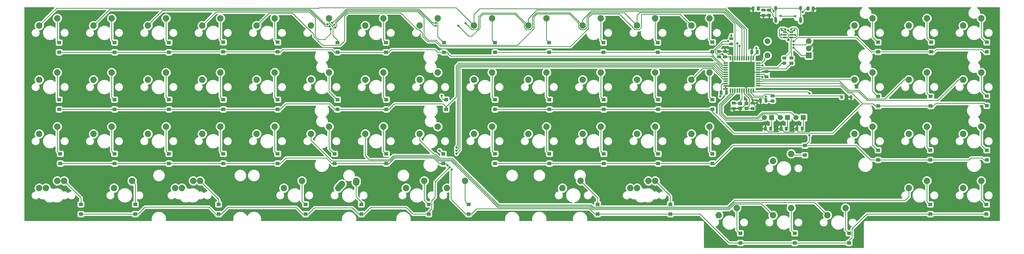
<source format=gbl>
G04 #@! TF.GenerationSoftware,KiCad,Pcbnew,(5.1.4-0)*
G04 #@! TF.CreationDate,2021-04-14T22:14:25-04:00*
G04 #@! TF.ProjectId,gorthage-truck,676f7274-6861-4676-952d-747275636b2e,rev?*
G04 #@! TF.SameCoordinates,Original*
G04 #@! TF.FileFunction,Copper,L2,Bot*
G04 #@! TF.FilePolarity,Positive*
%FSLAX46Y46*%
G04 Gerber Fmt 4.6, Leading zero omitted, Abs format (unit mm)*
G04 Created by KiCad (PCBNEW (5.1.4-0)) date 2021-04-14 22:14:25*
%MOMM*%
%LPD*%
G04 APERTURE LIST*
%ADD10C,2.250000*%
%ADD11R,2.000000X2.000000*%
%ADD12C,2.000000*%
%ADD13R,1.400000X1.200000*%
%ADD14R,0.550000X1.500000*%
%ADD15R,1.500000X0.550000*%
%ADD16R,0.900000X1.200000*%
%ADD17C,0.100000*%
%ADD18C,1.025000*%
%ADD19C,1.800000*%
%ADD20R,1.800000X1.800000*%
%ADD21C,1.000000*%
%ADD22C,2.250000*%
%ADD23O,1.000000X2.100000*%
%ADD24O,1.000000X1.600000*%
%ADD25C,0.600000*%
%ADD26C,0.975000*%
%ADD27C,0.800000*%
%ADD28C,0.250000*%
%ADD29C,0.200000*%
%ADD30C,0.254000*%
G04 APERTURE END LIST*
D10*
X145415000Y-66357500D03*
X139065000Y-68897500D03*
X183515000Y-28257500D03*
X177165000Y-30797500D03*
X164465000Y-66357500D03*
X158115000Y-68897500D03*
X259715000Y-28257500D03*
X253365000Y-30797500D03*
X259715000Y-47307500D03*
X253365000Y-49847500D03*
D11*
X294525000Y-41312500D03*
D12*
X294525000Y-38812500D03*
X294525000Y-36312500D03*
X280025000Y-41312500D03*
X280025000Y-36312500D03*
D10*
X145415000Y-47307500D03*
X139065000Y-49847500D03*
X145415000Y-28257500D03*
X139065000Y-30797500D03*
X335915000Y-66357500D03*
X329565000Y-68897500D03*
X335915000Y-47307500D03*
X329565000Y-49847500D03*
X335915000Y-28257500D03*
X329565000Y-30797500D03*
X78740000Y-85407500D03*
X72390000Y-87947500D03*
X240665000Y-85407500D03*
X234315000Y-87947500D03*
X31115000Y-85407500D03*
X24765000Y-87947500D03*
D13*
X270441240Y-59874520D03*
X272641240Y-59874520D03*
X272641240Y-58174520D03*
X270441240Y-58174520D03*
D14*
X275033240Y-42275520D03*
X274233240Y-42275520D03*
X273433240Y-42275520D03*
X272633240Y-42275520D03*
X271833240Y-42275520D03*
X271033240Y-42275520D03*
X270233240Y-42275520D03*
X269433240Y-42275520D03*
X268633240Y-42275520D03*
X267833240Y-42275520D03*
X267033240Y-42275520D03*
D15*
X265333240Y-43975520D03*
X265333240Y-44775520D03*
X265333240Y-45575520D03*
X265333240Y-46375520D03*
X265333240Y-47175520D03*
X265333240Y-47975520D03*
X265333240Y-48775520D03*
X265333240Y-49575520D03*
X265333240Y-50375520D03*
X265333240Y-51175520D03*
X265333240Y-51975520D03*
D14*
X267033240Y-53675520D03*
X267833240Y-53675520D03*
X268633240Y-53675520D03*
X269433240Y-53675520D03*
X270233240Y-53675520D03*
X271033240Y-53675520D03*
X271833240Y-53675520D03*
X272633240Y-53675520D03*
X273433240Y-53675520D03*
X274233240Y-53675520D03*
X275033240Y-53675520D03*
D15*
X276733240Y-51975520D03*
X276733240Y-51175520D03*
X276733240Y-50375520D03*
X276733240Y-49575520D03*
X276733240Y-48775520D03*
X276733240Y-47975520D03*
X276733240Y-47175520D03*
X276733240Y-46375520D03*
X276733240Y-45575520D03*
X276733240Y-44775520D03*
X276733240Y-43975520D03*
D16*
X306020000Y-55889520D03*
X309320000Y-55889520D03*
D17*
G36*
X292474505Y-66377524D02*
G01*
X292498773Y-66381124D01*
X292522572Y-66387085D01*
X292545671Y-66395350D01*
X292567850Y-66405840D01*
X292588893Y-66418452D01*
X292608599Y-66433067D01*
X292626777Y-66449543D01*
X292643253Y-66467721D01*
X292657868Y-66487427D01*
X292670480Y-66508470D01*
X292680970Y-66530649D01*
X292689235Y-66553748D01*
X292695196Y-66577547D01*
X292698796Y-66601815D01*
X292700000Y-66626319D01*
X292700000Y-67526321D01*
X292698796Y-67550825D01*
X292695196Y-67575093D01*
X292689235Y-67598892D01*
X292680970Y-67621991D01*
X292670480Y-67644170D01*
X292657868Y-67665213D01*
X292643253Y-67684919D01*
X292626777Y-67703097D01*
X292608599Y-67719573D01*
X292588893Y-67734188D01*
X292567850Y-67746800D01*
X292545671Y-67757290D01*
X292522572Y-67765555D01*
X292498773Y-67771516D01*
X292474505Y-67775116D01*
X292450001Y-67776320D01*
X291924999Y-67776320D01*
X291900495Y-67775116D01*
X291876227Y-67771516D01*
X291852428Y-67765555D01*
X291829329Y-67757290D01*
X291807150Y-67746800D01*
X291786107Y-67734188D01*
X291766401Y-67719573D01*
X291748223Y-67703097D01*
X291731747Y-67684919D01*
X291717132Y-67665213D01*
X291704520Y-67644170D01*
X291694030Y-67621991D01*
X291685765Y-67598892D01*
X291679804Y-67575093D01*
X291676204Y-67550825D01*
X291675000Y-67526321D01*
X291675000Y-66626319D01*
X291676204Y-66601815D01*
X291679804Y-66577547D01*
X291685765Y-66553748D01*
X291694030Y-66530649D01*
X291704520Y-66508470D01*
X291717132Y-66487427D01*
X291731747Y-66467721D01*
X291748223Y-66449543D01*
X291766401Y-66433067D01*
X291786107Y-66418452D01*
X291807150Y-66405840D01*
X291829329Y-66395350D01*
X291852428Y-66387085D01*
X291876227Y-66381124D01*
X291900495Y-66377524D01*
X291924999Y-66376320D01*
X292450001Y-66376320D01*
X292474505Y-66377524D01*
X292474505Y-66377524D01*
G37*
D18*
X292187500Y-67076320D03*
D17*
G36*
X290649505Y-66377524D02*
G01*
X290673773Y-66381124D01*
X290697572Y-66387085D01*
X290720671Y-66395350D01*
X290742850Y-66405840D01*
X290763893Y-66418452D01*
X290783599Y-66433067D01*
X290801777Y-66449543D01*
X290818253Y-66467721D01*
X290832868Y-66487427D01*
X290845480Y-66508470D01*
X290855970Y-66530649D01*
X290864235Y-66553748D01*
X290870196Y-66577547D01*
X290873796Y-66601815D01*
X290875000Y-66626319D01*
X290875000Y-67526321D01*
X290873796Y-67550825D01*
X290870196Y-67575093D01*
X290864235Y-67598892D01*
X290855970Y-67621991D01*
X290845480Y-67644170D01*
X290832868Y-67665213D01*
X290818253Y-67684919D01*
X290801777Y-67703097D01*
X290783599Y-67719573D01*
X290763893Y-67734188D01*
X290742850Y-67746800D01*
X290720671Y-67757290D01*
X290697572Y-67765555D01*
X290673773Y-67771516D01*
X290649505Y-67775116D01*
X290625001Y-67776320D01*
X290099999Y-67776320D01*
X290075495Y-67775116D01*
X290051227Y-67771516D01*
X290027428Y-67765555D01*
X290004329Y-67757290D01*
X289982150Y-67746800D01*
X289961107Y-67734188D01*
X289941401Y-67719573D01*
X289923223Y-67703097D01*
X289906747Y-67684919D01*
X289892132Y-67665213D01*
X289879520Y-67644170D01*
X289869030Y-67621991D01*
X289860765Y-67598892D01*
X289854804Y-67575093D01*
X289851204Y-67550825D01*
X289850000Y-67526321D01*
X289850000Y-66626319D01*
X289851204Y-66601815D01*
X289854804Y-66577547D01*
X289860765Y-66553748D01*
X289869030Y-66530649D01*
X289879520Y-66508470D01*
X289892132Y-66487427D01*
X289906747Y-66467721D01*
X289923223Y-66449543D01*
X289941401Y-66433067D01*
X289961107Y-66418452D01*
X289982150Y-66405840D01*
X290004329Y-66395350D01*
X290027428Y-66387085D01*
X290051227Y-66381124D01*
X290075495Y-66377524D01*
X290099999Y-66376320D01*
X290625001Y-66376320D01*
X290649505Y-66377524D01*
X290649505Y-66377524D01*
G37*
D18*
X290362500Y-67076320D03*
D17*
G36*
X277089505Y-24101204D02*
G01*
X277113773Y-24104804D01*
X277137572Y-24110765D01*
X277160671Y-24119030D01*
X277182850Y-24129520D01*
X277203893Y-24142132D01*
X277223599Y-24156747D01*
X277241777Y-24173223D01*
X277258253Y-24191401D01*
X277272868Y-24211107D01*
X277285480Y-24232150D01*
X277295970Y-24254329D01*
X277304235Y-24277428D01*
X277310196Y-24301227D01*
X277313796Y-24325495D01*
X277315000Y-24349999D01*
X277315000Y-25250001D01*
X277313796Y-25274505D01*
X277310196Y-25298773D01*
X277304235Y-25322572D01*
X277295970Y-25345671D01*
X277285480Y-25367850D01*
X277272868Y-25388893D01*
X277258253Y-25408599D01*
X277241777Y-25426777D01*
X277223599Y-25443253D01*
X277203893Y-25457868D01*
X277182850Y-25470480D01*
X277160671Y-25480970D01*
X277137572Y-25489235D01*
X277113773Y-25495196D01*
X277089505Y-25498796D01*
X277065001Y-25500000D01*
X276539999Y-25500000D01*
X276515495Y-25498796D01*
X276491227Y-25495196D01*
X276467428Y-25489235D01*
X276444329Y-25480970D01*
X276422150Y-25470480D01*
X276401107Y-25457868D01*
X276381401Y-25443253D01*
X276363223Y-25426777D01*
X276346747Y-25408599D01*
X276332132Y-25388893D01*
X276319520Y-25367850D01*
X276309030Y-25345671D01*
X276300765Y-25322572D01*
X276294804Y-25298773D01*
X276291204Y-25274505D01*
X276290000Y-25250001D01*
X276290000Y-24349999D01*
X276291204Y-24325495D01*
X276294804Y-24301227D01*
X276300765Y-24277428D01*
X276309030Y-24254329D01*
X276319520Y-24232150D01*
X276332132Y-24211107D01*
X276346747Y-24191401D01*
X276363223Y-24173223D01*
X276381401Y-24156747D01*
X276401107Y-24142132D01*
X276422150Y-24129520D01*
X276444329Y-24119030D01*
X276467428Y-24110765D01*
X276491227Y-24104804D01*
X276515495Y-24101204D01*
X276539999Y-24100000D01*
X277065001Y-24100000D01*
X277089505Y-24101204D01*
X277089505Y-24101204D01*
G37*
D18*
X276802500Y-24800000D03*
D17*
G36*
X275264505Y-24101204D02*
G01*
X275288773Y-24104804D01*
X275312572Y-24110765D01*
X275335671Y-24119030D01*
X275357850Y-24129520D01*
X275378893Y-24142132D01*
X275398599Y-24156747D01*
X275416777Y-24173223D01*
X275433253Y-24191401D01*
X275447868Y-24211107D01*
X275460480Y-24232150D01*
X275470970Y-24254329D01*
X275479235Y-24277428D01*
X275485196Y-24301227D01*
X275488796Y-24325495D01*
X275490000Y-24349999D01*
X275490000Y-25250001D01*
X275488796Y-25274505D01*
X275485196Y-25298773D01*
X275479235Y-25322572D01*
X275470970Y-25345671D01*
X275460480Y-25367850D01*
X275447868Y-25388893D01*
X275433253Y-25408599D01*
X275416777Y-25426777D01*
X275398599Y-25443253D01*
X275378893Y-25457868D01*
X275357850Y-25470480D01*
X275335671Y-25480970D01*
X275312572Y-25489235D01*
X275288773Y-25495196D01*
X275264505Y-25498796D01*
X275240001Y-25500000D01*
X274714999Y-25500000D01*
X274690495Y-25498796D01*
X274666227Y-25495196D01*
X274642428Y-25489235D01*
X274619329Y-25480970D01*
X274597150Y-25470480D01*
X274576107Y-25457868D01*
X274556401Y-25443253D01*
X274538223Y-25426777D01*
X274521747Y-25408599D01*
X274507132Y-25388893D01*
X274494520Y-25367850D01*
X274484030Y-25345671D01*
X274475765Y-25322572D01*
X274469804Y-25298773D01*
X274466204Y-25274505D01*
X274465000Y-25250001D01*
X274465000Y-24349999D01*
X274466204Y-24325495D01*
X274469804Y-24301227D01*
X274475765Y-24277428D01*
X274484030Y-24254329D01*
X274494520Y-24232150D01*
X274507132Y-24211107D01*
X274521747Y-24191401D01*
X274538223Y-24173223D01*
X274556401Y-24156747D01*
X274576107Y-24142132D01*
X274597150Y-24129520D01*
X274619329Y-24119030D01*
X274642428Y-24110765D01*
X274666227Y-24104804D01*
X274690495Y-24101204D01*
X274714999Y-24100000D01*
X275240001Y-24100000D01*
X275264505Y-24101204D01*
X275264505Y-24101204D01*
G37*
D18*
X274977500Y-24800000D03*
D17*
G36*
X286949505Y-66377524D02*
G01*
X286973773Y-66381124D01*
X286997572Y-66387085D01*
X287020671Y-66395350D01*
X287042850Y-66405840D01*
X287063893Y-66418452D01*
X287083599Y-66433067D01*
X287101777Y-66449543D01*
X287118253Y-66467721D01*
X287132868Y-66487427D01*
X287145480Y-66508470D01*
X287155970Y-66530649D01*
X287164235Y-66553748D01*
X287170196Y-66577547D01*
X287173796Y-66601815D01*
X287175000Y-66626319D01*
X287175000Y-67526321D01*
X287173796Y-67550825D01*
X287170196Y-67575093D01*
X287164235Y-67598892D01*
X287155970Y-67621991D01*
X287145480Y-67644170D01*
X287132868Y-67665213D01*
X287118253Y-67684919D01*
X287101777Y-67703097D01*
X287083599Y-67719573D01*
X287063893Y-67734188D01*
X287042850Y-67746800D01*
X287020671Y-67757290D01*
X286997572Y-67765555D01*
X286973773Y-67771516D01*
X286949505Y-67775116D01*
X286925001Y-67776320D01*
X286399999Y-67776320D01*
X286375495Y-67775116D01*
X286351227Y-67771516D01*
X286327428Y-67765555D01*
X286304329Y-67757290D01*
X286282150Y-67746800D01*
X286261107Y-67734188D01*
X286241401Y-67719573D01*
X286223223Y-67703097D01*
X286206747Y-67684919D01*
X286192132Y-67665213D01*
X286179520Y-67644170D01*
X286169030Y-67621991D01*
X286160765Y-67598892D01*
X286154804Y-67575093D01*
X286151204Y-67550825D01*
X286150000Y-67526321D01*
X286150000Y-66626319D01*
X286151204Y-66601815D01*
X286154804Y-66577547D01*
X286160765Y-66553748D01*
X286169030Y-66530649D01*
X286179520Y-66508470D01*
X286192132Y-66487427D01*
X286206747Y-66467721D01*
X286223223Y-66449543D01*
X286241401Y-66433067D01*
X286261107Y-66418452D01*
X286282150Y-66405840D01*
X286304329Y-66395350D01*
X286327428Y-66387085D01*
X286351227Y-66381124D01*
X286375495Y-66377524D01*
X286399999Y-66376320D01*
X286925001Y-66376320D01*
X286949505Y-66377524D01*
X286949505Y-66377524D01*
G37*
D18*
X286662500Y-67076320D03*
D17*
G36*
X285124505Y-66377524D02*
G01*
X285148773Y-66381124D01*
X285172572Y-66387085D01*
X285195671Y-66395350D01*
X285217850Y-66405840D01*
X285238893Y-66418452D01*
X285258599Y-66433067D01*
X285276777Y-66449543D01*
X285293253Y-66467721D01*
X285307868Y-66487427D01*
X285320480Y-66508470D01*
X285330970Y-66530649D01*
X285339235Y-66553748D01*
X285345196Y-66577547D01*
X285348796Y-66601815D01*
X285350000Y-66626319D01*
X285350000Y-67526321D01*
X285348796Y-67550825D01*
X285345196Y-67575093D01*
X285339235Y-67598892D01*
X285330970Y-67621991D01*
X285320480Y-67644170D01*
X285307868Y-67665213D01*
X285293253Y-67684919D01*
X285276777Y-67703097D01*
X285258599Y-67719573D01*
X285238893Y-67734188D01*
X285217850Y-67746800D01*
X285195671Y-67757290D01*
X285172572Y-67765555D01*
X285148773Y-67771516D01*
X285124505Y-67775116D01*
X285100001Y-67776320D01*
X284574999Y-67776320D01*
X284550495Y-67775116D01*
X284526227Y-67771516D01*
X284502428Y-67765555D01*
X284479329Y-67757290D01*
X284457150Y-67746800D01*
X284436107Y-67734188D01*
X284416401Y-67719573D01*
X284398223Y-67703097D01*
X284381747Y-67684919D01*
X284367132Y-67665213D01*
X284354520Y-67644170D01*
X284344030Y-67621991D01*
X284335765Y-67598892D01*
X284329804Y-67575093D01*
X284326204Y-67550825D01*
X284325000Y-67526321D01*
X284325000Y-66626319D01*
X284326204Y-66601815D01*
X284329804Y-66577547D01*
X284335765Y-66553748D01*
X284344030Y-66530649D01*
X284354520Y-66508470D01*
X284367132Y-66487427D01*
X284381747Y-66467721D01*
X284398223Y-66449543D01*
X284416401Y-66433067D01*
X284436107Y-66418452D01*
X284457150Y-66405840D01*
X284479329Y-66395350D01*
X284502428Y-66387085D01*
X284526227Y-66381124D01*
X284550495Y-66377524D01*
X284574999Y-66376320D01*
X285100001Y-66376320D01*
X285124505Y-66377524D01*
X285124505Y-66377524D01*
G37*
D18*
X284837500Y-67076320D03*
D17*
G36*
X294514505Y-24111204D02*
G01*
X294538773Y-24114804D01*
X294562572Y-24120765D01*
X294585671Y-24129030D01*
X294607850Y-24139520D01*
X294628893Y-24152132D01*
X294648599Y-24166747D01*
X294666777Y-24183223D01*
X294683253Y-24201401D01*
X294697868Y-24221107D01*
X294710480Y-24242150D01*
X294720970Y-24264329D01*
X294729235Y-24287428D01*
X294735196Y-24311227D01*
X294738796Y-24335495D01*
X294740000Y-24359999D01*
X294740000Y-25260001D01*
X294738796Y-25284505D01*
X294735196Y-25308773D01*
X294729235Y-25332572D01*
X294720970Y-25355671D01*
X294710480Y-25377850D01*
X294697868Y-25398893D01*
X294683253Y-25418599D01*
X294666777Y-25436777D01*
X294648599Y-25453253D01*
X294628893Y-25467868D01*
X294607850Y-25480480D01*
X294585671Y-25490970D01*
X294562572Y-25499235D01*
X294538773Y-25505196D01*
X294514505Y-25508796D01*
X294490001Y-25510000D01*
X293964999Y-25510000D01*
X293940495Y-25508796D01*
X293916227Y-25505196D01*
X293892428Y-25499235D01*
X293869329Y-25490970D01*
X293847150Y-25480480D01*
X293826107Y-25467868D01*
X293806401Y-25453253D01*
X293788223Y-25436777D01*
X293771747Y-25418599D01*
X293757132Y-25398893D01*
X293744520Y-25377850D01*
X293734030Y-25355671D01*
X293725765Y-25332572D01*
X293719804Y-25308773D01*
X293716204Y-25284505D01*
X293715000Y-25260001D01*
X293715000Y-24359999D01*
X293716204Y-24335495D01*
X293719804Y-24311227D01*
X293725765Y-24287428D01*
X293734030Y-24264329D01*
X293744520Y-24242150D01*
X293757132Y-24221107D01*
X293771747Y-24201401D01*
X293788223Y-24183223D01*
X293806401Y-24166747D01*
X293826107Y-24152132D01*
X293847150Y-24139520D01*
X293869329Y-24129030D01*
X293892428Y-24120765D01*
X293916227Y-24114804D01*
X293940495Y-24111204D01*
X293964999Y-24110000D01*
X294490001Y-24110000D01*
X294514505Y-24111204D01*
X294514505Y-24111204D01*
G37*
D18*
X294227500Y-24810000D03*
D17*
G36*
X296339505Y-24111204D02*
G01*
X296363773Y-24114804D01*
X296387572Y-24120765D01*
X296410671Y-24129030D01*
X296432850Y-24139520D01*
X296453893Y-24152132D01*
X296473599Y-24166747D01*
X296491777Y-24183223D01*
X296508253Y-24201401D01*
X296522868Y-24221107D01*
X296535480Y-24242150D01*
X296545970Y-24264329D01*
X296554235Y-24287428D01*
X296560196Y-24311227D01*
X296563796Y-24335495D01*
X296565000Y-24359999D01*
X296565000Y-25260001D01*
X296563796Y-25284505D01*
X296560196Y-25308773D01*
X296554235Y-25332572D01*
X296545970Y-25355671D01*
X296535480Y-25377850D01*
X296522868Y-25398893D01*
X296508253Y-25418599D01*
X296491777Y-25436777D01*
X296473599Y-25453253D01*
X296453893Y-25467868D01*
X296432850Y-25480480D01*
X296410671Y-25490970D01*
X296387572Y-25499235D01*
X296363773Y-25505196D01*
X296339505Y-25508796D01*
X296315001Y-25510000D01*
X295789999Y-25510000D01*
X295765495Y-25508796D01*
X295741227Y-25505196D01*
X295717428Y-25499235D01*
X295694329Y-25490970D01*
X295672150Y-25480480D01*
X295651107Y-25467868D01*
X295631401Y-25453253D01*
X295613223Y-25436777D01*
X295596747Y-25418599D01*
X295582132Y-25398893D01*
X295569520Y-25377850D01*
X295559030Y-25355671D01*
X295550765Y-25332572D01*
X295544804Y-25308773D01*
X295541204Y-25284505D01*
X295540000Y-25260001D01*
X295540000Y-24359999D01*
X295541204Y-24335495D01*
X295544804Y-24311227D01*
X295550765Y-24287428D01*
X295559030Y-24264329D01*
X295569520Y-24242150D01*
X295582132Y-24221107D01*
X295596747Y-24201401D01*
X295613223Y-24183223D01*
X295631401Y-24166747D01*
X295651107Y-24152132D01*
X295672150Y-24139520D01*
X295694329Y-24129030D01*
X295717428Y-24120765D01*
X295741227Y-24114804D01*
X295765495Y-24111204D01*
X295789999Y-24110000D01*
X296315001Y-24110000D01*
X296339505Y-24111204D01*
X296339505Y-24111204D01*
G37*
D18*
X296052500Y-24810000D03*
D17*
G36*
X281424505Y-66377524D02*
G01*
X281448773Y-66381124D01*
X281472572Y-66387085D01*
X281495671Y-66395350D01*
X281517850Y-66405840D01*
X281538893Y-66418452D01*
X281558599Y-66433067D01*
X281576777Y-66449543D01*
X281593253Y-66467721D01*
X281607868Y-66487427D01*
X281620480Y-66508470D01*
X281630970Y-66530649D01*
X281639235Y-66553748D01*
X281645196Y-66577547D01*
X281648796Y-66601815D01*
X281650000Y-66626319D01*
X281650000Y-67526321D01*
X281648796Y-67550825D01*
X281645196Y-67575093D01*
X281639235Y-67598892D01*
X281630970Y-67621991D01*
X281620480Y-67644170D01*
X281607868Y-67665213D01*
X281593253Y-67684919D01*
X281576777Y-67703097D01*
X281558599Y-67719573D01*
X281538893Y-67734188D01*
X281517850Y-67746800D01*
X281495671Y-67757290D01*
X281472572Y-67765555D01*
X281448773Y-67771516D01*
X281424505Y-67775116D01*
X281400001Y-67776320D01*
X280874999Y-67776320D01*
X280850495Y-67775116D01*
X280826227Y-67771516D01*
X280802428Y-67765555D01*
X280779329Y-67757290D01*
X280757150Y-67746800D01*
X280736107Y-67734188D01*
X280716401Y-67719573D01*
X280698223Y-67703097D01*
X280681747Y-67684919D01*
X280667132Y-67665213D01*
X280654520Y-67644170D01*
X280644030Y-67621991D01*
X280635765Y-67598892D01*
X280629804Y-67575093D01*
X280626204Y-67550825D01*
X280625000Y-67526321D01*
X280625000Y-66626319D01*
X280626204Y-66601815D01*
X280629804Y-66577547D01*
X280635765Y-66553748D01*
X280644030Y-66530649D01*
X280654520Y-66508470D01*
X280667132Y-66487427D01*
X280681747Y-66467721D01*
X280698223Y-66449543D01*
X280716401Y-66433067D01*
X280736107Y-66418452D01*
X280757150Y-66405840D01*
X280779329Y-66395350D01*
X280802428Y-66387085D01*
X280826227Y-66381124D01*
X280850495Y-66377524D01*
X280874999Y-66376320D01*
X281400001Y-66376320D01*
X281424505Y-66377524D01*
X281424505Y-66377524D01*
G37*
D18*
X281137500Y-67076320D03*
D17*
G36*
X279599505Y-66377524D02*
G01*
X279623773Y-66381124D01*
X279647572Y-66387085D01*
X279670671Y-66395350D01*
X279692850Y-66405840D01*
X279713893Y-66418452D01*
X279733599Y-66433067D01*
X279751777Y-66449543D01*
X279768253Y-66467721D01*
X279782868Y-66487427D01*
X279795480Y-66508470D01*
X279805970Y-66530649D01*
X279814235Y-66553748D01*
X279820196Y-66577547D01*
X279823796Y-66601815D01*
X279825000Y-66626319D01*
X279825000Y-67526321D01*
X279823796Y-67550825D01*
X279820196Y-67575093D01*
X279814235Y-67598892D01*
X279805970Y-67621991D01*
X279795480Y-67644170D01*
X279782868Y-67665213D01*
X279768253Y-67684919D01*
X279751777Y-67703097D01*
X279733599Y-67719573D01*
X279713893Y-67734188D01*
X279692850Y-67746800D01*
X279670671Y-67757290D01*
X279647572Y-67765555D01*
X279623773Y-67771516D01*
X279599505Y-67775116D01*
X279575001Y-67776320D01*
X279049999Y-67776320D01*
X279025495Y-67775116D01*
X279001227Y-67771516D01*
X278977428Y-67765555D01*
X278954329Y-67757290D01*
X278932150Y-67746800D01*
X278911107Y-67734188D01*
X278891401Y-67719573D01*
X278873223Y-67703097D01*
X278856747Y-67684919D01*
X278842132Y-67665213D01*
X278829520Y-67644170D01*
X278819030Y-67621991D01*
X278810765Y-67598892D01*
X278804804Y-67575093D01*
X278801204Y-67550825D01*
X278800000Y-67526321D01*
X278800000Y-66626319D01*
X278801204Y-66601815D01*
X278804804Y-66577547D01*
X278810765Y-66553748D01*
X278819030Y-66530649D01*
X278829520Y-66508470D01*
X278842132Y-66487427D01*
X278856747Y-66467721D01*
X278873223Y-66449543D01*
X278891401Y-66433067D01*
X278911107Y-66418452D01*
X278932150Y-66405840D01*
X278954329Y-66395350D01*
X278977428Y-66387085D01*
X279001227Y-66381124D01*
X279025495Y-66377524D01*
X279049999Y-66376320D01*
X279575001Y-66376320D01*
X279599505Y-66377524D01*
X279599505Y-66377524D01*
G37*
D18*
X279312500Y-67076320D03*
D17*
G36*
X263504505Y-41251204D02*
G01*
X263528773Y-41254804D01*
X263552572Y-41260765D01*
X263575671Y-41269030D01*
X263597850Y-41279520D01*
X263618893Y-41292132D01*
X263638599Y-41306747D01*
X263656777Y-41323223D01*
X263673253Y-41341401D01*
X263687868Y-41361107D01*
X263700480Y-41382150D01*
X263710970Y-41404329D01*
X263719235Y-41427428D01*
X263725196Y-41451227D01*
X263728796Y-41475495D01*
X263730000Y-41499999D01*
X263730000Y-42025001D01*
X263728796Y-42049505D01*
X263725196Y-42073773D01*
X263719235Y-42097572D01*
X263710970Y-42120671D01*
X263700480Y-42142850D01*
X263687868Y-42163893D01*
X263673253Y-42183599D01*
X263656777Y-42201777D01*
X263638599Y-42218253D01*
X263618893Y-42232868D01*
X263597850Y-42245480D01*
X263575671Y-42255970D01*
X263552572Y-42264235D01*
X263528773Y-42270196D01*
X263504505Y-42273796D01*
X263480001Y-42275000D01*
X262579999Y-42275000D01*
X262555495Y-42273796D01*
X262531227Y-42270196D01*
X262507428Y-42264235D01*
X262484329Y-42255970D01*
X262462150Y-42245480D01*
X262441107Y-42232868D01*
X262421401Y-42218253D01*
X262403223Y-42201777D01*
X262386747Y-42183599D01*
X262372132Y-42163893D01*
X262359520Y-42142850D01*
X262349030Y-42120671D01*
X262340765Y-42097572D01*
X262334804Y-42073773D01*
X262331204Y-42049505D01*
X262330000Y-42025001D01*
X262330000Y-41499999D01*
X262331204Y-41475495D01*
X262334804Y-41451227D01*
X262340765Y-41427428D01*
X262349030Y-41404329D01*
X262359520Y-41382150D01*
X262372132Y-41361107D01*
X262386747Y-41341401D01*
X262403223Y-41323223D01*
X262421401Y-41306747D01*
X262441107Y-41292132D01*
X262462150Y-41279520D01*
X262484329Y-41269030D01*
X262507428Y-41260765D01*
X262531227Y-41254804D01*
X262555495Y-41251204D01*
X262579999Y-41250000D01*
X263480001Y-41250000D01*
X263504505Y-41251204D01*
X263504505Y-41251204D01*
G37*
D18*
X263030000Y-41762500D03*
D17*
G36*
X263504505Y-39426204D02*
G01*
X263528773Y-39429804D01*
X263552572Y-39435765D01*
X263575671Y-39444030D01*
X263597850Y-39454520D01*
X263618893Y-39467132D01*
X263638599Y-39481747D01*
X263656777Y-39498223D01*
X263673253Y-39516401D01*
X263687868Y-39536107D01*
X263700480Y-39557150D01*
X263710970Y-39579329D01*
X263719235Y-39602428D01*
X263725196Y-39626227D01*
X263728796Y-39650495D01*
X263730000Y-39674999D01*
X263730000Y-40200001D01*
X263728796Y-40224505D01*
X263725196Y-40248773D01*
X263719235Y-40272572D01*
X263710970Y-40295671D01*
X263700480Y-40317850D01*
X263687868Y-40338893D01*
X263673253Y-40358599D01*
X263656777Y-40376777D01*
X263638599Y-40393253D01*
X263618893Y-40407868D01*
X263597850Y-40420480D01*
X263575671Y-40430970D01*
X263552572Y-40439235D01*
X263528773Y-40445196D01*
X263504505Y-40448796D01*
X263480001Y-40450000D01*
X262579999Y-40450000D01*
X262555495Y-40448796D01*
X262531227Y-40445196D01*
X262507428Y-40439235D01*
X262484329Y-40430970D01*
X262462150Y-40420480D01*
X262441107Y-40407868D01*
X262421401Y-40393253D01*
X262403223Y-40376777D01*
X262386747Y-40358599D01*
X262372132Y-40338893D01*
X262359520Y-40317850D01*
X262349030Y-40295671D01*
X262340765Y-40272572D01*
X262334804Y-40248773D01*
X262331204Y-40224505D01*
X262330000Y-40200001D01*
X262330000Y-39674999D01*
X262331204Y-39650495D01*
X262334804Y-39626227D01*
X262340765Y-39602428D01*
X262349030Y-39579329D01*
X262359520Y-39557150D01*
X262372132Y-39536107D01*
X262386747Y-39516401D01*
X262403223Y-39498223D01*
X262421401Y-39481747D01*
X262441107Y-39467132D01*
X262462150Y-39454520D01*
X262484329Y-39444030D01*
X262507428Y-39435765D01*
X262531227Y-39429804D01*
X262555495Y-39426204D01*
X262579999Y-39425000D01*
X263480001Y-39425000D01*
X263504505Y-39426204D01*
X263504505Y-39426204D01*
G37*
D18*
X263030000Y-39937500D03*
D17*
G36*
X286404505Y-41696204D02*
G01*
X286428773Y-41699804D01*
X286452572Y-41705765D01*
X286475671Y-41714030D01*
X286497850Y-41724520D01*
X286518893Y-41737132D01*
X286538599Y-41751747D01*
X286556777Y-41768223D01*
X286573253Y-41786401D01*
X286587868Y-41806107D01*
X286600480Y-41827150D01*
X286610970Y-41849329D01*
X286619235Y-41872428D01*
X286625196Y-41896227D01*
X286628796Y-41920495D01*
X286630000Y-41944999D01*
X286630000Y-42470001D01*
X286628796Y-42494505D01*
X286625196Y-42518773D01*
X286619235Y-42542572D01*
X286610970Y-42565671D01*
X286600480Y-42587850D01*
X286587868Y-42608893D01*
X286573253Y-42628599D01*
X286556777Y-42646777D01*
X286538599Y-42663253D01*
X286518893Y-42677868D01*
X286497850Y-42690480D01*
X286475671Y-42700970D01*
X286452572Y-42709235D01*
X286428773Y-42715196D01*
X286404505Y-42718796D01*
X286380001Y-42720000D01*
X285479999Y-42720000D01*
X285455495Y-42718796D01*
X285431227Y-42715196D01*
X285407428Y-42709235D01*
X285384329Y-42700970D01*
X285362150Y-42690480D01*
X285341107Y-42677868D01*
X285321401Y-42663253D01*
X285303223Y-42646777D01*
X285286747Y-42628599D01*
X285272132Y-42608893D01*
X285259520Y-42587850D01*
X285249030Y-42565671D01*
X285240765Y-42542572D01*
X285234804Y-42518773D01*
X285231204Y-42494505D01*
X285230000Y-42470001D01*
X285230000Y-41944999D01*
X285231204Y-41920495D01*
X285234804Y-41896227D01*
X285240765Y-41872428D01*
X285249030Y-41849329D01*
X285259520Y-41827150D01*
X285272132Y-41806107D01*
X285286747Y-41786401D01*
X285303223Y-41768223D01*
X285321401Y-41751747D01*
X285341107Y-41737132D01*
X285362150Y-41724520D01*
X285384329Y-41714030D01*
X285407428Y-41705765D01*
X285431227Y-41699804D01*
X285455495Y-41696204D01*
X285479999Y-41695000D01*
X286380001Y-41695000D01*
X286404505Y-41696204D01*
X286404505Y-41696204D01*
G37*
D18*
X285930000Y-42207500D03*
D17*
G36*
X286404505Y-43521204D02*
G01*
X286428773Y-43524804D01*
X286452572Y-43530765D01*
X286475671Y-43539030D01*
X286497850Y-43549520D01*
X286518893Y-43562132D01*
X286538599Y-43576747D01*
X286556777Y-43593223D01*
X286573253Y-43611401D01*
X286587868Y-43631107D01*
X286600480Y-43652150D01*
X286610970Y-43674329D01*
X286619235Y-43697428D01*
X286625196Y-43721227D01*
X286628796Y-43745495D01*
X286630000Y-43769999D01*
X286630000Y-44295001D01*
X286628796Y-44319505D01*
X286625196Y-44343773D01*
X286619235Y-44367572D01*
X286610970Y-44390671D01*
X286600480Y-44412850D01*
X286587868Y-44433893D01*
X286573253Y-44453599D01*
X286556777Y-44471777D01*
X286538599Y-44488253D01*
X286518893Y-44502868D01*
X286497850Y-44515480D01*
X286475671Y-44525970D01*
X286452572Y-44534235D01*
X286428773Y-44540196D01*
X286404505Y-44543796D01*
X286380001Y-44545000D01*
X285479999Y-44545000D01*
X285455495Y-44543796D01*
X285431227Y-44540196D01*
X285407428Y-44534235D01*
X285384329Y-44525970D01*
X285362150Y-44515480D01*
X285341107Y-44502868D01*
X285321401Y-44488253D01*
X285303223Y-44471777D01*
X285286747Y-44453599D01*
X285272132Y-44433893D01*
X285259520Y-44412850D01*
X285249030Y-44390671D01*
X285240765Y-44367572D01*
X285234804Y-44343773D01*
X285231204Y-44319505D01*
X285230000Y-44295001D01*
X285230000Y-43769999D01*
X285231204Y-43745495D01*
X285234804Y-43721227D01*
X285240765Y-43697428D01*
X285249030Y-43674329D01*
X285259520Y-43652150D01*
X285272132Y-43631107D01*
X285286747Y-43611401D01*
X285303223Y-43593223D01*
X285321401Y-43576747D01*
X285341107Y-43562132D01*
X285362150Y-43549520D01*
X285384329Y-43539030D01*
X285407428Y-43530765D01*
X285431227Y-43524804D01*
X285455495Y-43521204D01*
X285479999Y-43520000D01*
X286380001Y-43520000D01*
X286404505Y-43521204D01*
X286404505Y-43521204D01*
G37*
D18*
X285930000Y-44032500D03*
D17*
G36*
X288904505Y-41696204D02*
G01*
X288928773Y-41699804D01*
X288952572Y-41705765D01*
X288975671Y-41714030D01*
X288997850Y-41724520D01*
X289018893Y-41737132D01*
X289038599Y-41751747D01*
X289056777Y-41768223D01*
X289073253Y-41786401D01*
X289087868Y-41806107D01*
X289100480Y-41827150D01*
X289110970Y-41849329D01*
X289119235Y-41872428D01*
X289125196Y-41896227D01*
X289128796Y-41920495D01*
X289130000Y-41944999D01*
X289130000Y-42470001D01*
X289128796Y-42494505D01*
X289125196Y-42518773D01*
X289119235Y-42542572D01*
X289110970Y-42565671D01*
X289100480Y-42587850D01*
X289087868Y-42608893D01*
X289073253Y-42628599D01*
X289056777Y-42646777D01*
X289038599Y-42663253D01*
X289018893Y-42677868D01*
X288997850Y-42690480D01*
X288975671Y-42700970D01*
X288952572Y-42709235D01*
X288928773Y-42715196D01*
X288904505Y-42718796D01*
X288880001Y-42720000D01*
X287979999Y-42720000D01*
X287955495Y-42718796D01*
X287931227Y-42715196D01*
X287907428Y-42709235D01*
X287884329Y-42700970D01*
X287862150Y-42690480D01*
X287841107Y-42677868D01*
X287821401Y-42663253D01*
X287803223Y-42646777D01*
X287786747Y-42628599D01*
X287772132Y-42608893D01*
X287759520Y-42587850D01*
X287749030Y-42565671D01*
X287740765Y-42542572D01*
X287734804Y-42518773D01*
X287731204Y-42494505D01*
X287730000Y-42470001D01*
X287730000Y-41944999D01*
X287731204Y-41920495D01*
X287734804Y-41896227D01*
X287740765Y-41872428D01*
X287749030Y-41849329D01*
X287759520Y-41827150D01*
X287772132Y-41806107D01*
X287786747Y-41786401D01*
X287803223Y-41768223D01*
X287821401Y-41751747D01*
X287841107Y-41737132D01*
X287862150Y-41724520D01*
X287884329Y-41714030D01*
X287907428Y-41705765D01*
X287931227Y-41699804D01*
X287955495Y-41696204D01*
X287979999Y-41695000D01*
X288880001Y-41695000D01*
X288904505Y-41696204D01*
X288904505Y-41696204D01*
G37*
D18*
X288430000Y-42207500D03*
D17*
G36*
X288904505Y-43521204D02*
G01*
X288928773Y-43524804D01*
X288952572Y-43530765D01*
X288975671Y-43539030D01*
X288997850Y-43549520D01*
X289018893Y-43562132D01*
X289038599Y-43576747D01*
X289056777Y-43593223D01*
X289073253Y-43611401D01*
X289087868Y-43631107D01*
X289100480Y-43652150D01*
X289110970Y-43674329D01*
X289119235Y-43697428D01*
X289125196Y-43721227D01*
X289128796Y-43745495D01*
X289130000Y-43769999D01*
X289130000Y-44295001D01*
X289128796Y-44319505D01*
X289125196Y-44343773D01*
X289119235Y-44367572D01*
X289110970Y-44390671D01*
X289100480Y-44412850D01*
X289087868Y-44433893D01*
X289073253Y-44453599D01*
X289056777Y-44471777D01*
X289038599Y-44488253D01*
X289018893Y-44502868D01*
X288997850Y-44515480D01*
X288975671Y-44525970D01*
X288952572Y-44534235D01*
X288928773Y-44540196D01*
X288904505Y-44543796D01*
X288880001Y-44545000D01*
X287979999Y-44545000D01*
X287955495Y-44543796D01*
X287931227Y-44540196D01*
X287907428Y-44534235D01*
X287884329Y-44525970D01*
X287862150Y-44515480D01*
X287841107Y-44502868D01*
X287821401Y-44488253D01*
X287803223Y-44471777D01*
X287786747Y-44453599D01*
X287772132Y-44433893D01*
X287759520Y-44412850D01*
X287749030Y-44390671D01*
X287740765Y-44367572D01*
X287734804Y-44343773D01*
X287731204Y-44319505D01*
X287730000Y-44295001D01*
X287730000Y-43769999D01*
X287731204Y-43745495D01*
X287734804Y-43721227D01*
X287740765Y-43697428D01*
X287749030Y-43674329D01*
X287759520Y-43652150D01*
X287772132Y-43631107D01*
X287786747Y-43611401D01*
X287803223Y-43593223D01*
X287821401Y-43576747D01*
X287841107Y-43562132D01*
X287862150Y-43549520D01*
X287884329Y-43539030D01*
X287907428Y-43530765D01*
X287931227Y-43524804D01*
X287955495Y-43521204D01*
X287979999Y-43520000D01*
X288880001Y-43520000D01*
X288904505Y-43521204D01*
X288904505Y-43521204D01*
G37*
D18*
X288430000Y-44032500D03*
D19*
X290010000Y-63124500D03*
D20*
X292550000Y-63124500D03*
D19*
X284485000Y-63124500D03*
D20*
X287025000Y-63124500D03*
D19*
X278960000Y-63124500D03*
D20*
X281500000Y-63124500D03*
D17*
G36*
X265690744Y-39414724D02*
G01*
X265715013Y-39418324D01*
X265738811Y-39424285D01*
X265761911Y-39432550D01*
X265784089Y-39443040D01*
X265805133Y-39455653D01*
X265824838Y-39470267D01*
X265843017Y-39486743D01*
X265859493Y-39504922D01*
X265874107Y-39524627D01*
X265886720Y-39545671D01*
X265897210Y-39567849D01*
X265905475Y-39590949D01*
X265911436Y-39614747D01*
X265915036Y-39639016D01*
X265916240Y-39663520D01*
X265916240Y-40163520D01*
X265915036Y-40188024D01*
X265911436Y-40212293D01*
X265905475Y-40236091D01*
X265897210Y-40259191D01*
X265886720Y-40281369D01*
X265874107Y-40302413D01*
X265859493Y-40322118D01*
X265843017Y-40340297D01*
X265824838Y-40356773D01*
X265805133Y-40371387D01*
X265784089Y-40384000D01*
X265761911Y-40394490D01*
X265738811Y-40402755D01*
X265715013Y-40408716D01*
X265690744Y-40412316D01*
X265666240Y-40413520D01*
X264716240Y-40413520D01*
X264691736Y-40412316D01*
X264667467Y-40408716D01*
X264643669Y-40402755D01*
X264620569Y-40394490D01*
X264598391Y-40384000D01*
X264577347Y-40371387D01*
X264557642Y-40356773D01*
X264539463Y-40340297D01*
X264522987Y-40322118D01*
X264508373Y-40302413D01*
X264495760Y-40281369D01*
X264485270Y-40259191D01*
X264477005Y-40236091D01*
X264471044Y-40212293D01*
X264467444Y-40188024D01*
X264466240Y-40163520D01*
X264466240Y-39663520D01*
X264467444Y-39639016D01*
X264471044Y-39614747D01*
X264477005Y-39590949D01*
X264485270Y-39567849D01*
X264495760Y-39545671D01*
X264508373Y-39524627D01*
X264522987Y-39504922D01*
X264539463Y-39486743D01*
X264557642Y-39470267D01*
X264577347Y-39455653D01*
X264598391Y-39443040D01*
X264620569Y-39432550D01*
X264643669Y-39424285D01*
X264667467Y-39418324D01*
X264691736Y-39414724D01*
X264716240Y-39413520D01*
X265666240Y-39413520D01*
X265690744Y-39414724D01*
X265690744Y-39414724D01*
G37*
D21*
X265191240Y-39913520D03*
D17*
G36*
X265690744Y-41314724D02*
G01*
X265715013Y-41318324D01*
X265738811Y-41324285D01*
X265761911Y-41332550D01*
X265784089Y-41343040D01*
X265805133Y-41355653D01*
X265824838Y-41370267D01*
X265843017Y-41386743D01*
X265859493Y-41404922D01*
X265874107Y-41424627D01*
X265886720Y-41445671D01*
X265897210Y-41467849D01*
X265905475Y-41490949D01*
X265911436Y-41514747D01*
X265915036Y-41539016D01*
X265916240Y-41563520D01*
X265916240Y-42063520D01*
X265915036Y-42088024D01*
X265911436Y-42112293D01*
X265905475Y-42136091D01*
X265897210Y-42159191D01*
X265886720Y-42181369D01*
X265874107Y-42202413D01*
X265859493Y-42222118D01*
X265843017Y-42240297D01*
X265824838Y-42256773D01*
X265805133Y-42271387D01*
X265784089Y-42284000D01*
X265761911Y-42294490D01*
X265738811Y-42302755D01*
X265715013Y-42308716D01*
X265690744Y-42312316D01*
X265666240Y-42313520D01*
X264716240Y-42313520D01*
X264691736Y-42312316D01*
X264667467Y-42308716D01*
X264643669Y-42302755D01*
X264620569Y-42294490D01*
X264598391Y-42284000D01*
X264577347Y-42271387D01*
X264557642Y-42256773D01*
X264539463Y-42240297D01*
X264522987Y-42222118D01*
X264508373Y-42202413D01*
X264495760Y-42181369D01*
X264485270Y-42159191D01*
X264477005Y-42136091D01*
X264471044Y-42112293D01*
X264467444Y-42088024D01*
X264466240Y-42063520D01*
X264466240Y-41563520D01*
X264467444Y-41539016D01*
X264471044Y-41514747D01*
X264477005Y-41490949D01*
X264485270Y-41467849D01*
X264495760Y-41445671D01*
X264508373Y-41424627D01*
X264522987Y-41404922D01*
X264539463Y-41386743D01*
X264557642Y-41370267D01*
X264577347Y-41355653D01*
X264598391Y-41343040D01*
X264620569Y-41332550D01*
X264643669Y-41324285D01*
X264667467Y-41318324D01*
X264691736Y-41314724D01*
X264716240Y-41313520D01*
X265666240Y-41313520D01*
X265690744Y-41314724D01*
X265690744Y-41314724D01*
G37*
D21*
X265191240Y-41813520D03*
D17*
G36*
X277850744Y-56395724D02*
G01*
X277875013Y-56399324D01*
X277898811Y-56405285D01*
X277921911Y-56413550D01*
X277944089Y-56424040D01*
X277965133Y-56436653D01*
X277984838Y-56451267D01*
X278003017Y-56467743D01*
X278019493Y-56485922D01*
X278034107Y-56505627D01*
X278046720Y-56526671D01*
X278057210Y-56548849D01*
X278065475Y-56571949D01*
X278071436Y-56595747D01*
X278075036Y-56620016D01*
X278076240Y-56644520D01*
X278076240Y-57594520D01*
X278075036Y-57619024D01*
X278071436Y-57643293D01*
X278065475Y-57667091D01*
X278057210Y-57690191D01*
X278046720Y-57712369D01*
X278034107Y-57733413D01*
X278019493Y-57753118D01*
X278003017Y-57771297D01*
X277984838Y-57787773D01*
X277965133Y-57802387D01*
X277944089Y-57815000D01*
X277921911Y-57825490D01*
X277898811Y-57833755D01*
X277875013Y-57839716D01*
X277850744Y-57843316D01*
X277826240Y-57844520D01*
X277326240Y-57844520D01*
X277301736Y-57843316D01*
X277277467Y-57839716D01*
X277253669Y-57833755D01*
X277230569Y-57825490D01*
X277208391Y-57815000D01*
X277187347Y-57802387D01*
X277167642Y-57787773D01*
X277149463Y-57771297D01*
X277132987Y-57753118D01*
X277118373Y-57733413D01*
X277105760Y-57712369D01*
X277095270Y-57690191D01*
X277087005Y-57667091D01*
X277081044Y-57643293D01*
X277077444Y-57619024D01*
X277076240Y-57594520D01*
X277076240Y-56644520D01*
X277077444Y-56620016D01*
X277081044Y-56595747D01*
X277087005Y-56571949D01*
X277095270Y-56548849D01*
X277105760Y-56526671D01*
X277118373Y-56505627D01*
X277132987Y-56485922D01*
X277149463Y-56467743D01*
X277167642Y-56451267D01*
X277187347Y-56436653D01*
X277208391Y-56424040D01*
X277230569Y-56413550D01*
X277253669Y-56405285D01*
X277277467Y-56399324D01*
X277301736Y-56395724D01*
X277326240Y-56394520D01*
X277826240Y-56394520D01*
X277850744Y-56395724D01*
X277850744Y-56395724D01*
G37*
D21*
X277576240Y-57119520D03*
D17*
G36*
X279750744Y-56395724D02*
G01*
X279775013Y-56399324D01*
X279798811Y-56405285D01*
X279821911Y-56413550D01*
X279844089Y-56424040D01*
X279865133Y-56436653D01*
X279884838Y-56451267D01*
X279903017Y-56467743D01*
X279919493Y-56485922D01*
X279934107Y-56505627D01*
X279946720Y-56526671D01*
X279957210Y-56548849D01*
X279965475Y-56571949D01*
X279971436Y-56595747D01*
X279975036Y-56620016D01*
X279976240Y-56644520D01*
X279976240Y-57594520D01*
X279975036Y-57619024D01*
X279971436Y-57643293D01*
X279965475Y-57667091D01*
X279957210Y-57690191D01*
X279946720Y-57712369D01*
X279934107Y-57733413D01*
X279919493Y-57753118D01*
X279903017Y-57771297D01*
X279884838Y-57787773D01*
X279865133Y-57802387D01*
X279844089Y-57815000D01*
X279821911Y-57825490D01*
X279798811Y-57833755D01*
X279775013Y-57839716D01*
X279750744Y-57843316D01*
X279726240Y-57844520D01*
X279226240Y-57844520D01*
X279201736Y-57843316D01*
X279177467Y-57839716D01*
X279153669Y-57833755D01*
X279130569Y-57825490D01*
X279108391Y-57815000D01*
X279087347Y-57802387D01*
X279067642Y-57787773D01*
X279049463Y-57771297D01*
X279032987Y-57753118D01*
X279018373Y-57733413D01*
X279005760Y-57712369D01*
X278995270Y-57690191D01*
X278987005Y-57667091D01*
X278981044Y-57643293D01*
X278977444Y-57619024D01*
X278976240Y-57594520D01*
X278976240Y-56644520D01*
X278977444Y-56620016D01*
X278981044Y-56595747D01*
X278987005Y-56571949D01*
X278995270Y-56548849D01*
X279005760Y-56526671D01*
X279018373Y-56505627D01*
X279032987Y-56485922D01*
X279049463Y-56467743D01*
X279067642Y-56451267D01*
X279087347Y-56436653D01*
X279108391Y-56424040D01*
X279130569Y-56413550D01*
X279153669Y-56405285D01*
X279177467Y-56399324D01*
X279201736Y-56395724D01*
X279226240Y-56394520D01*
X279726240Y-56394520D01*
X279750744Y-56395724D01*
X279750744Y-56395724D01*
G37*
D21*
X279476240Y-57119520D03*
D17*
G36*
X274802744Y-39377724D02*
G01*
X274827013Y-39381324D01*
X274850811Y-39387285D01*
X274873911Y-39395550D01*
X274896089Y-39406040D01*
X274917133Y-39418653D01*
X274936838Y-39433267D01*
X274955017Y-39449743D01*
X274971493Y-39467922D01*
X274986107Y-39487627D01*
X274998720Y-39508671D01*
X275009210Y-39530849D01*
X275017475Y-39553949D01*
X275023436Y-39577747D01*
X275027036Y-39602016D01*
X275028240Y-39626520D01*
X275028240Y-40576520D01*
X275027036Y-40601024D01*
X275023436Y-40625293D01*
X275017475Y-40649091D01*
X275009210Y-40672191D01*
X274998720Y-40694369D01*
X274986107Y-40715413D01*
X274971493Y-40735118D01*
X274955017Y-40753297D01*
X274936838Y-40769773D01*
X274917133Y-40784387D01*
X274896089Y-40797000D01*
X274873911Y-40807490D01*
X274850811Y-40815755D01*
X274827013Y-40821716D01*
X274802744Y-40825316D01*
X274778240Y-40826520D01*
X274278240Y-40826520D01*
X274253736Y-40825316D01*
X274229467Y-40821716D01*
X274205669Y-40815755D01*
X274182569Y-40807490D01*
X274160391Y-40797000D01*
X274139347Y-40784387D01*
X274119642Y-40769773D01*
X274101463Y-40753297D01*
X274084987Y-40735118D01*
X274070373Y-40715413D01*
X274057760Y-40694369D01*
X274047270Y-40672191D01*
X274039005Y-40649091D01*
X274033044Y-40625293D01*
X274029444Y-40601024D01*
X274028240Y-40576520D01*
X274028240Y-39626520D01*
X274029444Y-39602016D01*
X274033044Y-39577747D01*
X274039005Y-39553949D01*
X274047270Y-39530849D01*
X274057760Y-39508671D01*
X274070373Y-39487627D01*
X274084987Y-39467922D01*
X274101463Y-39449743D01*
X274119642Y-39433267D01*
X274139347Y-39418653D01*
X274160391Y-39406040D01*
X274182569Y-39395550D01*
X274205669Y-39387285D01*
X274229467Y-39381324D01*
X274253736Y-39377724D01*
X274278240Y-39376520D01*
X274778240Y-39376520D01*
X274802744Y-39377724D01*
X274802744Y-39377724D01*
G37*
D21*
X274528240Y-40101520D03*
D17*
G36*
X276702744Y-39377724D02*
G01*
X276727013Y-39381324D01*
X276750811Y-39387285D01*
X276773911Y-39395550D01*
X276796089Y-39406040D01*
X276817133Y-39418653D01*
X276836838Y-39433267D01*
X276855017Y-39449743D01*
X276871493Y-39467922D01*
X276886107Y-39487627D01*
X276898720Y-39508671D01*
X276909210Y-39530849D01*
X276917475Y-39553949D01*
X276923436Y-39577747D01*
X276927036Y-39602016D01*
X276928240Y-39626520D01*
X276928240Y-40576520D01*
X276927036Y-40601024D01*
X276923436Y-40625293D01*
X276917475Y-40649091D01*
X276909210Y-40672191D01*
X276898720Y-40694369D01*
X276886107Y-40715413D01*
X276871493Y-40735118D01*
X276855017Y-40753297D01*
X276836838Y-40769773D01*
X276817133Y-40784387D01*
X276796089Y-40797000D01*
X276773911Y-40807490D01*
X276750811Y-40815755D01*
X276727013Y-40821716D01*
X276702744Y-40825316D01*
X276678240Y-40826520D01*
X276178240Y-40826520D01*
X276153736Y-40825316D01*
X276129467Y-40821716D01*
X276105669Y-40815755D01*
X276082569Y-40807490D01*
X276060391Y-40797000D01*
X276039347Y-40784387D01*
X276019642Y-40769773D01*
X276001463Y-40753297D01*
X275984987Y-40735118D01*
X275970373Y-40715413D01*
X275957760Y-40694369D01*
X275947270Y-40672191D01*
X275939005Y-40649091D01*
X275933044Y-40625293D01*
X275929444Y-40601024D01*
X275928240Y-40576520D01*
X275928240Y-39626520D01*
X275929444Y-39602016D01*
X275933044Y-39577747D01*
X275939005Y-39553949D01*
X275947270Y-39530849D01*
X275957760Y-39508671D01*
X275970373Y-39487627D01*
X275984987Y-39467922D01*
X276001463Y-39449743D01*
X276019642Y-39433267D01*
X276039347Y-39418653D01*
X276060391Y-39406040D01*
X276082569Y-39395550D01*
X276105669Y-39387285D01*
X276129467Y-39381324D01*
X276153736Y-39377724D01*
X276178240Y-39376520D01*
X276678240Y-39376520D01*
X276702744Y-39377724D01*
X276702744Y-39377724D01*
G37*
D21*
X276428240Y-40101520D03*
D17*
G36*
X265940764Y-53647444D02*
G01*
X265965033Y-53651044D01*
X265988831Y-53657005D01*
X266011931Y-53665270D01*
X266034109Y-53675760D01*
X266055153Y-53688373D01*
X266074858Y-53702987D01*
X266093037Y-53719463D01*
X266109513Y-53737642D01*
X266124127Y-53757347D01*
X266136740Y-53778391D01*
X266147230Y-53800569D01*
X266155495Y-53823669D01*
X266161456Y-53847467D01*
X266165056Y-53871736D01*
X266166260Y-53896240D01*
X266166260Y-54846240D01*
X266165056Y-54870744D01*
X266161456Y-54895013D01*
X266155495Y-54918811D01*
X266147230Y-54941911D01*
X266136740Y-54964089D01*
X266124127Y-54985133D01*
X266109513Y-55004838D01*
X266093037Y-55023017D01*
X266074858Y-55039493D01*
X266055153Y-55054107D01*
X266034109Y-55066720D01*
X266011931Y-55077210D01*
X265988831Y-55085475D01*
X265965033Y-55091436D01*
X265940764Y-55095036D01*
X265916260Y-55096240D01*
X265416260Y-55096240D01*
X265391756Y-55095036D01*
X265367487Y-55091436D01*
X265343689Y-55085475D01*
X265320589Y-55077210D01*
X265298411Y-55066720D01*
X265277367Y-55054107D01*
X265257662Y-55039493D01*
X265239483Y-55023017D01*
X265223007Y-55004838D01*
X265208393Y-54985133D01*
X265195780Y-54964089D01*
X265185290Y-54941911D01*
X265177025Y-54918811D01*
X265171064Y-54895013D01*
X265167464Y-54870744D01*
X265166260Y-54846240D01*
X265166260Y-53896240D01*
X265167464Y-53871736D01*
X265171064Y-53847467D01*
X265177025Y-53823669D01*
X265185290Y-53800569D01*
X265195780Y-53778391D01*
X265208393Y-53757347D01*
X265223007Y-53737642D01*
X265239483Y-53719463D01*
X265257662Y-53702987D01*
X265277367Y-53688373D01*
X265298411Y-53675760D01*
X265320589Y-53665270D01*
X265343689Y-53657005D01*
X265367487Y-53651044D01*
X265391756Y-53647444D01*
X265416260Y-53646240D01*
X265916260Y-53646240D01*
X265940764Y-53647444D01*
X265940764Y-53647444D01*
G37*
D21*
X265666260Y-54371240D03*
D17*
G36*
X264040764Y-53647444D02*
G01*
X264065033Y-53651044D01*
X264088831Y-53657005D01*
X264111931Y-53665270D01*
X264134109Y-53675760D01*
X264155153Y-53688373D01*
X264174858Y-53702987D01*
X264193037Y-53719463D01*
X264209513Y-53737642D01*
X264224127Y-53757347D01*
X264236740Y-53778391D01*
X264247230Y-53800569D01*
X264255495Y-53823669D01*
X264261456Y-53847467D01*
X264265056Y-53871736D01*
X264266260Y-53896240D01*
X264266260Y-54846240D01*
X264265056Y-54870744D01*
X264261456Y-54895013D01*
X264255495Y-54918811D01*
X264247230Y-54941911D01*
X264236740Y-54964089D01*
X264224127Y-54985133D01*
X264209513Y-55004838D01*
X264193037Y-55023017D01*
X264174858Y-55039493D01*
X264155153Y-55054107D01*
X264134109Y-55066720D01*
X264111931Y-55077210D01*
X264088831Y-55085475D01*
X264065033Y-55091436D01*
X264040764Y-55095036D01*
X264016260Y-55096240D01*
X263516260Y-55096240D01*
X263491756Y-55095036D01*
X263467487Y-55091436D01*
X263443689Y-55085475D01*
X263420589Y-55077210D01*
X263398411Y-55066720D01*
X263377367Y-55054107D01*
X263357662Y-55039493D01*
X263339483Y-55023017D01*
X263323007Y-55004838D01*
X263308393Y-54985133D01*
X263295780Y-54964089D01*
X263285290Y-54941911D01*
X263277025Y-54918811D01*
X263271064Y-54895013D01*
X263267464Y-54870744D01*
X263266260Y-54846240D01*
X263266260Y-53896240D01*
X263267464Y-53871736D01*
X263271064Y-53847467D01*
X263277025Y-53823669D01*
X263285290Y-53800569D01*
X263295780Y-53778391D01*
X263308393Y-53757347D01*
X263323007Y-53737642D01*
X263339483Y-53719463D01*
X263357662Y-53702987D01*
X263377367Y-53688373D01*
X263398411Y-53675760D01*
X263420589Y-53665270D01*
X263443689Y-53657005D01*
X263467487Y-53651044D01*
X263491756Y-53647444D01*
X263516260Y-53646240D01*
X264016260Y-53646240D01*
X264040764Y-53647444D01*
X264040764Y-53647444D01*
G37*
D21*
X263766260Y-54371240D03*
D17*
G36*
X280168744Y-46431204D02*
G01*
X280193013Y-46434804D01*
X280216811Y-46440765D01*
X280239911Y-46449030D01*
X280262089Y-46459520D01*
X280283133Y-46472133D01*
X280302838Y-46486747D01*
X280321017Y-46503223D01*
X280337493Y-46521402D01*
X280352107Y-46541107D01*
X280364720Y-46562151D01*
X280375210Y-46584329D01*
X280383475Y-46607429D01*
X280389436Y-46631227D01*
X280393036Y-46655496D01*
X280394240Y-46680000D01*
X280394240Y-47180000D01*
X280393036Y-47204504D01*
X280389436Y-47228773D01*
X280383475Y-47252571D01*
X280375210Y-47275671D01*
X280364720Y-47297849D01*
X280352107Y-47318893D01*
X280337493Y-47338598D01*
X280321017Y-47356777D01*
X280302838Y-47373253D01*
X280283133Y-47387867D01*
X280262089Y-47400480D01*
X280239911Y-47410970D01*
X280216811Y-47419235D01*
X280193013Y-47425196D01*
X280168744Y-47428796D01*
X280144240Y-47430000D01*
X279194240Y-47430000D01*
X279169736Y-47428796D01*
X279145467Y-47425196D01*
X279121669Y-47419235D01*
X279098569Y-47410970D01*
X279076391Y-47400480D01*
X279055347Y-47387867D01*
X279035642Y-47373253D01*
X279017463Y-47356777D01*
X279000987Y-47338598D01*
X278986373Y-47318893D01*
X278973760Y-47297849D01*
X278963270Y-47275671D01*
X278955005Y-47252571D01*
X278949044Y-47228773D01*
X278945444Y-47204504D01*
X278944240Y-47180000D01*
X278944240Y-46680000D01*
X278945444Y-46655496D01*
X278949044Y-46631227D01*
X278955005Y-46607429D01*
X278963270Y-46584329D01*
X278973760Y-46562151D01*
X278986373Y-46541107D01*
X279000987Y-46521402D01*
X279017463Y-46503223D01*
X279035642Y-46486747D01*
X279055347Y-46472133D01*
X279076391Y-46459520D01*
X279098569Y-46449030D01*
X279121669Y-46440765D01*
X279145467Y-46434804D01*
X279169736Y-46431204D01*
X279194240Y-46430000D01*
X280144240Y-46430000D01*
X280168744Y-46431204D01*
X280168744Y-46431204D01*
G37*
D21*
X279669240Y-46930000D03*
D17*
G36*
X280168744Y-48331204D02*
G01*
X280193013Y-48334804D01*
X280216811Y-48340765D01*
X280239911Y-48349030D01*
X280262089Y-48359520D01*
X280283133Y-48372133D01*
X280302838Y-48386747D01*
X280321017Y-48403223D01*
X280337493Y-48421402D01*
X280352107Y-48441107D01*
X280364720Y-48462151D01*
X280375210Y-48484329D01*
X280383475Y-48507429D01*
X280389436Y-48531227D01*
X280393036Y-48555496D01*
X280394240Y-48580000D01*
X280394240Y-49080000D01*
X280393036Y-49104504D01*
X280389436Y-49128773D01*
X280383475Y-49152571D01*
X280375210Y-49175671D01*
X280364720Y-49197849D01*
X280352107Y-49218893D01*
X280337493Y-49238598D01*
X280321017Y-49256777D01*
X280302838Y-49273253D01*
X280283133Y-49287867D01*
X280262089Y-49300480D01*
X280239911Y-49310970D01*
X280216811Y-49319235D01*
X280193013Y-49325196D01*
X280168744Y-49328796D01*
X280144240Y-49330000D01*
X279194240Y-49330000D01*
X279169736Y-49328796D01*
X279145467Y-49325196D01*
X279121669Y-49319235D01*
X279098569Y-49310970D01*
X279076391Y-49300480D01*
X279055347Y-49287867D01*
X279035642Y-49273253D01*
X279017463Y-49256777D01*
X279000987Y-49238598D01*
X278986373Y-49218893D01*
X278973760Y-49197849D01*
X278963270Y-49175671D01*
X278955005Y-49152571D01*
X278949044Y-49128773D01*
X278945444Y-49104504D01*
X278944240Y-49080000D01*
X278944240Y-48580000D01*
X278945444Y-48555496D01*
X278949044Y-48531227D01*
X278955005Y-48507429D01*
X278963270Y-48484329D01*
X278973760Y-48462151D01*
X278986373Y-48441107D01*
X279000987Y-48421402D01*
X279017463Y-48403223D01*
X279035642Y-48386747D01*
X279055347Y-48372133D01*
X279076391Y-48359520D01*
X279098569Y-48349030D01*
X279121669Y-48340765D01*
X279145467Y-48334804D01*
X279169736Y-48331204D01*
X279194240Y-48330000D01*
X280144240Y-48330000D01*
X280168744Y-48331204D01*
X280168744Y-48331204D01*
G37*
D21*
X279669240Y-48830000D03*
D17*
G36*
X275342744Y-57575724D02*
G01*
X275367013Y-57579324D01*
X275390811Y-57585285D01*
X275413911Y-57593550D01*
X275436089Y-57604040D01*
X275457133Y-57616653D01*
X275476838Y-57631267D01*
X275495017Y-57647743D01*
X275511493Y-57665922D01*
X275526107Y-57685627D01*
X275538720Y-57706671D01*
X275549210Y-57728849D01*
X275557475Y-57751949D01*
X275563436Y-57775747D01*
X275567036Y-57800016D01*
X275568240Y-57824520D01*
X275568240Y-58324520D01*
X275567036Y-58349024D01*
X275563436Y-58373293D01*
X275557475Y-58397091D01*
X275549210Y-58420191D01*
X275538720Y-58442369D01*
X275526107Y-58463413D01*
X275511493Y-58483118D01*
X275495017Y-58501297D01*
X275476838Y-58517773D01*
X275457133Y-58532387D01*
X275436089Y-58545000D01*
X275413911Y-58555490D01*
X275390811Y-58563755D01*
X275367013Y-58569716D01*
X275342744Y-58573316D01*
X275318240Y-58574520D01*
X274368240Y-58574520D01*
X274343736Y-58573316D01*
X274319467Y-58569716D01*
X274295669Y-58563755D01*
X274272569Y-58555490D01*
X274250391Y-58545000D01*
X274229347Y-58532387D01*
X274209642Y-58517773D01*
X274191463Y-58501297D01*
X274174987Y-58483118D01*
X274160373Y-58463413D01*
X274147760Y-58442369D01*
X274137270Y-58420191D01*
X274129005Y-58397091D01*
X274123044Y-58373293D01*
X274119444Y-58349024D01*
X274118240Y-58324520D01*
X274118240Y-57824520D01*
X274119444Y-57800016D01*
X274123044Y-57775747D01*
X274129005Y-57751949D01*
X274137270Y-57728849D01*
X274147760Y-57706671D01*
X274160373Y-57685627D01*
X274174987Y-57665922D01*
X274191463Y-57647743D01*
X274209642Y-57631267D01*
X274229347Y-57616653D01*
X274250391Y-57604040D01*
X274272569Y-57593550D01*
X274295669Y-57585285D01*
X274319467Y-57579324D01*
X274343736Y-57575724D01*
X274368240Y-57574520D01*
X275318240Y-57574520D01*
X275342744Y-57575724D01*
X275342744Y-57575724D01*
G37*
D21*
X274843240Y-58074520D03*
D17*
G36*
X275342744Y-59475724D02*
G01*
X275367013Y-59479324D01*
X275390811Y-59485285D01*
X275413911Y-59493550D01*
X275436089Y-59504040D01*
X275457133Y-59516653D01*
X275476838Y-59531267D01*
X275495017Y-59547743D01*
X275511493Y-59565922D01*
X275526107Y-59585627D01*
X275538720Y-59606671D01*
X275549210Y-59628849D01*
X275557475Y-59651949D01*
X275563436Y-59675747D01*
X275567036Y-59700016D01*
X275568240Y-59724520D01*
X275568240Y-60224520D01*
X275567036Y-60249024D01*
X275563436Y-60273293D01*
X275557475Y-60297091D01*
X275549210Y-60320191D01*
X275538720Y-60342369D01*
X275526107Y-60363413D01*
X275511493Y-60383118D01*
X275495017Y-60401297D01*
X275476838Y-60417773D01*
X275457133Y-60432387D01*
X275436089Y-60445000D01*
X275413911Y-60455490D01*
X275390811Y-60463755D01*
X275367013Y-60469716D01*
X275342744Y-60473316D01*
X275318240Y-60474520D01*
X274368240Y-60474520D01*
X274343736Y-60473316D01*
X274319467Y-60469716D01*
X274295669Y-60463755D01*
X274272569Y-60455490D01*
X274250391Y-60445000D01*
X274229347Y-60432387D01*
X274209642Y-60417773D01*
X274191463Y-60401297D01*
X274174987Y-60383118D01*
X274160373Y-60363413D01*
X274147760Y-60342369D01*
X274137270Y-60320191D01*
X274129005Y-60297091D01*
X274123044Y-60273293D01*
X274119444Y-60249024D01*
X274118240Y-60224520D01*
X274118240Y-59724520D01*
X274119444Y-59700016D01*
X274123044Y-59675747D01*
X274129005Y-59651949D01*
X274137270Y-59628849D01*
X274147760Y-59606671D01*
X274160373Y-59585627D01*
X274174987Y-59565922D01*
X274191463Y-59547743D01*
X274209642Y-59531267D01*
X274229347Y-59516653D01*
X274250391Y-59504040D01*
X274272569Y-59493550D01*
X274295669Y-59485285D01*
X274319467Y-59479324D01*
X274343736Y-59475724D01*
X274368240Y-59474520D01*
X275318240Y-59474520D01*
X275342744Y-59475724D01*
X275342744Y-59475724D01*
G37*
D21*
X274843240Y-59974520D03*
D17*
G36*
X268738744Y-59475724D02*
G01*
X268763013Y-59479324D01*
X268786811Y-59485285D01*
X268809911Y-59493550D01*
X268832089Y-59504040D01*
X268853133Y-59516653D01*
X268872838Y-59531267D01*
X268891017Y-59547743D01*
X268907493Y-59565922D01*
X268922107Y-59585627D01*
X268934720Y-59606671D01*
X268945210Y-59628849D01*
X268953475Y-59651949D01*
X268959436Y-59675747D01*
X268963036Y-59700016D01*
X268964240Y-59724520D01*
X268964240Y-60224520D01*
X268963036Y-60249024D01*
X268959436Y-60273293D01*
X268953475Y-60297091D01*
X268945210Y-60320191D01*
X268934720Y-60342369D01*
X268922107Y-60363413D01*
X268907493Y-60383118D01*
X268891017Y-60401297D01*
X268872838Y-60417773D01*
X268853133Y-60432387D01*
X268832089Y-60445000D01*
X268809911Y-60455490D01*
X268786811Y-60463755D01*
X268763013Y-60469716D01*
X268738744Y-60473316D01*
X268714240Y-60474520D01*
X267764240Y-60474520D01*
X267739736Y-60473316D01*
X267715467Y-60469716D01*
X267691669Y-60463755D01*
X267668569Y-60455490D01*
X267646391Y-60445000D01*
X267625347Y-60432387D01*
X267605642Y-60417773D01*
X267587463Y-60401297D01*
X267570987Y-60383118D01*
X267556373Y-60363413D01*
X267543760Y-60342369D01*
X267533270Y-60320191D01*
X267525005Y-60297091D01*
X267519044Y-60273293D01*
X267515444Y-60249024D01*
X267514240Y-60224520D01*
X267514240Y-59724520D01*
X267515444Y-59700016D01*
X267519044Y-59675747D01*
X267525005Y-59651949D01*
X267533270Y-59628849D01*
X267543760Y-59606671D01*
X267556373Y-59585627D01*
X267570987Y-59565922D01*
X267587463Y-59547743D01*
X267605642Y-59531267D01*
X267625347Y-59516653D01*
X267646391Y-59504040D01*
X267668569Y-59493550D01*
X267691669Y-59485285D01*
X267715467Y-59479324D01*
X267739736Y-59475724D01*
X267764240Y-59474520D01*
X268714240Y-59474520D01*
X268738744Y-59475724D01*
X268738744Y-59475724D01*
G37*
D21*
X268239240Y-59974520D03*
D17*
G36*
X268738744Y-57575724D02*
G01*
X268763013Y-57579324D01*
X268786811Y-57585285D01*
X268809911Y-57593550D01*
X268832089Y-57604040D01*
X268853133Y-57616653D01*
X268872838Y-57631267D01*
X268891017Y-57647743D01*
X268907493Y-57665922D01*
X268922107Y-57685627D01*
X268934720Y-57706671D01*
X268945210Y-57728849D01*
X268953475Y-57751949D01*
X268959436Y-57775747D01*
X268963036Y-57800016D01*
X268964240Y-57824520D01*
X268964240Y-58324520D01*
X268963036Y-58349024D01*
X268959436Y-58373293D01*
X268953475Y-58397091D01*
X268945210Y-58420191D01*
X268934720Y-58442369D01*
X268922107Y-58463413D01*
X268907493Y-58483118D01*
X268891017Y-58501297D01*
X268872838Y-58517773D01*
X268853133Y-58532387D01*
X268832089Y-58545000D01*
X268809911Y-58555490D01*
X268786811Y-58563755D01*
X268763013Y-58569716D01*
X268738744Y-58573316D01*
X268714240Y-58574520D01*
X267764240Y-58574520D01*
X267739736Y-58573316D01*
X267715467Y-58569716D01*
X267691669Y-58563755D01*
X267668569Y-58555490D01*
X267646391Y-58545000D01*
X267625347Y-58532387D01*
X267605642Y-58517773D01*
X267587463Y-58501297D01*
X267570987Y-58483118D01*
X267556373Y-58463413D01*
X267543760Y-58442369D01*
X267533270Y-58420191D01*
X267525005Y-58397091D01*
X267519044Y-58373293D01*
X267515444Y-58349024D01*
X267514240Y-58324520D01*
X267514240Y-57824520D01*
X267515444Y-57800016D01*
X267519044Y-57775747D01*
X267525005Y-57751949D01*
X267533270Y-57728849D01*
X267543760Y-57706671D01*
X267556373Y-57685627D01*
X267570987Y-57665922D01*
X267587463Y-57647743D01*
X267605642Y-57631267D01*
X267625347Y-57616653D01*
X267646391Y-57604040D01*
X267668569Y-57593550D01*
X267691669Y-57585285D01*
X267715467Y-57579324D01*
X267739736Y-57575724D01*
X267764240Y-57574520D01*
X268714240Y-57574520D01*
X268738744Y-57575724D01*
X268738744Y-57575724D01*
G37*
D21*
X268239240Y-58074520D03*
D10*
X335915000Y-47307500D03*
X329565000Y-49847500D03*
D13*
X337185000Y-59104000D03*
X337185000Y-55704000D03*
D10*
X354965000Y-85407500D03*
X348615000Y-87947500D03*
X335915000Y-85407500D03*
X329565000Y-87947500D03*
X269240000Y-94932500D03*
X262890000Y-97472500D03*
X238283750Y-85407500D03*
X231933750Y-87947500D03*
X214471250Y-85407500D03*
X208121250Y-87947500D03*
X173990000Y-85407500D03*
X167640000Y-87947500D03*
X202565000Y-28257500D03*
X196215000Y-30797500D03*
X33496250Y-85407500D03*
X27146250Y-87947500D03*
D13*
X289560000Y-107237000D03*
X289560000Y-103837000D03*
X184531000Y-40181000D03*
X184531000Y-36781000D03*
X137668000Y-97077000D03*
X137668000Y-93677000D03*
X39370000Y-97077000D03*
X39370000Y-93677000D03*
D10*
X130850000Y-86487500D03*
X130195001Y-87217500D03*
D22*
X129540000Y-87947500D02*
X130850002Y-86487500D01*
D10*
X135890000Y-85407500D03*
X135870000Y-85697500D03*
D22*
X135850000Y-85987500D02*
X135890000Y-85407500D01*
D23*
X291580000Y-28860000D03*
X282940000Y-28860000D03*
D24*
X291580000Y-24680000D03*
X282940000Y-24680000D03*
D17*
G36*
X286659703Y-32790722D02*
G01*
X286674264Y-32792882D01*
X286688543Y-32796459D01*
X286702403Y-32801418D01*
X286715710Y-32807712D01*
X286728336Y-32815280D01*
X286740159Y-32824048D01*
X286751066Y-32833934D01*
X286760952Y-32844841D01*
X286769720Y-32856664D01*
X286777288Y-32869290D01*
X286783582Y-32882597D01*
X286788541Y-32896457D01*
X286792118Y-32910736D01*
X286794278Y-32925297D01*
X286795000Y-32940000D01*
X286795000Y-33240000D01*
X286794278Y-33254703D01*
X286792118Y-33269264D01*
X286788541Y-33283543D01*
X286783582Y-33297403D01*
X286777288Y-33310710D01*
X286769720Y-33323336D01*
X286760952Y-33335159D01*
X286751066Y-33346066D01*
X286740159Y-33355952D01*
X286728336Y-33364720D01*
X286715710Y-33372288D01*
X286702403Y-33378582D01*
X286688543Y-33383541D01*
X286674264Y-33387118D01*
X286659703Y-33389278D01*
X286645000Y-33390000D01*
X285620000Y-33390000D01*
X285605297Y-33389278D01*
X285590736Y-33387118D01*
X285576457Y-33383541D01*
X285562597Y-33378582D01*
X285549290Y-33372288D01*
X285536664Y-33364720D01*
X285524841Y-33355952D01*
X285513934Y-33346066D01*
X285504048Y-33335159D01*
X285495280Y-33323336D01*
X285487712Y-33310710D01*
X285481418Y-33297403D01*
X285476459Y-33283543D01*
X285472882Y-33269264D01*
X285470722Y-33254703D01*
X285470000Y-33240000D01*
X285470000Y-32940000D01*
X285470722Y-32925297D01*
X285472882Y-32910736D01*
X285476459Y-32896457D01*
X285481418Y-32882597D01*
X285487712Y-32869290D01*
X285495280Y-32856664D01*
X285504048Y-32844841D01*
X285513934Y-32833934D01*
X285524841Y-32824048D01*
X285536664Y-32815280D01*
X285549290Y-32807712D01*
X285562597Y-32801418D01*
X285576457Y-32796459D01*
X285590736Y-32792882D01*
X285605297Y-32790722D01*
X285620000Y-32790000D01*
X286645000Y-32790000D01*
X286659703Y-32790722D01*
X286659703Y-32790722D01*
G37*
D25*
X286132500Y-33090000D03*
D17*
G36*
X286659703Y-33740722D02*
G01*
X286674264Y-33742882D01*
X286688543Y-33746459D01*
X286702403Y-33751418D01*
X286715710Y-33757712D01*
X286728336Y-33765280D01*
X286740159Y-33774048D01*
X286751066Y-33783934D01*
X286760952Y-33794841D01*
X286769720Y-33806664D01*
X286777288Y-33819290D01*
X286783582Y-33832597D01*
X286788541Y-33846457D01*
X286792118Y-33860736D01*
X286794278Y-33875297D01*
X286795000Y-33890000D01*
X286795000Y-34190000D01*
X286794278Y-34204703D01*
X286792118Y-34219264D01*
X286788541Y-34233543D01*
X286783582Y-34247403D01*
X286777288Y-34260710D01*
X286769720Y-34273336D01*
X286760952Y-34285159D01*
X286751066Y-34296066D01*
X286740159Y-34305952D01*
X286728336Y-34314720D01*
X286715710Y-34322288D01*
X286702403Y-34328582D01*
X286688543Y-34333541D01*
X286674264Y-34337118D01*
X286659703Y-34339278D01*
X286645000Y-34340000D01*
X285620000Y-34340000D01*
X285605297Y-34339278D01*
X285590736Y-34337118D01*
X285576457Y-34333541D01*
X285562597Y-34328582D01*
X285549290Y-34322288D01*
X285536664Y-34314720D01*
X285524841Y-34305952D01*
X285513934Y-34296066D01*
X285504048Y-34285159D01*
X285495280Y-34273336D01*
X285487712Y-34260710D01*
X285481418Y-34247403D01*
X285476459Y-34233543D01*
X285472882Y-34219264D01*
X285470722Y-34204703D01*
X285470000Y-34190000D01*
X285470000Y-33890000D01*
X285470722Y-33875297D01*
X285472882Y-33860736D01*
X285476459Y-33846457D01*
X285481418Y-33832597D01*
X285487712Y-33819290D01*
X285495280Y-33806664D01*
X285504048Y-33794841D01*
X285513934Y-33783934D01*
X285524841Y-33774048D01*
X285536664Y-33765280D01*
X285549290Y-33757712D01*
X285562597Y-33751418D01*
X285576457Y-33746459D01*
X285590736Y-33742882D01*
X285605297Y-33740722D01*
X285620000Y-33740000D01*
X286645000Y-33740000D01*
X286659703Y-33740722D01*
X286659703Y-33740722D01*
G37*
D25*
X286132500Y-34040000D03*
D17*
G36*
X286659703Y-34690722D02*
G01*
X286674264Y-34692882D01*
X286688543Y-34696459D01*
X286702403Y-34701418D01*
X286715710Y-34707712D01*
X286728336Y-34715280D01*
X286740159Y-34724048D01*
X286751066Y-34733934D01*
X286760952Y-34744841D01*
X286769720Y-34756664D01*
X286777288Y-34769290D01*
X286783582Y-34782597D01*
X286788541Y-34796457D01*
X286792118Y-34810736D01*
X286794278Y-34825297D01*
X286795000Y-34840000D01*
X286795000Y-35140000D01*
X286794278Y-35154703D01*
X286792118Y-35169264D01*
X286788541Y-35183543D01*
X286783582Y-35197403D01*
X286777288Y-35210710D01*
X286769720Y-35223336D01*
X286760952Y-35235159D01*
X286751066Y-35246066D01*
X286740159Y-35255952D01*
X286728336Y-35264720D01*
X286715710Y-35272288D01*
X286702403Y-35278582D01*
X286688543Y-35283541D01*
X286674264Y-35287118D01*
X286659703Y-35289278D01*
X286645000Y-35290000D01*
X285620000Y-35290000D01*
X285605297Y-35289278D01*
X285590736Y-35287118D01*
X285576457Y-35283541D01*
X285562597Y-35278582D01*
X285549290Y-35272288D01*
X285536664Y-35264720D01*
X285524841Y-35255952D01*
X285513934Y-35246066D01*
X285504048Y-35235159D01*
X285495280Y-35223336D01*
X285487712Y-35210710D01*
X285481418Y-35197403D01*
X285476459Y-35183543D01*
X285472882Y-35169264D01*
X285470722Y-35154703D01*
X285470000Y-35140000D01*
X285470000Y-34840000D01*
X285470722Y-34825297D01*
X285472882Y-34810736D01*
X285476459Y-34796457D01*
X285481418Y-34782597D01*
X285487712Y-34769290D01*
X285495280Y-34756664D01*
X285504048Y-34744841D01*
X285513934Y-34733934D01*
X285524841Y-34724048D01*
X285536664Y-34715280D01*
X285549290Y-34707712D01*
X285562597Y-34701418D01*
X285576457Y-34696459D01*
X285590736Y-34692882D01*
X285605297Y-34690722D01*
X285620000Y-34690000D01*
X286645000Y-34690000D01*
X286659703Y-34690722D01*
X286659703Y-34690722D01*
G37*
D25*
X286132500Y-34990000D03*
D17*
G36*
X288934703Y-34690722D02*
G01*
X288949264Y-34692882D01*
X288963543Y-34696459D01*
X288977403Y-34701418D01*
X288990710Y-34707712D01*
X289003336Y-34715280D01*
X289015159Y-34724048D01*
X289026066Y-34733934D01*
X289035952Y-34744841D01*
X289044720Y-34756664D01*
X289052288Y-34769290D01*
X289058582Y-34782597D01*
X289063541Y-34796457D01*
X289067118Y-34810736D01*
X289069278Y-34825297D01*
X289070000Y-34840000D01*
X289070000Y-35140000D01*
X289069278Y-35154703D01*
X289067118Y-35169264D01*
X289063541Y-35183543D01*
X289058582Y-35197403D01*
X289052288Y-35210710D01*
X289044720Y-35223336D01*
X289035952Y-35235159D01*
X289026066Y-35246066D01*
X289015159Y-35255952D01*
X289003336Y-35264720D01*
X288990710Y-35272288D01*
X288977403Y-35278582D01*
X288963543Y-35283541D01*
X288949264Y-35287118D01*
X288934703Y-35289278D01*
X288920000Y-35290000D01*
X287895000Y-35290000D01*
X287880297Y-35289278D01*
X287865736Y-35287118D01*
X287851457Y-35283541D01*
X287837597Y-35278582D01*
X287824290Y-35272288D01*
X287811664Y-35264720D01*
X287799841Y-35255952D01*
X287788934Y-35246066D01*
X287779048Y-35235159D01*
X287770280Y-35223336D01*
X287762712Y-35210710D01*
X287756418Y-35197403D01*
X287751459Y-35183543D01*
X287747882Y-35169264D01*
X287745722Y-35154703D01*
X287745000Y-35140000D01*
X287745000Y-34840000D01*
X287745722Y-34825297D01*
X287747882Y-34810736D01*
X287751459Y-34796457D01*
X287756418Y-34782597D01*
X287762712Y-34769290D01*
X287770280Y-34756664D01*
X287779048Y-34744841D01*
X287788934Y-34733934D01*
X287799841Y-34724048D01*
X287811664Y-34715280D01*
X287824290Y-34707712D01*
X287837597Y-34701418D01*
X287851457Y-34696459D01*
X287865736Y-34692882D01*
X287880297Y-34690722D01*
X287895000Y-34690000D01*
X288920000Y-34690000D01*
X288934703Y-34690722D01*
X288934703Y-34690722D01*
G37*
D25*
X288407500Y-34990000D03*
D17*
G36*
X288934703Y-33740722D02*
G01*
X288949264Y-33742882D01*
X288963543Y-33746459D01*
X288977403Y-33751418D01*
X288990710Y-33757712D01*
X289003336Y-33765280D01*
X289015159Y-33774048D01*
X289026066Y-33783934D01*
X289035952Y-33794841D01*
X289044720Y-33806664D01*
X289052288Y-33819290D01*
X289058582Y-33832597D01*
X289063541Y-33846457D01*
X289067118Y-33860736D01*
X289069278Y-33875297D01*
X289070000Y-33890000D01*
X289070000Y-34190000D01*
X289069278Y-34204703D01*
X289067118Y-34219264D01*
X289063541Y-34233543D01*
X289058582Y-34247403D01*
X289052288Y-34260710D01*
X289044720Y-34273336D01*
X289035952Y-34285159D01*
X289026066Y-34296066D01*
X289015159Y-34305952D01*
X289003336Y-34314720D01*
X288990710Y-34322288D01*
X288977403Y-34328582D01*
X288963543Y-34333541D01*
X288949264Y-34337118D01*
X288934703Y-34339278D01*
X288920000Y-34340000D01*
X287895000Y-34340000D01*
X287880297Y-34339278D01*
X287865736Y-34337118D01*
X287851457Y-34333541D01*
X287837597Y-34328582D01*
X287824290Y-34322288D01*
X287811664Y-34314720D01*
X287799841Y-34305952D01*
X287788934Y-34296066D01*
X287779048Y-34285159D01*
X287770280Y-34273336D01*
X287762712Y-34260710D01*
X287756418Y-34247403D01*
X287751459Y-34233543D01*
X287747882Y-34219264D01*
X287745722Y-34204703D01*
X287745000Y-34190000D01*
X287745000Y-33890000D01*
X287745722Y-33875297D01*
X287747882Y-33860736D01*
X287751459Y-33846457D01*
X287756418Y-33832597D01*
X287762712Y-33819290D01*
X287770280Y-33806664D01*
X287779048Y-33794841D01*
X287788934Y-33783934D01*
X287799841Y-33774048D01*
X287811664Y-33765280D01*
X287824290Y-33757712D01*
X287837597Y-33751418D01*
X287851457Y-33746459D01*
X287865736Y-33742882D01*
X287880297Y-33740722D01*
X287895000Y-33740000D01*
X288920000Y-33740000D01*
X288934703Y-33740722D01*
X288934703Y-33740722D01*
G37*
D25*
X288407500Y-34040000D03*
D17*
G36*
X288934703Y-32790722D02*
G01*
X288949264Y-32792882D01*
X288963543Y-32796459D01*
X288977403Y-32801418D01*
X288990710Y-32807712D01*
X289003336Y-32815280D01*
X289015159Y-32824048D01*
X289026066Y-32833934D01*
X289035952Y-32844841D01*
X289044720Y-32856664D01*
X289052288Y-32869290D01*
X289058582Y-32882597D01*
X289063541Y-32896457D01*
X289067118Y-32910736D01*
X289069278Y-32925297D01*
X289070000Y-32940000D01*
X289070000Y-33240000D01*
X289069278Y-33254703D01*
X289067118Y-33269264D01*
X289063541Y-33283543D01*
X289058582Y-33297403D01*
X289052288Y-33310710D01*
X289044720Y-33323336D01*
X289035952Y-33335159D01*
X289026066Y-33346066D01*
X289015159Y-33355952D01*
X289003336Y-33364720D01*
X288990710Y-33372288D01*
X288977403Y-33378582D01*
X288963543Y-33383541D01*
X288949264Y-33387118D01*
X288934703Y-33389278D01*
X288920000Y-33390000D01*
X287895000Y-33390000D01*
X287880297Y-33389278D01*
X287865736Y-33387118D01*
X287851457Y-33383541D01*
X287837597Y-33378582D01*
X287824290Y-33372288D01*
X287811664Y-33364720D01*
X287799841Y-33355952D01*
X287788934Y-33346066D01*
X287779048Y-33335159D01*
X287770280Y-33323336D01*
X287762712Y-33310710D01*
X287756418Y-33297403D01*
X287751459Y-33283543D01*
X287747882Y-33269264D01*
X287745722Y-33254703D01*
X287745000Y-33240000D01*
X287745000Y-32940000D01*
X287745722Y-32925297D01*
X287747882Y-32910736D01*
X287751459Y-32896457D01*
X287756418Y-32882597D01*
X287762712Y-32869290D01*
X287770280Y-32856664D01*
X287779048Y-32844841D01*
X287788934Y-32833934D01*
X287799841Y-32824048D01*
X287811664Y-32815280D01*
X287824290Y-32807712D01*
X287837597Y-32801418D01*
X287851457Y-32796459D01*
X287865736Y-32792882D01*
X287880297Y-32790722D01*
X287895000Y-32790000D01*
X288920000Y-32790000D01*
X288934703Y-32790722D01*
X288934703Y-32790722D01*
G37*
D25*
X288407500Y-33090000D03*
D17*
G36*
X281044505Y-24836204D02*
G01*
X281068773Y-24839804D01*
X281092572Y-24845765D01*
X281115671Y-24854030D01*
X281137850Y-24864520D01*
X281158893Y-24877132D01*
X281178599Y-24891747D01*
X281196777Y-24908223D01*
X281213253Y-24926401D01*
X281227868Y-24946107D01*
X281240480Y-24967150D01*
X281250970Y-24989329D01*
X281259235Y-25012428D01*
X281265196Y-25036227D01*
X281268796Y-25060495D01*
X281270000Y-25084999D01*
X281270000Y-25610001D01*
X281268796Y-25634505D01*
X281265196Y-25658773D01*
X281259235Y-25682572D01*
X281250970Y-25705671D01*
X281240480Y-25727850D01*
X281227868Y-25748893D01*
X281213253Y-25768599D01*
X281196777Y-25786777D01*
X281178599Y-25803253D01*
X281158893Y-25817868D01*
X281137850Y-25830480D01*
X281115671Y-25840970D01*
X281092572Y-25849235D01*
X281068773Y-25855196D01*
X281044505Y-25858796D01*
X281020001Y-25860000D01*
X280119999Y-25860000D01*
X280095495Y-25858796D01*
X280071227Y-25855196D01*
X280047428Y-25849235D01*
X280024329Y-25840970D01*
X280002150Y-25830480D01*
X279981107Y-25817868D01*
X279961401Y-25803253D01*
X279943223Y-25786777D01*
X279926747Y-25768599D01*
X279912132Y-25748893D01*
X279899520Y-25727850D01*
X279889030Y-25705671D01*
X279880765Y-25682572D01*
X279874804Y-25658773D01*
X279871204Y-25634505D01*
X279870000Y-25610001D01*
X279870000Y-25084999D01*
X279871204Y-25060495D01*
X279874804Y-25036227D01*
X279880765Y-25012428D01*
X279889030Y-24989329D01*
X279899520Y-24967150D01*
X279912132Y-24946107D01*
X279926747Y-24926401D01*
X279943223Y-24908223D01*
X279961401Y-24891747D01*
X279981107Y-24877132D01*
X280002150Y-24864520D01*
X280024329Y-24854030D01*
X280047428Y-24845765D01*
X280071227Y-24839804D01*
X280095495Y-24836204D01*
X280119999Y-24835000D01*
X281020001Y-24835000D01*
X281044505Y-24836204D01*
X281044505Y-24836204D01*
G37*
D18*
X280570000Y-25347500D03*
D17*
G36*
X281044505Y-26661204D02*
G01*
X281068773Y-26664804D01*
X281092572Y-26670765D01*
X281115671Y-26679030D01*
X281137850Y-26689520D01*
X281158893Y-26702132D01*
X281178599Y-26716747D01*
X281196777Y-26733223D01*
X281213253Y-26751401D01*
X281227868Y-26771107D01*
X281240480Y-26792150D01*
X281250970Y-26814329D01*
X281259235Y-26837428D01*
X281265196Y-26861227D01*
X281268796Y-26885495D01*
X281270000Y-26909999D01*
X281270000Y-27435001D01*
X281268796Y-27459505D01*
X281265196Y-27483773D01*
X281259235Y-27507572D01*
X281250970Y-27530671D01*
X281240480Y-27552850D01*
X281227868Y-27573893D01*
X281213253Y-27593599D01*
X281196777Y-27611777D01*
X281178599Y-27628253D01*
X281158893Y-27642868D01*
X281137850Y-27655480D01*
X281115671Y-27665970D01*
X281092572Y-27674235D01*
X281068773Y-27680196D01*
X281044505Y-27683796D01*
X281020001Y-27685000D01*
X280119999Y-27685000D01*
X280095495Y-27683796D01*
X280071227Y-27680196D01*
X280047428Y-27674235D01*
X280024329Y-27665970D01*
X280002150Y-27655480D01*
X279981107Y-27642868D01*
X279961401Y-27628253D01*
X279943223Y-27611777D01*
X279926747Y-27593599D01*
X279912132Y-27573893D01*
X279899520Y-27552850D01*
X279889030Y-27530671D01*
X279880765Y-27507572D01*
X279874804Y-27483773D01*
X279871204Y-27459505D01*
X279870000Y-27435001D01*
X279870000Y-26909999D01*
X279871204Y-26885495D01*
X279874804Y-26861227D01*
X279880765Y-26837428D01*
X279889030Y-26814329D01*
X279899520Y-26792150D01*
X279912132Y-26771107D01*
X279926747Y-26751401D01*
X279943223Y-26733223D01*
X279961401Y-26716747D01*
X279981107Y-26702132D01*
X280002150Y-26689520D01*
X280024329Y-26679030D01*
X280047428Y-26670765D01*
X280071227Y-26664804D01*
X280095495Y-26661204D01*
X280119999Y-26660000D01*
X281020001Y-26660000D01*
X281044505Y-26661204D01*
X281044505Y-26661204D01*
G37*
D18*
X280570000Y-27172500D03*
D17*
G36*
X282294505Y-54995724D02*
G01*
X282318773Y-54999324D01*
X282342572Y-55005285D01*
X282365671Y-55013550D01*
X282387850Y-55024040D01*
X282408893Y-55036652D01*
X282428599Y-55051267D01*
X282446777Y-55067743D01*
X282463253Y-55085921D01*
X282477868Y-55105627D01*
X282490480Y-55126670D01*
X282500970Y-55148849D01*
X282509235Y-55171948D01*
X282515196Y-55195747D01*
X282518796Y-55220015D01*
X282520000Y-55244519D01*
X282520000Y-55769521D01*
X282518796Y-55794025D01*
X282515196Y-55818293D01*
X282509235Y-55842092D01*
X282500970Y-55865191D01*
X282490480Y-55887370D01*
X282477868Y-55908413D01*
X282463253Y-55928119D01*
X282446777Y-55946297D01*
X282428599Y-55962773D01*
X282408893Y-55977388D01*
X282387850Y-55990000D01*
X282365671Y-56000490D01*
X282342572Y-56008755D01*
X282318773Y-56014716D01*
X282294505Y-56018316D01*
X282270001Y-56019520D01*
X281369999Y-56019520D01*
X281345495Y-56018316D01*
X281321227Y-56014716D01*
X281297428Y-56008755D01*
X281274329Y-56000490D01*
X281252150Y-55990000D01*
X281231107Y-55977388D01*
X281211401Y-55962773D01*
X281193223Y-55946297D01*
X281176747Y-55928119D01*
X281162132Y-55908413D01*
X281149520Y-55887370D01*
X281139030Y-55865191D01*
X281130765Y-55842092D01*
X281124804Y-55818293D01*
X281121204Y-55794025D01*
X281120000Y-55769521D01*
X281120000Y-55244519D01*
X281121204Y-55220015D01*
X281124804Y-55195747D01*
X281130765Y-55171948D01*
X281139030Y-55148849D01*
X281149520Y-55126670D01*
X281162132Y-55105627D01*
X281176747Y-55085921D01*
X281193223Y-55067743D01*
X281211401Y-55051267D01*
X281231107Y-55036652D01*
X281252150Y-55024040D01*
X281274329Y-55013550D01*
X281297428Y-55005285D01*
X281321227Y-54999324D01*
X281345495Y-54995724D01*
X281369999Y-54994520D01*
X282270001Y-54994520D01*
X282294505Y-54995724D01*
X282294505Y-54995724D01*
G37*
D18*
X281820000Y-55507020D03*
D17*
G36*
X282294505Y-56820724D02*
G01*
X282318773Y-56824324D01*
X282342572Y-56830285D01*
X282365671Y-56838550D01*
X282387850Y-56849040D01*
X282408893Y-56861652D01*
X282428599Y-56876267D01*
X282446777Y-56892743D01*
X282463253Y-56910921D01*
X282477868Y-56930627D01*
X282490480Y-56951670D01*
X282500970Y-56973849D01*
X282509235Y-56996948D01*
X282515196Y-57020747D01*
X282518796Y-57045015D01*
X282520000Y-57069519D01*
X282520000Y-57594521D01*
X282518796Y-57619025D01*
X282515196Y-57643293D01*
X282509235Y-57667092D01*
X282500970Y-57690191D01*
X282490480Y-57712370D01*
X282477868Y-57733413D01*
X282463253Y-57753119D01*
X282446777Y-57771297D01*
X282428599Y-57787773D01*
X282408893Y-57802388D01*
X282387850Y-57815000D01*
X282365671Y-57825490D01*
X282342572Y-57833755D01*
X282318773Y-57839716D01*
X282294505Y-57843316D01*
X282270001Y-57844520D01*
X281369999Y-57844520D01*
X281345495Y-57843316D01*
X281321227Y-57839716D01*
X281297428Y-57833755D01*
X281274329Y-57825490D01*
X281252150Y-57815000D01*
X281231107Y-57802388D01*
X281211401Y-57787773D01*
X281193223Y-57771297D01*
X281176747Y-57753119D01*
X281162132Y-57733413D01*
X281149520Y-57712370D01*
X281139030Y-57690191D01*
X281130765Y-57667092D01*
X281124804Y-57643293D01*
X281121204Y-57619025D01*
X281120000Y-57594521D01*
X281120000Y-57069519D01*
X281121204Y-57045015D01*
X281124804Y-57020747D01*
X281130765Y-56996948D01*
X281139030Y-56973849D01*
X281149520Y-56951670D01*
X281162132Y-56930627D01*
X281176747Y-56910921D01*
X281193223Y-56892743D01*
X281211401Y-56876267D01*
X281231107Y-56861652D01*
X281252150Y-56849040D01*
X281274329Y-56838550D01*
X281297428Y-56830285D01*
X281321227Y-56824324D01*
X281345495Y-56820724D01*
X281369999Y-56819520D01*
X282270001Y-56819520D01*
X282294505Y-56820724D01*
X282294505Y-56820724D01*
G37*
D18*
X281820000Y-57332020D03*
D10*
X307340000Y-94932500D03*
X300990000Y-97472500D03*
X288290000Y-94932500D03*
X281940000Y-97472500D03*
X354965000Y-66357500D03*
X348615000Y-68897500D03*
X335915000Y-66357500D03*
X329565000Y-68897500D03*
X316865000Y-66357500D03*
X310515000Y-68897500D03*
X288290000Y-75882500D03*
X281940000Y-78422500D03*
X259715000Y-66357500D03*
X253365000Y-68897500D03*
X240665000Y-66357500D03*
X234315000Y-68897500D03*
X221615000Y-66357500D03*
X215265000Y-68897500D03*
X202565000Y-66357500D03*
X196215000Y-68897500D03*
X183515000Y-66357500D03*
X177165000Y-68897500D03*
X354965000Y-47307500D03*
X348615000Y-49847500D03*
X316865000Y-47307500D03*
X310515000Y-49847500D03*
X240665000Y-47307500D03*
X234315000Y-49847500D03*
X221615000Y-47307500D03*
X215265000Y-49847500D03*
X202565000Y-47307500D03*
X196215000Y-49847500D03*
X183515000Y-47307500D03*
X177165000Y-49847500D03*
X354965000Y-28257500D03*
X348615000Y-30797500D03*
X335915000Y-28257500D03*
X329565000Y-30797500D03*
X316865000Y-28257500D03*
X310515000Y-30797500D03*
X240665000Y-28257500D03*
X234315000Y-30797500D03*
X221615000Y-28257500D03*
X215265000Y-30797500D03*
X159702500Y-85407500D03*
X153352500Y-87947500D03*
X116840000Y-85407500D03*
X110490000Y-87947500D03*
X81121250Y-85407500D03*
X74771250Y-87947500D03*
X57308750Y-85407500D03*
X50958750Y-87947500D03*
X145415000Y-66357500D03*
X139065000Y-68897500D03*
X126365000Y-66357500D03*
X120015000Y-68897500D03*
X107315000Y-66357500D03*
X100965000Y-68897500D03*
X88265000Y-66357500D03*
X81915000Y-68897500D03*
X69215000Y-66357500D03*
X62865000Y-68897500D03*
X50165000Y-66357500D03*
X43815000Y-68897500D03*
X31115000Y-66357500D03*
X24765000Y-68897500D03*
X164465000Y-47307500D03*
X158115000Y-49847500D03*
X145415000Y-47307500D03*
X139065000Y-49847500D03*
X126365000Y-47307500D03*
X120015000Y-49847500D03*
X107315000Y-47307500D03*
X100965000Y-49847500D03*
X88265000Y-47307500D03*
X81915000Y-49847500D03*
X69215000Y-47307500D03*
X62865000Y-49847500D03*
X50165000Y-47307500D03*
X43815000Y-49847500D03*
X31115000Y-47307500D03*
X24765000Y-49847500D03*
X164465000Y-28257500D03*
X158115000Y-30797500D03*
X145415000Y-28257500D03*
X139065000Y-30797500D03*
X126365000Y-28257500D03*
X120015000Y-30797500D03*
X107315000Y-28257500D03*
X100965000Y-30797500D03*
X88265000Y-28257500D03*
X81915000Y-30797500D03*
X69215000Y-28257500D03*
X62865000Y-30797500D03*
X50165000Y-28257500D03*
X43815000Y-30797500D03*
X31115000Y-28257500D03*
X24765000Y-30797500D03*
D17*
G36*
X267810142Y-34906174D02*
G01*
X267833803Y-34909684D01*
X267857007Y-34915496D01*
X267879529Y-34923554D01*
X267901153Y-34933782D01*
X267921670Y-34946079D01*
X267940883Y-34960329D01*
X267958607Y-34976393D01*
X267974671Y-34994117D01*
X267988921Y-35013330D01*
X268001218Y-35033847D01*
X268011446Y-35055471D01*
X268019504Y-35077993D01*
X268025316Y-35101197D01*
X268028826Y-35124858D01*
X268030000Y-35148750D01*
X268030000Y-35636250D01*
X268028826Y-35660142D01*
X268025316Y-35683803D01*
X268019504Y-35707007D01*
X268011446Y-35729529D01*
X268001218Y-35751153D01*
X267988921Y-35771670D01*
X267974671Y-35790883D01*
X267958607Y-35808607D01*
X267940883Y-35824671D01*
X267921670Y-35838921D01*
X267901153Y-35851218D01*
X267879529Y-35861446D01*
X267857007Y-35869504D01*
X267833803Y-35875316D01*
X267810142Y-35878826D01*
X267786250Y-35880000D01*
X266873750Y-35880000D01*
X266849858Y-35878826D01*
X266826197Y-35875316D01*
X266802993Y-35869504D01*
X266780471Y-35861446D01*
X266758847Y-35851218D01*
X266738330Y-35838921D01*
X266719117Y-35824671D01*
X266701393Y-35808607D01*
X266685329Y-35790883D01*
X266671079Y-35771670D01*
X266658782Y-35751153D01*
X266648554Y-35729529D01*
X266640496Y-35707007D01*
X266634684Y-35683803D01*
X266631174Y-35660142D01*
X266630000Y-35636250D01*
X266630000Y-35148750D01*
X266631174Y-35124858D01*
X266634684Y-35101197D01*
X266640496Y-35077993D01*
X266648554Y-35055471D01*
X266658782Y-35033847D01*
X266671079Y-35013330D01*
X266685329Y-34994117D01*
X266701393Y-34976393D01*
X266719117Y-34960329D01*
X266738330Y-34946079D01*
X266758847Y-34933782D01*
X266780471Y-34923554D01*
X266802993Y-34915496D01*
X266826197Y-34909684D01*
X266849858Y-34906174D01*
X266873750Y-34905000D01*
X267786250Y-34905000D01*
X267810142Y-34906174D01*
X267810142Y-34906174D01*
G37*
D26*
X267330000Y-35392500D03*
D17*
G36*
X267810142Y-36781174D02*
G01*
X267833803Y-36784684D01*
X267857007Y-36790496D01*
X267879529Y-36798554D01*
X267901153Y-36808782D01*
X267921670Y-36821079D01*
X267940883Y-36835329D01*
X267958607Y-36851393D01*
X267974671Y-36869117D01*
X267988921Y-36888330D01*
X268001218Y-36908847D01*
X268011446Y-36930471D01*
X268019504Y-36952993D01*
X268025316Y-36976197D01*
X268028826Y-36999858D01*
X268030000Y-37023750D01*
X268030000Y-37511250D01*
X268028826Y-37535142D01*
X268025316Y-37558803D01*
X268019504Y-37582007D01*
X268011446Y-37604529D01*
X268001218Y-37626153D01*
X267988921Y-37646670D01*
X267974671Y-37665883D01*
X267958607Y-37683607D01*
X267940883Y-37699671D01*
X267921670Y-37713921D01*
X267901153Y-37726218D01*
X267879529Y-37736446D01*
X267857007Y-37744504D01*
X267833803Y-37750316D01*
X267810142Y-37753826D01*
X267786250Y-37755000D01*
X266873750Y-37755000D01*
X266849858Y-37753826D01*
X266826197Y-37750316D01*
X266802993Y-37744504D01*
X266780471Y-37736446D01*
X266758847Y-37726218D01*
X266738330Y-37713921D01*
X266719117Y-37699671D01*
X266701393Y-37683607D01*
X266685329Y-37665883D01*
X266671079Y-37646670D01*
X266658782Y-37626153D01*
X266648554Y-37604529D01*
X266640496Y-37582007D01*
X266634684Y-37558803D01*
X266631174Y-37535142D01*
X266630000Y-37511250D01*
X266630000Y-37023750D01*
X266631174Y-36999858D01*
X266634684Y-36976197D01*
X266640496Y-36952993D01*
X266648554Y-36930471D01*
X266658782Y-36908847D01*
X266671079Y-36888330D01*
X266685329Y-36869117D01*
X266701393Y-36851393D01*
X266719117Y-36835329D01*
X266738330Y-36821079D01*
X266758847Y-36808782D01*
X266780471Y-36798554D01*
X266802993Y-36790496D01*
X266826197Y-36784684D01*
X266849858Y-36781174D01*
X266873750Y-36780000D01*
X267786250Y-36780000D01*
X267810142Y-36781174D01*
X267810142Y-36781174D01*
G37*
D26*
X267330000Y-37267500D03*
D13*
X356743000Y-97077000D03*
X356743000Y-93677000D03*
X337058000Y-97077000D03*
X337058000Y-93677000D03*
X308610000Y-107237000D03*
X308610000Y-103837000D03*
X270510000Y-107237000D03*
X270510000Y-103837000D03*
X245999000Y-97077000D03*
X245999000Y-93677000D03*
X220472000Y-97077000D03*
X220472000Y-93677000D03*
X175260000Y-97077000D03*
X175260000Y-93677000D03*
X356870000Y-78027000D03*
X356870000Y-74627000D03*
X337058000Y-78027000D03*
X337058000Y-74627000D03*
X318770000Y-78027000D03*
X318770000Y-74627000D03*
X293116000Y-72976000D03*
X293116000Y-76376000D03*
X260731000Y-79297000D03*
X260731000Y-75897000D03*
X241681000Y-79297000D03*
X241681000Y-75897000D03*
X222631000Y-79297000D03*
X222631000Y-75897000D03*
X203581000Y-79297000D03*
X203581000Y-75897000D03*
X184531000Y-79297000D03*
X184531000Y-75897000D03*
X356870000Y-58977000D03*
X356870000Y-55577000D03*
X318770000Y-59104000D03*
X318770000Y-55704000D03*
X260731000Y-60247000D03*
X260731000Y-56847000D03*
X241681000Y-60247000D03*
X241681000Y-56847000D03*
X222631000Y-60247000D03*
X222631000Y-56847000D03*
X203581000Y-60247000D03*
X203581000Y-56847000D03*
X184531000Y-60247000D03*
X184531000Y-56847000D03*
X356870000Y-40054000D03*
X356870000Y-36654000D03*
X337439000Y-40054000D03*
X337439000Y-36654000D03*
X318770000Y-40054000D03*
X318770000Y-36654000D03*
X260731000Y-40054000D03*
X260731000Y-36654000D03*
X241554000Y-40181000D03*
X241554000Y-36781000D03*
X222504000Y-40181000D03*
X222504000Y-36781000D03*
X203454000Y-40181000D03*
X203454000Y-36781000D03*
X161290000Y-97077000D03*
X161290000Y-93677000D03*
X118110000Y-97077000D03*
X118110000Y-93677000D03*
X87630000Y-97077000D03*
X87630000Y-93677000D03*
X58420000Y-97077000D03*
X58420000Y-93677000D03*
X166370000Y-79297000D03*
X166370000Y-75897000D03*
X146431000Y-79297000D03*
X146431000Y-75897000D03*
X128270000Y-79297000D03*
X128270000Y-75897000D03*
X108331000Y-79297000D03*
X108331000Y-75897000D03*
X89281000Y-79297000D03*
X89281000Y-75897000D03*
X70231000Y-79297000D03*
X70231000Y-75897000D03*
X51181000Y-79297000D03*
X51181000Y-75897000D03*
X32131000Y-79297000D03*
X32131000Y-75897000D03*
X167386000Y-60247000D03*
X167386000Y-56847000D03*
X146431000Y-60247000D03*
X146431000Y-56847000D03*
X129286000Y-60247000D03*
X129286000Y-56847000D03*
X108331000Y-60247000D03*
X108331000Y-56847000D03*
X89281000Y-60247000D03*
X89281000Y-56847000D03*
X70231000Y-60247000D03*
X70231000Y-56847000D03*
X51181000Y-60247000D03*
X51181000Y-56847000D03*
X31750000Y-60247000D03*
X31750000Y-56847000D03*
X166624000Y-40181000D03*
X166624000Y-36781000D03*
X146304000Y-40181000D03*
X146304000Y-36781000D03*
X129286000Y-40181000D03*
X129286000Y-36781000D03*
X108331000Y-40054000D03*
X108331000Y-36654000D03*
X89281000Y-40054000D03*
X89281000Y-36654000D03*
X70231000Y-40181000D03*
X70231000Y-36781000D03*
X51181000Y-40181000D03*
X51181000Y-36781000D03*
X31750000Y-40181000D03*
X31750000Y-36781000D03*
D17*
G36*
X279089504Y-24831204D02*
G01*
X279113773Y-24834804D01*
X279137571Y-24840765D01*
X279160671Y-24849030D01*
X279182849Y-24859520D01*
X279203893Y-24872133D01*
X279223598Y-24886747D01*
X279241777Y-24903223D01*
X279258253Y-24921402D01*
X279272867Y-24941107D01*
X279285480Y-24962151D01*
X279295970Y-24984329D01*
X279304235Y-25007429D01*
X279310196Y-25031227D01*
X279313796Y-25055496D01*
X279315000Y-25080000D01*
X279315000Y-25580000D01*
X279313796Y-25604504D01*
X279310196Y-25628773D01*
X279304235Y-25652571D01*
X279295970Y-25675671D01*
X279285480Y-25697849D01*
X279272867Y-25718893D01*
X279258253Y-25738598D01*
X279241777Y-25756777D01*
X279223598Y-25773253D01*
X279203893Y-25787867D01*
X279182849Y-25800480D01*
X279160671Y-25810970D01*
X279137571Y-25819235D01*
X279113773Y-25825196D01*
X279089504Y-25828796D01*
X279065000Y-25830000D01*
X278115000Y-25830000D01*
X278090496Y-25828796D01*
X278066227Y-25825196D01*
X278042429Y-25819235D01*
X278019329Y-25810970D01*
X277997151Y-25800480D01*
X277976107Y-25787867D01*
X277956402Y-25773253D01*
X277938223Y-25756777D01*
X277921747Y-25738598D01*
X277907133Y-25718893D01*
X277894520Y-25697849D01*
X277884030Y-25675671D01*
X277875765Y-25652571D01*
X277869804Y-25628773D01*
X277866204Y-25604504D01*
X277865000Y-25580000D01*
X277865000Y-25080000D01*
X277866204Y-25055496D01*
X277869804Y-25031227D01*
X277875765Y-25007429D01*
X277884030Y-24984329D01*
X277894520Y-24962151D01*
X277907133Y-24941107D01*
X277921747Y-24921402D01*
X277938223Y-24903223D01*
X277956402Y-24886747D01*
X277976107Y-24872133D01*
X277997151Y-24859520D01*
X278019329Y-24849030D01*
X278042429Y-24840765D01*
X278066227Y-24834804D01*
X278090496Y-24831204D01*
X278115000Y-24830000D01*
X279065000Y-24830000D01*
X279089504Y-24831204D01*
X279089504Y-24831204D01*
G37*
D21*
X278590000Y-25330000D03*
D17*
G36*
X279089504Y-26731204D02*
G01*
X279113773Y-26734804D01*
X279137571Y-26740765D01*
X279160671Y-26749030D01*
X279182849Y-26759520D01*
X279203893Y-26772133D01*
X279223598Y-26786747D01*
X279241777Y-26803223D01*
X279258253Y-26821402D01*
X279272867Y-26841107D01*
X279285480Y-26862151D01*
X279295970Y-26884329D01*
X279304235Y-26907429D01*
X279310196Y-26931227D01*
X279313796Y-26955496D01*
X279315000Y-26980000D01*
X279315000Y-27480000D01*
X279313796Y-27504504D01*
X279310196Y-27528773D01*
X279304235Y-27552571D01*
X279295970Y-27575671D01*
X279285480Y-27597849D01*
X279272867Y-27618893D01*
X279258253Y-27638598D01*
X279241777Y-27656777D01*
X279223598Y-27673253D01*
X279203893Y-27687867D01*
X279182849Y-27700480D01*
X279160671Y-27710970D01*
X279137571Y-27719235D01*
X279113773Y-27725196D01*
X279089504Y-27728796D01*
X279065000Y-27730000D01*
X278115000Y-27730000D01*
X278090496Y-27728796D01*
X278066227Y-27725196D01*
X278042429Y-27719235D01*
X278019329Y-27710970D01*
X277997151Y-27700480D01*
X277976107Y-27687867D01*
X277956402Y-27673253D01*
X277938223Y-27656777D01*
X277921747Y-27638598D01*
X277907133Y-27618893D01*
X277894520Y-27597849D01*
X277884030Y-27575671D01*
X277875765Y-27552571D01*
X277869804Y-27528773D01*
X277866204Y-27504504D01*
X277865000Y-27480000D01*
X277865000Y-26980000D01*
X277866204Y-26955496D01*
X277869804Y-26931227D01*
X277875765Y-26907429D01*
X277884030Y-26884329D01*
X277894520Y-26862151D01*
X277907133Y-26841107D01*
X277921747Y-26821402D01*
X277938223Y-26803223D01*
X277956402Y-26786747D01*
X277976107Y-26772133D01*
X277997151Y-26759520D01*
X278019329Y-26749030D01*
X278042429Y-26740765D01*
X278066227Y-26734804D01*
X278090496Y-26731204D01*
X278115000Y-26730000D01*
X279065000Y-26730000D01*
X279089504Y-26731204D01*
X279089504Y-26731204D01*
G37*
D21*
X278590000Y-27230000D03*
D27*
X282842607Y-30505680D03*
X289670000Y-34050000D03*
X291306250Y-34131250D03*
X264175240Y-40863520D03*
X276113240Y-38704520D03*
X279415240Y-55722520D03*
X278272240Y-44800520D03*
X278272240Y-48864520D03*
X263455001Y-55715001D03*
X165810000Y-55500000D03*
X167911348Y-79978652D03*
X171020000Y-73740000D03*
X165080000Y-74707000D03*
X168618456Y-80685760D03*
X170994852Y-74790454D03*
X284597015Y-27433288D03*
X289743413Y-27499148D03*
X284860000Y-34010000D03*
X267360000Y-34270000D03*
X125860602Y-30369398D03*
X127430908Y-29889092D03*
X163740000Y-29878142D03*
X174151498Y-29930000D03*
X126607403Y-31116198D03*
X128138016Y-30596200D03*
X163740000Y-30878145D03*
X171679745Y-30898247D03*
X126979999Y-32044193D03*
X128451529Y-31545786D03*
X285050000Y-32420000D03*
X288335830Y-32101135D03*
X289430000Y-32380000D03*
X287270000Y-32470000D03*
X287280000Y-35880000D03*
X286307653Y-32187653D03*
X292305000Y-26080000D03*
X282185737Y-25780680D03*
X289132500Y-38545003D03*
X270175000Y-37979520D03*
X289132500Y-37545000D03*
X269450000Y-37037500D03*
X289200000Y-36400000D03*
X266240000Y-36320000D03*
X294700000Y-69365000D03*
X294730000Y-54650000D03*
X169325564Y-81392868D03*
X171020537Y-75790126D03*
D28*
X270341240Y-59974520D02*
X270441240Y-59874520D01*
X270841240Y-59874520D02*
X272541240Y-58174520D01*
X272541240Y-58174520D02*
X272641240Y-58174520D01*
X270441240Y-59874520D02*
X270841240Y-59874520D01*
X268339240Y-59874520D02*
X268239240Y-59974520D01*
X270441240Y-59874520D02*
X268339240Y-59874520D01*
X275412779Y-58644059D02*
X274843240Y-58074520D01*
X275893250Y-59124530D02*
X275412779Y-58644059D01*
X275893250Y-60462700D02*
X275893250Y-59124530D01*
X268464250Y-60799530D02*
X275556420Y-60799530D01*
X268239240Y-60574520D02*
X268464250Y-60799530D01*
X275556420Y-60799530D02*
X275893250Y-60462700D01*
X268239240Y-59974520D02*
X268239240Y-60574520D01*
X272633240Y-54485522D02*
X272633240Y-53675520D01*
X274843240Y-58074520D02*
X274843240Y-56695522D01*
X274439777Y-56292059D02*
X273404239Y-55256521D01*
X273404239Y-55256521D02*
X272633240Y-54485522D01*
X274233240Y-40396520D02*
X274233240Y-42275520D01*
X274528240Y-40101520D02*
X274233240Y-40396520D01*
X267040779Y-40483059D02*
X267833240Y-41275520D01*
X265760779Y-40483059D02*
X267040779Y-40483059D01*
X267833240Y-41275520D02*
X267833240Y-42275520D01*
X265191240Y-39913520D02*
X265760779Y-40483059D01*
X265153740Y-39951020D02*
X265191240Y-39913520D01*
X265333240Y-52212520D02*
X265333240Y-51975520D01*
X274233240Y-43275520D02*
X274233240Y-42275520D01*
X274233240Y-44075520D02*
X274233240Y-43275520D01*
X265333240Y-51975520D02*
X266333240Y-51975520D01*
X271381740Y-46824020D02*
X271381740Y-46927020D01*
X267833240Y-42275520D02*
X267833240Y-43275520D01*
X267833240Y-43275520D02*
X271381740Y-46824020D01*
X273916240Y-47175520D02*
X272524740Y-45784020D01*
X276733240Y-47175520D02*
X273916240Y-47175520D01*
X272524740Y-45784020D02*
X274233240Y-44075520D01*
X271381740Y-46927020D02*
X272524740Y-45784020D01*
X272633240Y-52865518D02*
X269107742Y-49340020D01*
X268968740Y-49340020D02*
X271381740Y-46927020D01*
X269107742Y-49340020D02*
X268968740Y-49340020D01*
X272633240Y-53675520D02*
X272633240Y-52865518D01*
X266333240Y-51975520D02*
X268968740Y-49340020D01*
X275267238Y-57119520D02*
X274737739Y-56590021D01*
X277576240Y-57119520D02*
X275267238Y-57119520D01*
X274737739Y-56590021D02*
X273404239Y-55256521D01*
X274843240Y-56695522D02*
X274737739Y-56590021D01*
X265333240Y-54038220D02*
X265666260Y-54371240D01*
X265333240Y-51975520D02*
X265333240Y-54038220D01*
X280570000Y-28233073D02*
X282842607Y-30505680D01*
X280570000Y-27172500D02*
X280570000Y-28233073D01*
X289660000Y-34040000D02*
X289670000Y-34050000D01*
X288407500Y-34040000D02*
X289660000Y-34040000D01*
X279423720Y-47175520D02*
X279669240Y-46930000D01*
X276733240Y-47175520D02*
X279423720Y-47175520D01*
X291706249Y-33731251D02*
X291306250Y-34131250D01*
X295475882Y-25386618D02*
X295475882Y-29961618D01*
X295475882Y-29961618D02*
X291706249Y-33731251D01*
X296052500Y-24810000D02*
X295475882Y-25386618D01*
X284260882Y-67652938D02*
X284837500Y-67076320D01*
X280337510Y-68101330D02*
X283812490Y-68101330D01*
X283812490Y-68101330D02*
X284260882Y-67652938D01*
X279312500Y-67076320D02*
X280337510Y-68101330D01*
X289785882Y-67652938D02*
X290362500Y-67076320D01*
X289248830Y-68189990D02*
X289785882Y-67652938D01*
X285951170Y-68189990D02*
X289248830Y-68189990D01*
X284837500Y-67076320D02*
X285951170Y-68189990D01*
X265096721Y-54940779D02*
X265096721Y-55343279D01*
X265666260Y-54371240D02*
X265096721Y-54940779D01*
X265096721Y-55343279D02*
X263620000Y-56820000D01*
X265167260Y-39937500D02*
X265191240Y-39913520D01*
X263030000Y-39937500D02*
X265167260Y-39937500D01*
X290587510Y-68101330D02*
X294568670Y-68101330D01*
X290362500Y-67876320D02*
X290587510Y-68101330D01*
X290362500Y-67076320D02*
X290362500Y-67876320D01*
X294568670Y-68101330D02*
X294778670Y-68101330D01*
X294778670Y-68101330D02*
X295590000Y-67290000D01*
X270341240Y-58074520D02*
X270441240Y-58174520D01*
X268239240Y-58074520D02*
X270341240Y-58074520D01*
X271033240Y-54675520D02*
X271033240Y-53675520D01*
X270441240Y-57324520D02*
X271033240Y-56732520D01*
X271033240Y-56732520D02*
X271033240Y-54675520D01*
X270441240Y-58174520D02*
X270441240Y-57324520D01*
X272741240Y-59974520D02*
X272641240Y-59874520D01*
X274716240Y-59974520D02*
X272741240Y-59974520D01*
X271833240Y-54675520D02*
X271833240Y-53675520D01*
X273666241Y-56508521D02*
X271833240Y-54675520D01*
X272741240Y-59874520D02*
X273666241Y-58949519D01*
X273666241Y-58949519D02*
X273666241Y-56508521D01*
X272641240Y-59874520D02*
X272741240Y-59874520D01*
X276733779Y-47974981D02*
X276733240Y-47975520D01*
X278814760Y-47975520D02*
X279669240Y-48830000D01*
X276733240Y-47975520D02*
X278814760Y-47975520D01*
X275033240Y-41496520D02*
X275033240Y-42275520D01*
X276428240Y-40101520D02*
X275033240Y-41496520D01*
X266571240Y-41813520D02*
X267033240Y-42275520D01*
X265191240Y-41813520D02*
X266571240Y-41813520D01*
X278426230Y-56069510D02*
X274853638Y-56069510D01*
X279476240Y-57119520D02*
X278426230Y-56069510D01*
X273433240Y-54649112D02*
X273433240Y-53675520D01*
X274853638Y-56069510D02*
X273433240Y-54649112D01*
X264241240Y-40863520D02*
X265191240Y-41813520D01*
X264175240Y-40863520D02*
X264241240Y-40863520D01*
X276113240Y-39786520D02*
X276428240Y-40101520D01*
X276113240Y-38704520D02*
X276113240Y-39786520D01*
X279415240Y-57058520D02*
X279476240Y-57119520D01*
X279415240Y-55722520D02*
X279415240Y-57058520D01*
X276733240Y-44775520D02*
X278247240Y-44775520D01*
X278247240Y-44775520D02*
X278272240Y-44800520D01*
X276733240Y-48775520D02*
X278183240Y-48775520D01*
X278183240Y-48775520D02*
X278272240Y-48864520D01*
X263766260Y-53546240D02*
X263766260Y-54371240D01*
X263766260Y-51742500D02*
X263766260Y-53546240D01*
X264333240Y-51175520D02*
X263766260Y-51742500D01*
X265333240Y-51175520D02*
X264333240Y-51175520D01*
X263695140Y-54300120D02*
X263766260Y-54371240D01*
X279688740Y-57332020D02*
X279476240Y-57119520D01*
X281820000Y-57332020D02*
X279688740Y-57332020D01*
X264055010Y-40743290D02*
X264175240Y-40863520D01*
X263766260Y-55403742D02*
X263455001Y-55715001D01*
X263766260Y-54371240D02*
X263766260Y-55403742D01*
X267330000Y-37267500D02*
X264168910Y-37267500D01*
X263609555Y-40863520D02*
X264175240Y-40863520D01*
X264168910Y-37267500D02*
X261756001Y-39680409D01*
X261756001Y-39680409D02*
X261756001Y-40189191D01*
X261756001Y-40189191D02*
X262430330Y-40863520D01*
X262430330Y-40863520D02*
X263609555Y-40863520D01*
X282940000Y-28860000D02*
X282940000Y-24680000D01*
X282940000Y-24680000D02*
X291580000Y-24680000D01*
X291580000Y-25730000D02*
X291580000Y-28860000D01*
X291580000Y-24680000D02*
X291580000Y-25730000D01*
X282940000Y-28860000D02*
X282940000Y-28370000D01*
X282940000Y-28370000D02*
X281850000Y-27280000D01*
X281850000Y-26627500D02*
X280570000Y-25347500D01*
X281850000Y-27280000D02*
X281850000Y-26627500D01*
X278607500Y-25347500D02*
X278590000Y-25330000D01*
X280570000Y-25347500D02*
X278607500Y-25347500D01*
X108204000Y-40181000D02*
X108331000Y-40054000D01*
X128336000Y-40181000D02*
X129286000Y-40181000D01*
X127428599Y-39273599D02*
X128336000Y-40181000D01*
X109281000Y-40054000D02*
X110061401Y-39273599D01*
X110061401Y-39273599D02*
X127428599Y-39273599D01*
X108331000Y-40054000D02*
X109281000Y-40054000D01*
X130236000Y-40181000D02*
X146304000Y-40181000D01*
X129286000Y-40181000D02*
X130236000Y-40181000D01*
X107381000Y-40054000D02*
X89281000Y-40054000D01*
X108331000Y-40054000D02*
X107381000Y-40054000D01*
X70358000Y-40054000D02*
X70231000Y-40181000D01*
X89281000Y-40054000D02*
X70358000Y-40054000D01*
X69281000Y-40181000D02*
X51181000Y-40181000D01*
X70231000Y-40181000D02*
X69281000Y-40181000D01*
X51181000Y-40181000D02*
X31750000Y-40181000D01*
X264117358Y-45359638D02*
X264333240Y-45575520D01*
X260451829Y-41560000D02*
X264117358Y-45225529D01*
X264333240Y-45575520D02*
X265333240Y-45575520D01*
X168953000Y-41560000D02*
X260451829Y-41560000D01*
X166624000Y-40181000D02*
X167574000Y-40181000D01*
X167574000Y-40181000D02*
X168953000Y-41560000D01*
X264117358Y-45225529D02*
X264117358Y-45359638D01*
X164411000Y-40181000D02*
X166624000Y-40181000D01*
X163503599Y-39273599D02*
X164411000Y-40181000D01*
X148161401Y-39273599D02*
X163503599Y-39273599D01*
X147254000Y-40181000D02*
X148161401Y-39273599D01*
X146304000Y-40181000D02*
X147254000Y-40181000D01*
X31115000Y-36146000D02*
X31750000Y-36781000D01*
X31115000Y-28257500D02*
X31115000Y-36146000D01*
X51081000Y-36781000D02*
X51181000Y-36781000D01*
X50165000Y-35865000D02*
X51081000Y-36781000D01*
X50165000Y-28257500D02*
X50165000Y-35865000D01*
X70131000Y-36781000D02*
X70231000Y-36781000D01*
X69215000Y-35865000D02*
X70131000Y-36781000D01*
X69215000Y-28257500D02*
X69215000Y-35865000D01*
X89181000Y-36654000D02*
X89281000Y-36654000D01*
X88265000Y-35738000D02*
X89181000Y-36654000D01*
X88265000Y-28257500D02*
X88265000Y-35738000D01*
X108231000Y-36654000D02*
X108331000Y-36654000D01*
X107315000Y-35738000D02*
X108231000Y-36654000D01*
X107315000Y-28257500D02*
X107315000Y-35738000D01*
X127704999Y-34349999D02*
X129286000Y-35931000D01*
X127704999Y-31188489D02*
X127704999Y-34349999D01*
X129286000Y-35931000D02*
X129286000Y-36781000D01*
X126365000Y-29848490D02*
X127704999Y-31188489D01*
X126365000Y-28257500D02*
X126365000Y-29848490D01*
X166524000Y-36781000D02*
X166624000Y-36781000D01*
X164465000Y-34722000D02*
X166524000Y-36781000D01*
X164465000Y-28257500D02*
X164465000Y-34722000D01*
X31115000Y-56212000D02*
X31750000Y-56847000D01*
X31115000Y-47307500D02*
X31115000Y-56212000D01*
X147381000Y-60247000D02*
X146431000Y-60247000D01*
X149304401Y-58323599D02*
X147381000Y-60247000D01*
X167386000Y-59397000D02*
X166312599Y-58323599D01*
X166312599Y-58323599D02*
X149304401Y-58323599D01*
X167386000Y-60247000D02*
X167386000Y-59397000D01*
X146431000Y-60247000D02*
X129286000Y-60247000D01*
X109281000Y-60247000D02*
X108331000Y-60247000D01*
X111204401Y-58323599D02*
X109281000Y-60247000D01*
X126412599Y-58323599D02*
X111204401Y-58323599D01*
X128336000Y-60247000D02*
X126412599Y-58323599D01*
X129286000Y-60247000D02*
X128336000Y-60247000D01*
X108331000Y-60247000D02*
X89281000Y-60247000D01*
X89281000Y-60247000D02*
X70231000Y-60247000D01*
X70231000Y-60247000D02*
X51181000Y-60247000D01*
X50231000Y-60247000D02*
X31750000Y-60247000D01*
X51181000Y-60247000D02*
X50231000Y-60247000D01*
X264333240Y-46375520D02*
X265333240Y-46375520D01*
X263227710Y-45269990D02*
X264333240Y-46375520D01*
X262265419Y-44010000D02*
X263227710Y-44972291D01*
X171840000Y-44010000D02*
X262265419Y-44010000D01*
X167386000Y-59397000D02*
X170870000Y-55913000D01*
X170870000Y-44980000D02*
X171840000Y-44010000D01*
X263227710Y-44972291D02*
X263227710Y-45269990D01*
X170870000Y-55913000D02*
X170870000Y-44980000D01*
X51081000Y-56847000D02*
X51181000Y-56847000D01*
X50165000Y-55931000D02*
X51081000Y-56847000D01*
X50165000Y-47307500D02*
X50165000Y-55931000D01*
X70131000Y-56847000D02*
X70231000Y-56847000D01*
X69215000Y-55931000D02*
X70131000Y-56847000D01*
X69215000Y-47307500D02*
X69215000Y-55931000D01*
X89181000Y-56847000D02*
X89281000Y-56847000D01*
X88265000Y-55931000D02*
X89181000Y-56847000D01*
X88265000Y-47307500D02*
X88265000Y-55931000D01*
X108231000Y-56847000D02*
X108331000Y-56847000D01*
X107315000Y-55931000D02*
X108231000Y-56847000D01*
X107315000Y-47307500D02*
X107315000Y-55931000D01*
X126365000Y-54026000D02*
X129186000Y-56847000D01*
X129186000Y-56847000D02*
X129286000Y-56847000D01*
X126365000Y-47307500D02*
X126365000Y-54026000D01*
X167286000Y-56847000D02*
X167386000Y-56847000D01*
X165810000Y-56221000D02*
X166436000Y-56847000D01*
X166436000Y-56847000D02*
X167386000Y-56847000D01*
X165810000Y-55500000D02*
X165810000Y-56221000D01*
X32031000Y-75897000D02*
X32131000Y-75897000D01*
X31115000Y-74981000D02*
X32031000Y-75897000D01*
X31115000Y-66357500D02*
X31115000Y-74981000D01*
X32131000Y-79297000D02*
X108331000Y-79297000D01*
X127320000Y-79297000D02*
X128270000Y-79297000D01*
X125396599Y-77373599D02*
X127320000Y-79297000D01*
X111204401Y-77373599D02*
X125396599Y-77373599D01*
X109281000Y-79297000D02*
X111204401Y-77373599D01*
X108331000Y-79297000D02*
X109281000Y-79297000D01*
X128270000Y-79297000D02*
X146431000Y-79297000D01*
X147381000Y-79297000D02*
X149304400Y-77373600D01*
X146431000Y-79297000D02*
X147381000Y-79297000D01*
X163038073Y-77373599D02*
X164961474Y-79297000D01*
X149304400Y-77373600D02*
X163038073Y-77373599D01*
X164961474Y-79297000D02*
X165420000Y-79297000D01*
X165420000Y-79297000D02*
X166370000Y-79297000D01*
X167229696Y-79297000D02*
X167911348Y-79978652D01*
X166370000Y-79297000D02*
X167229696Y-79297000D01*
X265277729Y-47120009D02*
X265333240Y-47175520D01*
X172026399Y-44460011D02*
X261617731Y-44460011D01*
X171320011Y-72874304D02*
X171320011Y-45166399D01*
X264333240Y-47175520D02*
X265333240Y-47175520D01*
X171320011Y-45166399D02*
X172026399Y-44460011D01*
X261617731Y-44460011D02*
X264333240Y-47175520D01*
X171020000Y-73740000D02*
X171020000Y-73174315D01*
X171020000Y-73174315D02*
X171320011Y-72874304D01*
X50165000Y-74981000D02*
X51081000Y-75897000D01*
X51081000Y-75897000D02*
X51181000Y-75897000D01*
X50165000Y-66357500D02*
X50165000Y-74981000D01*
X70131000Y-75897000D02*
X70231000Y-75897000D01*
X69215000Y-74981000D02*
X70131000Y-75897000D01*
X69215000Y-66357500D02*
X69215000Y-74981000D01*
X89181000Y-75897000D02*
X89281000Y-75897000D01*
X88265000Y-74981000D02*
X89181000Y-75897000D01*
X88265000Y-66357500D02*
X88265000Y-74981000D01*
X108231000Y-75897000D02*
X108331000Y-75897000D01*
X107315000Y-74981000D02*
X108231000Y-75897000D01*
X107315000Y-66357500D02*
X107315000Y-74981000D01*
X128170000Y-75897000D02*
X128270000Y-75897000D01*
X126365000Y-74092000D02*
X128170000Y-75897000D01*
X126365000Y-66357500D02*
X126365000Y-74092000D01*
X166270000Y-75897000D02*
X166370000Y-75897000D01*
X165080000Y-74707000D02*
X166270000Y-75897000D01*
X164465000Y-66357500D02*
X165080000Y-66972500D01*
X58420000Y-97077000D02*
X39370000Y-97077000D01*
X163510000Y-85794216D02*
X168618456Y-80685760D01*
X161290000Y-96227000D02*
X162315001Y-95201999D01*
X162315001Y-92336003D02*
X163510000Y-91141004D01*
X162315001Y-95201999D02*
X162315001Y-92336003D01*
X163510000Y-91141004D02*
X163510000Y-85794216D01*
X161290000Y-97077000D02*
X161290000Y-96227000D01*
X171770021Y-74015285D02*
X171770021Y-73579979D01*
X170994852Y-74790454D02*
X171770021Y-74015285D01*
X171770021Y-74052669D02*
X171770021Y-73579979D01*
X138618000Y-97077000D02*
X137668000Y-97077000D01*
X153430000Y-94800000D02*
X140895000Y-94800000D01*
X140895000Y-94800000D02*
X138618000Y-97077000D01*
X155707000Y-97077000D02*
X153430000Y-94800000D01*
X161290000Y-97077000D02*
X155707000Y-97077000D01*
X121287000Y-94850000D02*
X119060000Y-97077000D01*
X136718000Y-97077000D02*
X134491000Y-94850000D01*
X119060000Y-97077000D02*
X118110000Y-97077000D01*
X134491000Y-94850000D02*
X121287000Y-94850000D01*
X137668000Y-97077000D02*
X136718000Y-97077000D01*
X88580000Y-97077000D02*
X87630000Y-97077000D01*
X90967000Y-94690000D02*
X88580000Y-97077000D01*
X114773000Y-94690000D02*
X90967000Y-94690000D01*
X117160000Y-97077000D02*
X114773000Y-94690000D01*
X118110000Y-97077000D02*
X117160000Y-97077000D01*
X59370000Y-97077000D02*
X58420000Y-97077000D01*
X61807000Y-94640000D02*
X59370000Y-97077000D01*
X84243000Y-94640000D02*
X61807000Y-94640000D01*
X86680000Y-97077000D02*
X84243000Y-94640000D01*
X87630000Y-97077000D02*
X86680000Y-97077000D01*
X264333240Y-47975520D02*
X265333240Y-47975520D01*
X171770021Y-73579979D02*
X171770022Y-73060704D01*
X171770022Y-73060704D02*
X171770022Y-45352798D01*
X171770022Y-45352798D02*
X172212798Y-44910022D01*
X172212798Y-44910022D02*
X261267742Y-44910022D01*
X261267742Y-44910022D02*
X264333240Y-47975520D01*
X58420000Y-86518750D02*
X57308750Y-85407500D01*
X58420000Y-93677000D02*
X58420000Y-86518750D01*
X118010000Y-93677000D02*
X118110000Y-93677000D01*
X116840000Y-92507000D02*
X118010000Y-93677000D01*
X116840000Y-85407500D02*
X116840000Y-92507000D01*
X161190000Y-93677000D02*
X161290000Y-93677000D01*
X159702500Y-92189500D02*
X161190000Y-93677000D01*
X159702500Y-85407500D02*
X159702500Y-92189500D01*
X202565000Y-35892000D02*
X203454000Y-36781000D01*
X202565000Y-28257500D02*
X202565000Y-35892000D01*
X221615000Y-35892000D02*
X222504000Y-36781000D01*
X221615000Y-28257500D02*
X221615000Y-35892000D01*
X240665000Y-35892000D02*
X241554000Y-36781000D01*
X240665000Y-28257500D02*
X240665000Y-35892000D01*
X260631000Y-36654000D02*
X260731000Y-36654000D01*
X259715000Y-35738000D02*
X260631000Y-36654000D01*
X259715000Y-28257500D02*
X259715000Y-35738000D01*
X318670000Y-36654000D02*
X318770000Y-36654000D01*
X316865000Y-34849000D02*
X318670000Y-36654000D01*
X316865000Y-28257500D02*
X316865000Y-34849000D01*
X354965000Y-34849000D02*
X356770000Y-36654000D01*
X356770000Y-36654000D02*
X356870000Y-36654000D01*
X354965000Y-28257500D02*
X354965000Y-34849000D01*
X184431000Y-56847000D02*
X184531000Y-56847000D01*
X183515000Y-55931000D02*
X184431000Y-56847000D01*
X183515000Y-47307500D02*
X183515000Y-55931000D01*
X203481000Y-56847000D02*
X203581000Y-56847000D01*
X202565000Y-55931000D02*
X203481000Y-56847000D01*
X202565000Y-47307500D02*
X202565000Y-55931000D01*
X222531000Y-56847000D02*
X222631000Y-56847000D01*
X221615000Y-55931000D02*
X222531000Y-56847000D01*
X221615000Y-47307500D02*
X221615000Y-55931000D01*
X241581000Y-56847000D02*
X241681000Y-56847000D01*
X240665000Y-55931000D02*
X241581000Y-56847000D01*
X240665000Y-47307500D02*
X240665000Y-55931000D01*
X260631000Y-56847000D02*
X260731000Y-56847000D01*
X259715000Y-55931000D02*
X260631000Y-56847000D01*
X259715000Y-47307500D02*
X259715000Y-55931000D01*
X316865000Y-53899000D02*
X318670000Y-55704000D01*
X318670000Y-55704000D02*
X318770000Y-55704000D01*
X316865000Y-47307500D02*
X316865000Y-53899000D01*
X356770000Y-55577000D02*
X356870000Y-55577000D01*
X354965000Y-53772000D02*
X356770000Y-55577000D01*
X354965000Y-47307500D02*
X354965000Y-53772000D01*
X184431000Y-75897000D02*
X184531000Y-75897000D01*
X183515000Y-74981000D02*
X184431000Y-75897000D01*
X183515000Y-66357500D02*
X183515000Y-74981000D01*
X203481000Y-75897000D02*
X203581000Y-75897000D01*
X202565000Y-74981000D02*
X203481000Y-75897000D01*
X202565000Y-66357500D02*
X202565000Y-74981000D01*
X222531000Y-75897000D02*
X222631000Y-75897000D01*
X221615000Y-74981000D02*
X222531000Y-75897000D01*
X221615000Y-66357500D02*
X221615000Y-74981000D01*
X241581000Y-75897000D02*
X241681000Y-75897000D01*
X240665000Y-74981000D02*
X241581000Y-75897000D01*
X240665000Y-66357500D02*
X240665000Y-74981000D01*
X260631000Y-75897000D02*
X260731000Y-75897000D01*
X259715000Y-74981000D02*
X260631000Y-75897000D01*
X259715000Y-66357500D02*
X259715000Y-74981000D01*
X288783500Y-76376000D02*
X288290000Y-75882500D01*
X293116000Y-76376000D02*
X288783500Y-76376000D01*
X318670000Y-74627000D02*
X318770000Y-74627000D01*
X316865000Y-72822000D02*
X318670000Y-74627000D01*
X316865000Y-66357500D02*
X316865000Y-72822000D01*
X356770000Y-74627000D02*
X356870000Y-74627000D01*
X354965000Y-72822000D02*
X356770000Y-74627000D01*
X354965000Y-66357500D02*
X354965000Y-72822000D01*
X175160000Y-93677000D02*
X175260000Y-93677000D01*
X173990000Y-92507000D02*
X175160000Y-93677000D01*
X173990000Y-85407500D02*
X173990000Y-92507000D01*
X220472000Y-91408250D02*
X220472000Y-93677000D01*
X214471250Y-85407500D02*
X220472000Y-91408250D01*
X269240000Y-102667000D02*
X270410000Y-103837000D01*
X270410000Y-103837000D02*
X270510000Y-103837000D01*
X269240000Y-94932500D02*
X269240000Y-102667000D01*
X308510000Y-103837000D02*
X308610000Y-103837000D01*
X307340000Y-102667000D02*
X308510000Y-103837000D01*
X307340000Y-94932500D02*
X307340000Y-102667000D01*
X336958000Y-93677000D02*
X337058000Y-93677000D01*
X335915000Y-92634000D02*
X336958000Y-93677000D01*
X335915000Y-85407500D02*
X335915000Y-92634000D01*
X356643000Y-93677000D02*
X356743000Y-93677000D01*
X354965000Y-91999000D02*
X356643000Y-93677000D01*
X354965000Y-85407500D02*
X354965000Y-91999000D01*
X292550000Y-66713820D02*
X292187500Y-67076320D01*
X292550000Y-63124500D02*
X292550000Y-66713820D01*
X267033240Y-54690350D02*
X267033240Y-54675520D01*
X267033240Y-54675520D02*
X267033240Y-53675520D01*
X265240909Y-64024499D02*
X263190000Y-61973591D01*
X278960000Y-63124500D02*
X278060001Y-64024499D01*
X263190000Y-58533589D02*
X267033240Y-54690350D01*
X263190000Y-61973591D02*
X263190000Y-58533589D01*
X278060001Y-64024499D02*
X265240909Y-64024499D01*
X267833240Y-54526760D02*
X267833240Y-53675520D01*
X263640011Y-58719989D02*
X267833240Y-54526760D01*
X263640011Y-61787191D02*
X263640011Y-58719989D01*
X276770000Y-63560000D02*
X265412820Y-63560000D01*
X265412820Y-63560000D02*
X263640011Y-61787191D01*
X284485000Y-63124500D02*
X283259999Y-61899499D01*
X278430501Y-61899499D02*
X276770000Y-63560000D01*
X283259999Y-61899499D02*
X278430501Y-61899499D01*
X268433241Y-54466759D02*
X268633240Y-54266760D01*
X268368241Y-54750521D02*
X268433241Y-54685521D01*
X290010000Y-63124500D02*
X288334989Y-61449489D01*
X268245889Y-54750521D02*
X268368241Y-54750521D01*
X264090022Y-58906388D02*
X268245889Y-54750521D01*
X264090022Y-61600792D02*
X264090022Y-58906388D01*
X265599219Y-63109989D02*
X264090022Y-61600792D01*
X268433241Y-54685521D02*
X268433241Y-54466759D01*
X276583600Y-63109989D02*
X265599219Y-63109989D01*
X268633240Y-54266760D02*
X268633240Y-53675520D01*
X288334989Y-61449489D02*
X278244101Y-61449488D01*
X278244101Y-61449488D02*
X276583600Y-63109989D01*
X284662875Y-27499148D02*
X284597015Y-27433288D01*
X289743413Y-27499148D02*
X284662875Y-27499148D01*
X284890000Y-34040000D02*
X284860000Y-34010000D01*
X286132500Y-34040000D02*
X284890000Y-34040000D01*
X267360000Y-35362500D02*
X267330000Y-35392500D01*
X267360000Y-34270000D02*
X267360000Y-35362500D01*
X24765000Y-30797500D02*
X30902500Y-24660000D01*
X170870999Y-24503499D02*
X176040001Y-29672501D01*
X122780978Y-24660000D02*
X122937479Y-24503499D01*
X122937479Y-24503499D02*
X170870999Y-24503499D01*
X30902500Y-24660000D02*
X122780978Y-24660000D01*
X176040001Y-29672501D02*
X177165000Y-30797500D01*
X179210000Y-24850000D02*
X177165000Y-26895000D01*
X272633240Y-42275520D02*
X272633240Y-32140440D01*
X177165000Y-26895000D02*
X177165000Y-30797500D01*
X265003620Y-24850000D02*
X179210000Y-24850000D01*
X265003620Y-24850000D02*
X265342802Y-24850002D01*
X265342802Y-24850002D02*
X272633240Y-32140440D01*
X132330000Y-24990000D02*
X139412491Y-24990000D01*
X127430908Y-29889092D02*
X132330000Y-24990000D01*
X162714120Y-29878142D02*
X163740000Y-29878142D01*
X157825978Y-24990000D02*
X162714120Y-29878142D01*
X139412491Y-24990000D02*
X157825978Y-24990000D01*
X180130000Y-26340000D02*
X191757500Y-26340000D01*
X178800000Y-31510000D02*
X178800000Y-27670000D01*
X178062499Y-32247501D02*
X178800000Y-31510000D01*
X195090001Y-29672501D02*
X196215000Y-30797500D01*
X178800000Y-27670000D02*
X180130000Y-26340000D01*
X176468999Y-32247501D02*
X178062499Y-32247501D01*
X191757500Y-26340000D02*
X195090001Y-29672501D01*
X174151498Y-29930000D02*
X176468999Y-32247501D01*
X49502490Y-25110010D02*
X119845988Y-25110010D01*
X119845988Y-25110010D02*
X125105376Y-30369398D01*
X43815000Y-30797500D02*
X49502490Y-25110010D01*
X125105376Y-30369398D02*
X125860602Y-30369398D01*
X271833240Y-42275520D02*
X271833240Y-31976850D01*
X196215000Y-28335000D02*
X196215000Y-29206510D01*
X199249989Y-25300011D02*
X196215000Y-28335000D01*
X265156401Y-25300011D02*
X199249989Y-25300011D01*
X271833240Y-31976850D02*
X265156401Y-25300011D01*
X196215000Y-29206510D02*
X196215000Y-30797500D01*
X128538015Y-30196201D02*
X128538015Y-29418395D01*
X128138016Y-30596200D02*
X128538015Y-30196201D01*
X128538015Y-29418395D02*
X132498205Y-25458205D01*
X132516400Y-25440010D02*
X157639578Y-25440010D01*
X132498205Y-25458205D02*
X132516400Y-25440010D01*
X163077713Y-30878145D02*
X163740000Y-30878145D01*
X157639578Y-25440010D02*
X163077713Y-30878145D01*
X210767500Y-26300000D02*
X214140001Y-29672501D01*
X194764999Y-31493501D02*
X195518999Y-32247501D01*
X194764999Y-29995009D02*
X194764999Y-31493501D01*
X180316399Y-26790011D02*
X191560001Y-26790011D01*
X179250011Y-27856399D02*
X180316399Y-26790011D01*
X179250011Y-31696400D02*
X179250011Y-27856399D01*
X176408909Y-34537501D02*
X179250011Y-31696400D01*
X175318999Y-34537501D02*
X176408909Y-34537501D01*
X171679745Y-30898247D02*
X175318999Y-34537501D01*
X197665001Y-27635001D02*
X199000002Y-26300000D01*
X197665001Y-31493501D02*
X197665001Y-27635001D01*
X195518999Y-32247501D02*
X196911001Y-32247501D01*
X196911001Y-32247501D02*
X197665001Y-31493501D01*
X199000002Y-26300000D02*
X210767500Y-26300000D01*
X214140001Y-29672501D02*
X215265000Y-30797500D01*
X191560001Y-26790011D02*
X194764999Y-29995009D01*
X62865000Y-30797500D02*
X63989999Y-29672501D01*
X63989999Y-29540001D02*
X67969980Y-25560020D01*
X63989999Y-29672501D02*
X63989999Y-29540001D01*
X125215766Y-31116198D02*
X126607403Y-31116198D01*
X119659588Y-25560020D02*
X125215766Y-31116198D01*
X67969980Y-25560020D02*
X119659588Y-25560020D01*
X271033240Y-42275520D02*
X271033240Y-31846860D01*
X215265000Y-29206510D02*
X215265000Y-30797500D01*
X215265000Y-28628590D02*
X215265000Y-29206510D01*
X264936402Y-25750022D02*
X218143568Y-25750022D01*
X218143568Y-25750022D02*
X215265000Y-28628590D01*
X271033240Y-31846860D02*
X264936402Y-25750022D01*
X86702470Y-26010030D02*
X119473188Y-26010030D01*
X119473188Y-26010030D02*
X121506099Y-28042941D01*
X81915000Y-30797500D02*
X86702470Y-26010030D01*
X122711927Y-35656401D02*
X124938073Y-35656401D01*
X124938073Y-35656401D02*
X126979999Y-33614475D01*
X126979999Y-33614475D02*
X126979999Y-32044193D01*
X121506099Y-34450573D02*
X122711927Y-35656401D01*
X121506099Y-28042941D02*
X121506099Y-34450573D01*
X268633240Y-41275520D02*
X268633240Y-42275520D01*
X268633240Y-30083270D02*
X268633240Y-41275520D01*
X234315000Y-27235000D02*
X235349967Y-26200033D01*
X234315000Y-30797500D02*
X234315000Y-27235000D01*
X264750003Y-26200033D02*
X268633240Y-30083270D01*
X235349967Y-26200033D02*
X264750003Y-26200033D01*
X192400099Y-37706000D02*
X198190000Y-31916099D01*
X198190000Y-27746412D02*
X199186401Y-26750011D01*
X229817500Y-26300000D02*
X233190001Y-29672501D01*
X210581101Y-26750011D02*
X213814999Y-29983909D01*
X198190000Y-31916099D02*
X198190000Y-27746412D01*
X213814999Y-29983909D02*
X213814999Y-31493501D01*
X213814999Y-31493501D02*
X214568999Y-32247501D01*
X214568999Y-32247501D02*
X215961001Y-32247501D01*
X216810000Y-31398502D02*
X216810000Y-27720000D01*
X199186401Y-26750011D02*
X210581101Y-26750011D01*
X216810000Y-27720000D02*
X218230000Y-26300000D01*
X215961001Y-32247501D02*
X216810000Y-31398502D01*
X218230000Y-26300000D02*
X229817500Y-26300000D01*
X233190001Y-29672501D02*
X234315000Y-30797500D01*
X159606099Y-34450573D02*
X161125515Y-35969989D01*
X128988025Y-29604795D02*
X132702799Y-25890020D01*
X161125515Y-35969989D02*
X163916400Y-35969989D01*
X128451529Y-31545786D02*
X128988025Y-31009290D01*
X159606099Y-28096099D02*
X159606099Y-34450573D01*
X163916400Y-35969989D02*
X165652410Y-37706000D01*
X128988025Y-31009290D02*
X128988025Y-29604795D01*
X157400020Y-25890020D02*
X159606099Y-28096099D01*
X132702799Y-25890020D02*
X157400020Y-25890020D01*
X165652410Y-37706000D02*
X192400099Y-37706000D01*
X264333240Y-49575520D02*
X265333240Y-49575520D01*
X257355001Y-45857499D02*
X260778809Y-45857499D01*
X264146839Y-49225529D02*
X264146839Y-49389119D01*
X260778809Y-45857499D02*
X264146839Y-49225529D01*
X264146839Y-49389119D02*
X264333240Y-49575520D01*
X253365000Y-49847500D02*
X257355001Y-45857499D01*
X157967501Y-32247501D02*
X159156088Y-33436088D01*
X130246001Y-37706001D02*
X131760000Y-36192002D01*
X159156088Y-34636973D02*
X160939115Y-36420000D01*
X119321001Y-32137499D02*
X121056089Y-33872587D01*
X160939115Y-36420000D02*
X163730000Y-36420000D01*
X124125117Y-37706001D02*
X130246001Y-37706001D01*
X121056089Y-33872587D02*
X121056090Y-34636974D01*
X100965000Y-30797500D02*
X105302460Y-26460040D01*
X119227499Y-32137499D02*
X119321001Y-32137499D01*
X131760000Y-36192002D02*
X131760000Y-27469230D01*
X131760000Y-27469230D02*
X132889199Y-26340031D01*
X163730000Y-36420000D02*
X165466011Y-38156011D01*
X105302460Y-26460040D02*
X113550040Y-26460040D01*
X151511529Y-26340031D02*
X157418999Y-32247501D01*
X159156088Y-33436088D02*
X159156088Y-34636973D01*
X121056090Y-34636974D02*
X124125117Y-37706001D01*
X113550040Y-26460040D02*
X119227499Y-32137499D01*
X157418999Y-32247501D02*
X157967501Y-32247501D01*
X132889199Y-26340031D02*
X151511529Y-26340031D01*
X210952491Y-38156011D02*
X217260010Y-31848492D01*
X217260010Y-31848492D02*
X217260011Y-31584902D01*
X235982501Y-26777499D02*
X235990000Y-26770000D01*
X228121509Y-26750011D02*
X233618999Y-32247501D01*
X217260011Y-31584902D02*
X217260011Y-28019989D01*
X235800000Y-31458502D02*
X235800000Y-26990000D01*
X252240001Y-29672501D02*
X253365000Y-30797500D01*
X218529989Y-26750011D02*
X228121509Y-26750011D01*
X217260011Y-28019989D02*
X218529989Y-26750011D01*
X235982501Y-26807499D02*
X235982501Y-26777499D01*
X235800000Y-26990000D02*
X235982501Y-26807499D01*
X233618999Y-32247501D02*
X235011001Y-32247501D01*
X235011001Y-32247501D02*
X235800000Y-31458502D01*
X235990000Y-26770000D02*
X249337500Y-26770000D01*
X249337500Y-26770000D02*
X252240001Y-29672501D01*
X165466011Y-38156011D02*
X210952491Y-38156011D01*
X279025001Y-42312499D02*
X279025001Y-42874999D01*
X280025000Y-41312500D02*
X279025001Y-42312499D01*
X279025001Y-42874999D02*
X277924480Y-43975520D01*
X277924480Y-43975520D02*
X276733240Y-43975520D01*
X163224474Y-76923590D02*
X164672884Y-78371999D01*
X127325526Y-78370000D02*
X147671590Y-78370000D01*
X120015000Y-71059474D02*
X127325526Y-78370000D01*
X169151999Y-78371999D02*
X185539989Y-94759989D01*
X149118001Y-76923589D02*
X163224474Y-76923590D01*
X185539989Y-94759989D02*
X217841400Y-94759989D01*
X217841400Y-94759989D02*
X218591400Y-95509989D01*
X218591400Y-95509989D02*
X266516509Y-95509989D01*
X266516509Y-95509989D02*
X268543999Y-93482499D01*
X268543999Y-93482499D02*
X277949999Y-93482499D01*
X277949999Y-93482499D02*
X280815001Y-96347501D01*
X147671590Y-78370000D02*
X149118001Y-76923589D01*
X120015000Y-68897500D02*
X120015000Y-71059474D01*
X164672884Y-78371999D02*
X169151999Y-78371999D01*
X280815001Y-96347501D02*
X281940000Y-97472500D01*
X308924010Y-49847500D02*
X308816510Y-49740000D01*
X310515000Y-49847500D02*
X308924010Y-49847500D01*
X308816510Y-49740000D02*
X278130000Y-49740000D01*
X277965520Y-49575520D02*
X276733240Y-49575520D01*
X278130000Y-49740000D02*
X277965520Y-49575520D01*
X163410875Y-76473581D02*
X164859282Y-77921988D01*
X147485191Y-77919989D02*
X148931602Y-76473579D01*
X139065000Y-76574990D02*
X140409999Y-77919989D01*
X164859282Y-77921988D02*
X169338399Y-77921988D01*
X140409999Y-77919989D02*
X147485191Y-77919989D01*
X148931602Y-76473579D02*
X163410875Y-76473581D01*
X268357599Y-93032488D02*
X296549989Y-93032489D01*
X218027800Y-94309978D02*
X218777800Y-95059978D01*
X218777800Y-95059978D02*
X266330109Y-95059978D01*
X139065000Y-68897500D02*
X139065000Y-76574990D01*
X296549989Y-93032489D02*
X299865001Y-96347501D01*
X299865001Y-96347501D02*
X300990000Y-97472500D01*
X185726388Y-94309978D02*
X218027800Y-94309978D01*
X169338399Y-77921988D02*
X185726388Y-94309978D01*
X266330109Y-95059978D02*
X268357599Y-93032488D01*
X278054480Y-50375520D02*
X276733240Y-50375520D01*
X278150000Y-50280000D02*
X278054480Y-50375520D01*
X305250000Y-50280000D02*
X278150000Y-50280000D01*
X312093027Y-53587501D02*
X308557501Y-53587501D01*
X327974010Y-49847500D02*
X321192509Y-56629001D01*
X315134527Y-56629001D02*
X312093027Y-53587501D01*
X321192509Y-56629001D02*
X315134527Y-56629001D01*
X308557501Y-53587501D02*
X305250000Y-50280000D01*
X329565000Y-49847500D02*
X327974010Y-49847500D01*
X329565000Y-90993502D02*
X329565000Y-89538490D01*
X185912787Y-93859967D02*
X218214200Y-93859967D01*
X328288502Y-92270000D02*
X329565000Y-90993502D01*
X163597276Y-76023572D02*
X165045681Y-77471977D01*
X163079096Y-76023570D02*
X163597276Y-76023572D01*
X169524799Y-77471977D02*
X185912787Y-93859967D01*
X158115000Y-68897500D02*
X158115000Y-71059474D01*
X158115000Y-71059474D02*
X163079096Y-76023570D01*
X266143710Y-94609967D02*
X268483678Y-92270000D01*
X165045681Y-77471977D02*
X169524799Y-77471977D01*
X218214200Y-93859967D02*
X218964200Y-94609967D01*
X218964200Y-94609967D02*
X266143710Y-94609967D01*
X268483678Y-92270000D02*
X328288502Y-92270000D01*
X329565000Y-89538490D02*
X329565000Y-87947500D01*
X285462500Y-32420000D02*
X286132500Y-33090000D01*
X285050000Y-32420000D02*
X285462500Y-32420000D01*
X286132500Y-33090000D02*
X286516768Y-33090000D01*
X289803002Y-34990000D02*
X289170000Y-34990000D01*
X290395001Y-34398001D02*
X289803002Y-34990000D01*
X290395001Y-32271999D02*
X290395001Y-34398001D01*
X289170000Y-34990000D02*
X288407500Y-34990000D01*
X289778001Y-31654999D02*
X290395001Y-32271999D01*
X288781966Y-31654999D02*
X289778001Y-31654999D01*
X288335830Y-32101135D02*
X288781966Y-31654999D01*
X287645000Y-34990000D02*
X288407500Y-34990000D01*
X286516768Y-33090000D02*
X287419990Y-33993222D01*
X287419990Y-33993222D02*
X287419990Y-34764990D01*
X287419990Y-34764990D02*
X287645000Y-34990000D01*
X288407500Y-42185000D02*
X288430000Y-42207500D01*
X288407500Y-34990000D02*
X288407500Y-42185000D01*
X278058760Y-46050000D02*
X277733240Y-46375520D01*
X286412500Y-46050000D02*
X278058760Y-46050000D01*
X277733240Y-46375520D02*
X276733240Y-46375520D01*
X288430000Y-44032500D02*
X286412500Y-46050000D01*
X289117500Y-32380000D02*
X288407500Y-33090000D01*
X289430000Y-32380000D02*
X289117500Y-32380000D01*
X287890000Y-33090000D02*
X287270000Y-32470000D01*
X288407500Y-33090000D02*
X287890000Y-33090000D01*
X286955685Y-34990000D02*
X286132500Y-34990000D01*
X287280000Y-35314315D02*
X286955685Y-34990000D01*
X287280000Y-35880000D02*
X287280000Y-35314315D01*
X285370000Y-34990000D02*
X286132500Y-34990000D01*
X284766998Y-34990000D02*
X285370000Y-34990000D01*
X284134999Y-32261999D02*
X284134999Y-34358001D01*
X284134999Y-34358001D02*
X284766998Y-34990000D01*
X284701999Y-31694999D02*
X284134999Y-32261999D01*
X285814999Y-31694999D02*
X284701999Y-31694999D01*
X286307653Y-32187653D02*
X285814999Y-31694999D01*
D29*
X287980000Y-35926054D02*
X287980000Y-40157500D01*
X287043946Y-34990000D02*
X287980000Y-35926054D01*
X286132500Y-34990000D02*
X287043946Y-34990000D01*
X287980000Y-40157500D02*
X285930000Y-42207500D01*
D28*
X277733240Y-45575520D02*
X276733240Y-45575520D01*
X283586980Y-45575520D02*
X277733240Y-45575520D01*
X285130000Y-44032500D02*
X283586980Y-45575520D01*
X285930000Y-44032500D02*
X285130000Y-44032500D01*
X265333240Y-43950020D02*
X265333240Y-43975520D01*
X263159240Y-41776020D02*
X265333240Y-43950020D01*
X293575000Y-24810000D02*
X292305000Y-26080000D01*
X294227500Y-24810000D02*
X293575000Y-24810000D01*
X282185737Y-25437547D02*
X282185737Y-25780680D01*
X280971572Y-24223382D02*
X282185737Y-25437547D01*
X277379118Y-24223382D02*
X280971572Y-24223382D01*
X276802500Y-24800000D02*
X277379118Y-24223382D01*
X291899997Y-41312500D02*
X289132500Y-38545003D01*
X294525000Y-41312500D02*
X291899997Y-41312500D01*
X270175000Y-42217280D02*
X270233240Y-42275520D01*
X270175000Y-37979520D02*
X270175000Y-42217280D01*
X293292500Y-37545000D02*
X289132500Y-37545000D01*
X294525000Y-36312500D02*
X293292500Y-37545000D01*
X269450000Y-42258760D02*
X269433240Y-42275520D01*
X269450000Y-37037500D02*
X269450000Y-42258760D01*
X137668000Y-92827000D02*
X137668000Y-93677000D01*
X135850000Y-91009000D02*
X137668000Y-92827000D01*
X135850000Y-85987500D02*
X135850000Y-91009000D01*
X184431000Y-36781000D02*
X184531000Y-36781000D01*
X183515000Y-35865000D02*
X184431000Y-36781000D01*
X183515000Y-28257500D02*
X183515000Y-35865000D01*
X289460000Y-103837000D02*
X289560000Y-103837000D01*
X288290000Y-102667000D02*
X289460000Y-103837000D01*
X288290000Y-94932500D02*
X288290000Y-102667000D01*
X339792499Y-57079011D02*
X314948126Y-57079010D01*
X347024010Y-49847500D02*
X339792499Y-57079011D01*
X348615000Y-49847500D02*
X347024010Y-49847500D01*
X314948126Y-57079010D02*
X311906627Y-54037511D01*
X311906627Y-54037511D02*
X308371100Y-54037510D01*
X308371100Y-54037510D02*
X305493590Y-51160000D01*
X305493590Y-51160000D02*
X278240000Y-51160000D01*
X278224480Y-51175520D02*
X276733240Y-51175520D01*
X278240000Y-51160000D02*
X278224480Y-51175520D01*
X274233240Y-54485522D02*
X275367218Y-55619500D01*
X274233240Y-53675520D02*
X274233240Y-54485522D01*
X275367218Y-55619500D02*
X278612630Y-55619500D01*
X281243382Y-54930402D02*
X281820000Y-55507020D01*
X279134356Y-54930402D02*
X281243382Y-54930402D01*
X278612630Y-55452128D02*
X279134356Y-54930402D01*
X278612630Y-55619500D02*
X278612630Y-55452128D01*
X305637500Y-55507020D02*
X306020000Y-55889520D01*
X281820000Y-55507020D02*
X305637500Y-55507020D01*
X281500000Y-66713820D02*
X281137500Y-67076320D01*
X281500000Y-63124500D02*
X281500000Y-66713820D01*
X287025000Y-66713820D02*
X286662500Y-67076320D01*
X287025000Y-63124500D02*
X287025000Y-66713820D01*
X31115000Y-85407500D02*
X33496250Y-85407500D01*
X39370000Y-91281250D02*
X39370000Y-93677000D01*
X33496250Y-85407500D02*
X39370000Y-91281250D01*
X245999000Y-90741500D02*
X240665000Y-85407500D01*
X245999000Y-93677000D02*
X245999000Y-90741500D01*
X240665000Y-85407500D02*
X238283750Y-85407500D01*
X78740000Y-85407500D02*
X81121250Y-85407500D01*
X87630000Y-91916250D02*
X87630000Y-93677000D01*
X81121250Y-85407500D02*
X87630000Y-91916250D01*
X337339000Y-36654000D02*
X337439000Y-36654000D01*
X335915000Y-35230000D02*
X337339000Y-36654000D01*
X335915000Y-28257500D02*
X335915000Y-35230000D01*
X337085000Y-55704000D02*
X337185000Y-55704000D01*
X335915000Y-54534000D02*
X337085000Y-55704000D01*
X335915000Y-47307500D02*
X335915000Y-54534000D01*
X336958000Y-74627000D02*
X337058000Y-74627000D01*
X335915000Y-73584000D02*
X336958000Y-74627000D01*
X335915000Y-66357500D02*
X335915000Y-73584000D01*
X145415000Y-35892000D02*
X146304000Y-36781000D01*
X145415000Y-28257500D02*
X145415000Y-35892000D01*
X146331000Y-56847000D02*
X146431000Y-56847000D01*
X145415000Y-55931000D02*
X146331000Y-56847000D01*
X145415000Y-47307500D02*
X145415000Y-55931000D01*
X145415000Y-74981000D02*
X146331000Y-75897000D01*
X146331000Y-75897000D02*
X146431000Y-75897000D01*
X145415000Y-66357500D02*
X145415000Y-74981000D01*
X260604000Y-40181000D02*
X260731000Y-40054000D01*
X184531000Y-40181000D02*
X260604000Y-40181000D01*
X338389000Y-40054000D02*
X337439000Y-40054000D01*
X339169401Y-39273599D02*
X338389000Y-40054000D01*
X355139599Y-39273599D02*
X339169401Y-39273599D01*
X355920000Y-40054000D02*
X355139599Y-39273599D01*
X356870000Y-40054000D02*
X355920000Y-40054000D01*
X336489000Y-40054000D02*
X318770000Y-40054000D01*
X337439000Y-40054000D02*
X336489000Y-40054000D01*
X290612501Y-34987499D02*
X289200000Y-36400000D01*
X311151973Y-34987499D02*
X290612501Y-34987499D01*
X316218474Y-40054000D02*
X311151973Y-34987499D01*
X318770000Y-40054000D02*
X316218474Y-40054000D01*
X264303759Y-44775520D02*
X265333240Y-44775520D01*
X260731000Y-41202761D02*
X264303759Y-44775520D01*
X260731000Y-40054000D02*
X260731000Y-41202761D01*
X260746000Y-40054000D02*
X264480000Y-36320000D01*
X260731000Y-40054000D02*
X260746000Y-40054000D01*
X264480000Y-36320000D02*
X266240000Y-36320000D01*
X260731000Y-60247000D02*
X184531000Y-60247000D01*
X318770000Y-59104000D02*
X337185000Y-59104000D01*
X356770000Y-58977000D02*
X356870000Y-58977000D01*
X355920000Y-58127000D02*
X356770000Y-58977000D01*
X339112000Y-58127000D02*
X355920000Y-58127000D01*
X338135000Y-59104000D02*
X339112000Y-58127000D01*
X337185000Y-59104000D02*
X338135000Y-59104000D01*
X317039599Y-58323599D02*
X317820000Y-59104000D01*
X313211927Y-58323599D02*
X317039599Y-58323599D01*
X302895526Y-68640000D02*
X313211927Y-58323599D01*
X317820000Y-59104000D02*
X318770000Y-59104000D01*
X268274000Y-68640000D02*
X302895526Y-68640000D01*
X260731000Y-61097000D02*
X268274000Y-68640000D01*
X260731000Y-60247000D02*
X260731000Y-61097000D01*
X309553002Y-54487520D02*
X308184699Y-54487519D01*
X313211927Y-58146445D02*
X309553002Y-54487520D01*
X313211927Y-58323599D02*
X313211927Y-58146445D01*
X308184699Y-54487519D02*
X305697180Y-52000000D01*
X305697180Y-52000000D02*
X278190000Y-52000000D01*
X278165520Y-51975520D02*
X276733240Y-51975520D01*
X278190000Y-52000000D02*
X278165520Y-51975520D01*
X185481000Y-79297000D02*
X203581000Y-79297000D01*
X184531000Y-79297000D02*
X185481000Y-79297000D01*
X203581000Y-79297000D02*
X222631000Y-79297000D01*
X223581000Y-79297000D02*
X241681000Y-79297000D01*
X222631000Y-79297000D02*
X223581000Y-79297000D01*
X241681000Y-79297000D02*
X260731000Y-79297000D01*
X292166000Y-72976000D02*
X293116000Y-72976000D01*
X268002000Y-72976000D02*
X292166000Y-72976000D01*
X261681000Y-79297000D02*
X268002000Y-72976000D01*
X260731000Y-79297000D02*
X261681000Y-79297000D01*
X317820000Y-78027000D02*
X318770000Y-78027000D01*
X316091474Y-78027000D02*
X317820000Y-78027000D01*
X311040474Y-72976000D02*
X316091474Y-78027000D01*
X293116000Y-72976000D02*
X311040474Y-72976000D01*
X318770000Y-78027000D02*
X337058000Y-78027000D01*
X355266599Y-77373599D02*
X355920000Y-78027000D01*
X355920000Y-78027000D02*
X356870000Y-78027000D01*
X351311927Y-77373599D02*
X355266599Y-77373599D01*
X350658526Y-78027000D02*
X351311927Y-77373599D01*
X337058000Y-78027000D02*
X350658526Y-78027000D01*
X294700000Y-71492000D02*
X294700000Y-69365000D01*
X293216000Y-72976000D02*
X294700000Y-71492000D01*
X293116000Y-72976000D02*
X293216000Y-72976000D01*
X275390000Y-54090000D02*
X275110000Y-53810000D01*
X294170000Y-54090000D02*
X275390000Y-54090000D01*
X294730000Y-54650000D02*
X294170000Y-54090000D01*
X356743000Y-97077000D02*
X337058000Y-97077000D01*
X308610000Y-107237000D02*
X289560000Y-107237000D01*
X289560000Y-107237000D02*
X270510000Y-107237000D01*
X245999000Y-97077000D02*
X220472000Y-97077000D01*
X309635001Y-102254999D02*
X309635001Y-105361999D01*
X309635001Y-105361999D02*
X308610000Y-106387000D01*
X314813000Y-97077000D02*
X309635001Y-102254999D01*
X308610000Y-106387000D02*
X308610000Y-107237000D01*
X337058000Y-97077000D02*
X314813000Y-97077000D01*
X169131099Y-91898099D02*
X169131099Y-81587333D01*
X174310000Y-97077000D02*
X169131099Y-91898099D01*
X169131099Y-81587333D02*
X169325564Y-81392868D01*
X175260000Y-97077000D02*
X174310000Y-97077000D01*
X266577000Y-107237000D02*
X256417000Y-97077000D01*
X246949000Y-97077000D02*
X245999000Y-97077000D01*
X256417000Y-97077000D02*
X246949000Y-97077000D01*
X270510000Y-107237000D02*
X266577000Y-107237000D01*
X176210000Y-97077000D02*
X175260000Y-97077000D01*
X217655000Y-95210000D02*
X178077000Y-95210000D01*
X219522000Y-97077000D02*
X217655000Y-95210000D01*
X178077000Y-95210000D02*
X176210000Y-97077000D01*
X220472000Y-97077000D02*
X219522000Y-97077000D01*
X264333240Y-48775520D02*
X265333240Y-48775520D01*
X172220032Y-74590631D02*
X172220033Y-73247104D01*
X172220033Y-45539197D02*
X172399197Y-45360033D01*
X172399197Y-45360033D02*
X260917753Y-45360033D01*
X260917753Y-45360033D02*
X264333240Y-48775520D01*
X171020537Y-75790126D02*
X172220032Y-74590631D01*
X172220033Y-73247104D02*
X172220033Y-45539197D01*
D30*
G36*
X25352046Y-29135652D02*
G01*
X25278373Y-29105136D01*
X24938345Y-29037500D01*
X24591655Y-29037500D01*
X24251627Y-29105136D01*
X23931327Y-29237808D01*
X23643065Y-29430419D01*
X23397919Y-29675565D01*
X23205308Y-29963827D01*
X23072636Y-30284127D01*
X23005000Y-30624155D01*
X23005000Y-30970845D01*
X23072636Y-31310873D01*
X23205308Y-31631173D01*
X23337638Y-31829219D01*
X23054549Y-31885529D01*
X22779747Y-31999356D01*
X22532431Y-32164607D01*
X22322107Y-32374931D01*
X22156856Y-32622247D01*
X22043029Y-32897049D01*
X21985000Y-33188778D01*
X21985000Y-33486222D01*
X22043029Y-33777951D01*
X22156856Y-34052753D01*
X22322107Y-34300069D01*
X22532431Y-34510393D01*
X22779747Y-34675644D01*
X23054549Y-34789471D01*
X23346278Y-34847500D01*
X23643722Y-34847500D01*
X23935451Y-34789471D01*
X24210253Y-34675644D01*
X24457569Y-34510393D01*
X24667893Y-34300069D01*
X24833144Y-34052753D01*
X24946971Y-33777951D01*
X25005000Y-33486222D01*
X25005000Y-33188778D01*
X24983080Y-33078576D01*
X25946100Y-33078576D01*
X25946100Y-33596424D01*
X26047127Y-34104322D01*
X26245299Y-34582751D01*
X26533000Y-35013326D01*
X26899174Y-35379500D01*
X27329749Y-35667201D01*
X27808178Y-35865373D01*
X28316076Y-35966400D01*
X28833924Y-35966400D01*
X29341822Y-35865373D01*
X29820251Y-35667201D01*
X30250826Y-35379500D01*
X30355001Y-35275325D01*
X30355001Y-36108668D01*
X30351324Y-36146000D01*
X30355001Y-36183333D01*
X30358422Y-36218061D01*
X30365998Y-36294985D01*
X30409454Y-36438246D01*
X30411928Y-36442874D01*
X30411928Y-37381000D01*
X30424188Y-37505482D01*
X30460498Y-37625180D01*
X30519463Y-37735494D01*
X30598815Y-37832185D01*
X30695506Y-37911537D01*
X30805820Y-37970502D01*
X30925518Y-38006812D01*
X31050000Y-38019072D01*
X32450000Y-38019072D01*
X32574482Y-38006812D01*
X32694180Y-37970502D01*
X32804494Y-37911537D01*
X32901185Y-37832185D01*
X32980537Y-37735494D01*
X33039502Y-37625180D01*
X33075812Y-37505482D01*
X33088072Y-37381000D01*
X33088072Y-36181000D01*
X33075812Y-36056518D01*
X33039502Y-35936820D01*
X32980537Y-35826506D01*
X32901185Y-35729815D01*
X32804494Y-35650463D01*
X32694180Y-35591498D01*
X32574482Y-35555188D01*
X32450000Y-35542928D01*
X31875000Y-35542928D01*
X31875000Y-33188778D01*
X32145000Y-33188778D01*
X32145000Y-33486222D01*
X32203029Y-33777951D01*
X32316856Y-34052753D01*
X32482107Y-34300069D01*
X32692431Y-34510393D01*
X32939747Y-34675644D01*
X33214549Y-34789471D01*
X33506278Y-34847500D01*
X33803722Y-34847500D01*
X34095451Y-34789471D01*
X34370253Y-34675644D01*
X34617569Y-34510393D01*
X34827893Y-34300069D01*
X34993144Y-34052753D01*
X35106971Y-33777951D01*
X35165000Y-33486222D01*
X35165000Y-33188778D01*
X35106971Y-32897049D01*
X34993144Y-32622247D01*
X34827893Y-32374931D01*
X34617569Y-32164607D01*
X34370253Y-31999356D01*
X34095451Y-31885529D01*
X33803722Y-31827500D01*
X33506278Y-31827500D01*
X33214549Y-31885529D01*
X32939747Y-31999356D01*
X32692431Y-32164607D01*
X32482107Y-32374931D01*
X32316856Y-32622247D01*
X32203029Y-32897049D01*
X32145000Y-33188778D01*
X31875000Y-33188778D01*
X31875000Y-29847708D01*
X31948673Y-29817192D01*
X32236935Y-29624581D01*
X32482081Y-29379435D01*
X32674692Y-29091173D01*
X32807364Y-28770873D01*
X32875000Y-28430845D01*
X32875000Y-28084155D01*
X32807364Y-27744127D01*
X32674692Y-27423827D01*
X32482081Y-27135565D01*
X32236935Y-26890419D01*
X31948673Y-26697808D01*
X31628373Y-26565136D01*
X31288345Y-26497500D01*
X30941655Y-26497500D01*
X30601627Y-26565136D01*
X30281327Y-26697808D01*
X29993065Y-26890419D01*
X29747919Y-27135565D01*
X29555308Y-27423827D01*
X29422636Y-27744127D01*
X29355000Y-28084155D01*
X29355000Y-28430845D01*
X29422636Y-28770873D01*
X29555308Y-29091173D01*
X29747919Y-29379435D01*
X29993065Y-29624581D01*
X30281327Y-29817192D01*
X30355000Y-29847708D01*
X30355000Y-31399674D01*
X30250826Y-31295500D01*
X29820251Y-31007799D01*
X29341822Y-30809627D01*
X28833924Y-30708600D01*
X28316076Y-30708600D01*
X27808178Y-30809627D01*
X27329749Y-31007799D01*
X26899174Y-31295500D01*
X26533000Y-31661674D01*
X26245299Y-32092249D01*
X26047127Y-32570678D01*
X25946100Y-33078576D01*
X24983080Y-33078576D01*
X24946971Y-32897049D01*
X24833144Y-32622247D01*
X24789882Y-32557500D01*
X24938345Y-32557500D01*
X25278373Y-32489864D01*
X25598673Y-32357192D01*
X25886935Y-32164581D01*
X26132081Y-31919435D01*
X26324692Y-31631173D01*
X26457364Y-31310873D01*
X26525000Y-30970845D01*
X26525000Y-30624155D01*
X26457364Y-30284127D01*
X26426848Y-30210454D01*
X31217302Y-25420000D01*
X48117697Y-25420000D01*
X44402046Y-29135652D01*
X44328373Y-29105136D01*
X43988345Y-29037500D01*
X43641655Y-29037500D01*
X43301627Y-29105136D01*
X42981327Y-29237808D01*
X42693065Y-29430419D01*
X42447919Y-29675565D01*
X42255308Y-29963827D01*
X42122636Y-30284127D01*
X42055000Y-30624155D01*
X42055000Y-30970845D01*
X42122636Y-31310873D01*
X42255308Y-31631173D01*
X42387638Y-31829219D01*
X42104549Y-31885529D01*
X41829747Y-31999356D01*
X41582431Y-32164607D01*
X41372107Y-32374931D01*
X41206856Y-32622247D01*
X41093029Y-32897049D01*
X41035000Y-33188778D01*
X41035000Y-33486222D01*
X41093029Y-33777951D01*
X41206856Y-34052753D01*
X41372107Y-34300069D01*
X41582431Y-34510393D01*
X41829747Y-34675644D01*
X42104549Y-34789471D01*
X42396278Y-34847500D01*
X42693722Y-34847500D01*
X42985451Y-34789471D01*
X43260253Y-34675644D01*
X43507569Y-34510393D01*
X43717893Y-34300069D01*
X43883144Y-34052753D01*
X43996971Y-33777951D01*
X44055000Y-33486222D01*
X44055000Y-33188778D01*
X44033080Y-33078576D01*
X44996100Y-33078576D01*
X44996100Y-33596424D01*
X45097127Y-34104322D01*
X45295299Y-34582751D01*
X45583000Y-35013326D01*
X45949174Y-35379500D01*
X46379749Y-35667201D01*
X46858178Y-35865373D01*
X47366076Y-35966400D01*
X47883924Y-35966400D01*
X48391822Y-35865373D01*
X48870251Y-35667201D01*
X49300826Y-35379500D01*
X49405001Y-35275325D01*
X49405001Y-35827668D01*
X49401324Y-35865000D01*
X49405001Y-35902333D01*
X49415998Y-36013986D01*
X49424188Y-36040985D01*
X49459454Y-36157246D01*
X49530026Y-36289276D01*
X49598716Y-36372974D01*
X49625000Y-36405001D01*
X49653998Y-36428799D01*
X49842928Y-36617729D01*
X49842928Y-37381000D01*
X49855188Y-37505482D01*
X49891498Y-37625180D01*
X49950463Y-37735494D01*
X50029815Y-37832185D01*
X50126506Y-37911537D01*
X50236820Y-37970502D01*
X50356518Y-38006812D01*
X50481000Y-38019072D01*
X51881000Y-38019072D01*
X52005482Y-38006812D01*
X52125180Y-37970502D01*
X52235494Y-37911537D01*
X52332185Y-37832185D01*
X52411537Y-37735494D01*
X52470502Y-37625180D01*
X52506812Y-37505482D01*
X52519072Y-37381000D01*
X52519072Y-36181000D01*
X52506812Y-36056518D01*
X52470502Y-35936820D01*
X52411537Y-35826506D01*
X52332185Y-35729815D01*
X52235494Y-35650463D01*
X52125180Y-35591498D01*
X52005482Y-35555188D01*
X51881000Y-35542928D01*
X50925000Y-35542928D01*
X50925000Y-33188778D01*
X51195000Y-33188778D01*
X51195000Y-33486222D01*
X51253029Y-33777951D01*
X51366856Y-34052753D01*
X51532107Y-34300069D01*
X51742431Y-34510393D01*
X51989747Y-34675644D01*
X52264549Y-34789471D01*
X52556278Y-34847500D01*
X52853722Y-34847500D01*
X53145451Y-34789471D01*
X53420253Y-34675644D01*
X53667569Y-34510393D01*
X53877893Y-34300069D01*
X54043144Y-34052753D01*
X54156971Y-33777951D01*
X54215000Y-33486222D01*
X54215000Y-33188778D01*
X54156971Y-32897049D01*
X54043144Y-32622247D01*
X53877893Y-32374931D01*
X53667569Y-32164607D01*
X53420253Y-31999356D01*
X53145451Y-31885529D01*
X52853722Y-31827500D01*
X52556278Y-31827500D01*
X52264549Y-31885529D01*
X51989747Y-31999356D01*
X51742431Y-32164607D01*
X51532107Y-32374931D01*
X51366856Y-32622247D01*
X51253029Y-32897049D01*
X51195000Y-33188778D01*
X50925000Y-33188778D01*
X50925000Y-29847708D01*
X50998673Y-29817192D01*
X51286935Y-29624581D01*
X51532081Y-29379435D01*
X51724692Y-29091173D01*
X51857364Y-28770873D01*
X51925000Y-28430845D01*
X51925000Y-28084155D01*
X51857364Y-27744127D01*
X51724692Y-27423827D01*
X51532081Y-27135565D01*
X51286935Y-26890419D01*
X50998673Y-26697808D01*
X50678373Y-26565136D01*
X50338345Y-26497500D01*
X49991655Y-26497500D01*
X49651627Y-26565136D01*
X49331327Y-26697808D01*
X49043065Y-26890419D01*
X48797919Y-27135565D01*
X48605308Y-27423827D01*
X48472636Y-27744127D01*
X48405000Y-28084155D01*
X48405000Y-28430845D01*
X48472636Y-28770873D01*
X48605308Y-29091173D01*
X48797919Y-29379435D01*
X49043065Y-29624581D01*
X49331327Y-29817192D01*
X49405000Y-29847708D01*
X49405000Y-31399674D01*
X49300826Y-31295500D01*
X48870251Y-31007799D01*
X48391822Y-30809627D01*
X47883924Y-30708600D01*
X47366076Y-30708600D01*
X46858178Y-30809627D01*
X46379749Y-31007799D01*
X45949174Y-31295500D01*
X45583000Y-31661674D01*
X45295299Y-32092249D01*
X45097127Y-32570678D01*
X44996100Y-33078576D01*
X44033080Y-33078576D01*
X43996971Y-32897049D01*
X43883144Y-32622247D01*
X43839882Y-32557500D01*
X43988345Y-32557500D01*
X44328373Y-32489864D01*
X44648673Y-32357192D01*
X44936935Y-32164581D01*
X45182081Y-31919435D01*
X45374692Y-31631173D01*
X45507364Y-31310873D01*
X45575000Y-30970845D01*
X45575000Y-30624155D01*
X45507364Y-30284127D01*
X45476848Y-30210454D01*
X49817293Y-25870010D01*
X66585188Y-25870010D01*
X63479001Y-28976198D01*
X63449998Y-29000000D01*
X63365772Y-29102630D01*
X63038345Y-29037500D01*
X62691655Y-29037500D01*
X62351627Y-29105136D01*
X62031327Y-29237808D01*
X61743065Y-29430419D01*
X61497919Y-29675565D01*
X61305308Y-29963827D01*
X61172636Y-30284127D01*
X61105000Y-30624155D01*
X61105000Y-30970845D01*
X61172636Y-31310873D01*
X61305308Y-31631173D01*
X61437638Y-31829219D01*
X61154549Y-31885529D01*
X60879747Y-31999356D01*
X60632431Y-32164607D01*
X60422107Y-32374931D01*
X60256856Y-32622247D01*
X60143029Y-32897049D01*
X60085000Y-33188778D01*
X60085000Y-33486222D01*
X60143029Y-33777951D01*
X60256856Y-34052753D01*
X60422107Y-34300069D01*
X60632431Y-34510393D01*
X60879747Y-34675644D01*
X61154549Y-34789471D01*
X61446278Y-34847500D01*
X61743722Y-34847500D01*
X62035451Y-34789471D01*
X62310253Y-34675644D01*
X62557569Y-34510393D01*
X62767893Y-34300069D01*
X62933144Y-34052753D01*
X63046971Y-33777951D01*
X63105000Y-33486222D01*
X63105000Y-33188778D01*
X63083080Y-33078576D01*
X64046100Y-33078576D01*
X64046100Y-33596424D01*
X64147127Y-34104322D01*
X64345299Y-34582751D01*
X64633000Y-35013326D01*
X64999174Y-35379500D01*
X65429749Y-35667201D01*
X65908178Y-35865373D01*
X66416076Y-35966400D01*
X66933924Y-35966400D01*
X67441822Y-35865373D01*
X67920251Y-35667201D01*
X68350826Y-35379500D01*
X68455001Y-35275325D01*
X68455001Y-35827668D01*
X68451324Y-35865000D01*
X68455001Y-35902333D01*
X68465998Y-36013986D01*
X68474188Y-36040985D01*
X68509454Y-36157246D01*
X68580026Y-36289276D01*
X68648716Y-36372974D01*
X68675000Y-36405001D01*
X68703998Y-36428799D01*
X68892928Y-36617729D01*
X68892928Y-37381000D01*
X68905188Y-37505482D01*
X68941498Y-37625180D01*
X69000463Y-37735494D01*
X69079815Y-37832185D01*
X69176506Y-37911537D01*
X69286820Y-37970502D01*
X69406518Y-38006812D01*
X69531000Y-38019072D01*
X70931000Y-38019072D01*
X71055482Y-38006812D01*
X71175180Y-37970502D01*
X71285494Y-37911537D01*
X71382185Y-37832185D01*
X71461537Y-37735494D01*
X71520502Y-37625180D01*
X71556812Y-37505482D01*
X71569072Y-37381000D01*
X71569072Y-36181000D01*
X71556812Y-36056518D01*
X71520502Y-35936820D01*
X71461537Y-35826506D01*
X71382185Y-35729815D01*
X71285494Y-35650463D01*
X71175180Y-35591498D01*
X71055482Y-35555188D01*
X70931000Y-35542928D01*
X69975000Y-35542928D01*
X69975000Y-33188778D01*
X70245000Y-33188778D01*
X70245000Y-33486222D01*
X70303029Y-33777951D01*
X70416856Y-34052753D01*
X70582107Y-34300069D01*
X70792431Y-34510393D01*
X71039747Y-34675644D01*
X71314549Y-34789471D01*
X71606278Y-34847500D01*
X71903722Y-34847500D01*
X72195451Y-34789471D01*
X72470253Y-34675644D01*
X72717569Y-34510393D01*
X72927893Y-34300069D01*
X73093144Y-34052753D01*
X73206971Y-33777951D01*
X73265000Y-33486222D01*
X73265000Y-33188778D01*
X73206971Y-32897049D01*
X73093144Y-32622247D01*
X72927893Y-32374931D01*
X72717569Y-32164607D01*
X72470253Y-31999356D01*
X72195451Y-31885529D01*
X71903722Y-31827500D01*
X71606278Y-31827500D01*
X71314549Y-31885529D01*
X71039747Y-31999356D01*
X70792431Y-32164607D01*
X70582107Y-32374931D01*
X70416856Y-32622247D01*
X70303029Y-32897049D01*
X70245000Y-33188778D01*
X69975000Y-33188778D01*
X69975000Y-29847708D01*
X70048673Y-29817192D01*
X70336935Y-29624581D01*
X70582081Y-29379435D01*
X70774692Y-29091173D01*
X70907364Y-28770873D01*
X70975000Y-28430845D01*
X70975000Y-28084155D01*
X70907364Y-27744127D01*
X70774692Y-27423827D01*
X70582081Y-27135565D01*
X70336935Y-26890419D01*
X70048673Y-26697808D01*
X69728373Y-26565136D01*
X69388345Y-26497500D01*
X69041655Y-26497500D01*
X68701627Y-26565136D01*
X68381327Y-26697808D01*
X68093065Y-26890419D01*
X67847919Y-27135565D01*
X67655308Y-27423827D01*
X67522636Y-27744127D01*
X67455000Y-28084155D01*
X67455000Y-28430845D01*
X67522636Y-28770873D01*
X67655308Y-29091173D01*
X67847919Y-29379435D01*
X68093065Y-29624581D01*
X68381327Y-29817192D01*
X68455000Y-29847708D01*
X68455000Y-31399674D01*
X68350826Y-31295500D01*
X67920251Y-31007799D01*
X67441822Y-30809627D01*
X66933924Y-30708600D01*
X66416076Y-30708600D01*
X65908178Y-30809627D01*
X65429749Y-31007799D01*
X64999174Y-31295500D01*
X64633000Y-31661674D01*
X64345299Y-32092249D01*
X64147127Y-32570678D01*
X64046100Y-33078576D01*
X63083080Y-33078576D01*
X63046971Y-32897049D01*
X62933144Y-32622247D01*
X62889882Y-32557500D01*
X63038345Y-32557500D01*
X63378373Y-32489864D01*
X63698673Y-32357192D01*
X63986935Y-32164581D01*
X64232081Y-31919435D01*
X64424692Y-31631173D01*
X64557364Y-31310873D01*
X64625000Y-30970845D01*
X64625000Y-30624155D01*
X64557364Y-30284127D01*
X64528281Y-30213913D01*
X64530000Y-30212502D01*
X64624973Y-30096777D01*
X64695545Y-29964748D01*
X64719707Y-29885094D01*
X68284782Y-26320020D01*
X85317678Y-26320020D01*
X82502046Y-29135652D01*
X82428373Y-29105136D01*
X82088345Y-29037500D01*
X81741655Y-29037500D01*
X81401627Y-29105136D01*
X81081327Y-29237808D01*
X80793065Y-29430419D01*
X80547919Y-29675565D01*
X80355308Y-29963827D01*
X80222636Y-30284127D01*
X80155000Y-30624155D01*
X80155000Y-30970845D01*
X80222636Y-31310873D01*
X80355308Y-31631173D01*
X80487638Y-31829219D01*
X80204549Y-31885529D01*
X79929747Y-31999356D01*
X79682431Y-32164607D01*
X79472107Y-32374931D01*
X79306856Y-32622247D01*
X79193029Y-32897049D01*
X79135000Y-33188778D01*
X79135000Y-33486222D01*
X79193029Y-33777951D01*
X79306856Y-34052753D01*
X79472107Y-34300069D01*
X79682431Y-34510393D01*
X79929747Y-34675644D01*
X80204549Y-34789471D01*
X80496278Y-34847500D01*
X80793722Y-34847500D01*
X81085451Y-34789471D01*
X81360253Y-34675644D01*
X81607569Y-34510393D01*
X81817893Y-34300069D01*
X81983144Y-34052753D01*
X82096971Y-33777951D01*
X82155000Y-33486222D01*
X82155000Y-33188778D01*
X82096971Y-32897049D01*
X81983144Y-32622247D01*
X81939882Y-32557500D01*
X82088345Y-32557500D01*
X82428373Y-32489864D01*
X82748673Y-32357192D01*
X83036935Y-32164581D01*
X83282081Y-31919435D01*
X83474692Y-31631173D01*
X83607364Y-31310873D01*
X83675000Y-30970845D01*
X83675000Y-30624155D01*
X83607364Y-30284127D01*
X83576848Y-30210454D01*
X87017272Y-26770030D01*
X87323239Y-26770030D01*
X87143065Y-26890419D01*
X86897919Y-27135565D01*
X86705308Y-27423827D01*
X86572636Y-27744127D01*
X86505000Y-28084155D01*
X86505000Y-28430845D01*
X86572636Y-28770873D01*
X86705308Y-29091173D01*
X86897919Y-29379435D01*
X87143065Y-29624581D01*
X87431327Y-29817192D01*
X87505000Y-29847708D01*
X87505000Y-31399674D01*
X87400826Y-31295500D01*
X86970251Y-31007799D01*
X86491822Y-30809627D01*
X85983924Y-30708600D01*
X85466076Y-30708600D01*
X84958178Y-30809627D01*
X84479749Y-31007799D01*
X84049174Y-31295500D01*
X83683000Y-31661674D01*
X83395299Y-32092249D01*
X83197127Y-32570678D01*
X83096100Y-33078576D01*
X83096100Y-33596424D01*
X83197127Y-34104322D01*
X83395299Y-34582751D01*
X83683000Y-35013326D01*
X84049174Y-35379500D01*
X84479749Y-35667201D01*
X84958178Y-35865373D01*
X85466076Y-35966400D01*
X85983924Y-35966400D01*
X86491822Y-35865373D01*
X86970251Y-35667201D01*
X87400826Y-35379500D01*
X87505001Y-35275325D01*
X87505001Y-35700668D01*
X87501324Y-35738000D01*
X87505001Y-35775333D01*
X87515998Y-35886986D01*
X87523868Y-35912929D01*
X87559454Y-36030246D01*
X87630026Y-36162276D01*
X87694633Y-36240999D01*
X87725000Y-36278001D01*
X87753998Y-36301799D01*
X87942928Y-36490729D01*
X87942928Y-37254000D01*
X87955188Y-37378482D01*
X87991498Y-37498180D01*
X88050463Y-37608494D01*
X88129815Y-37705185D01*
X88226506Y-37784537D01*
X88336820Y-37843502D01*
X88456518Y-37879812D01*
X88581000Y-37892072D01*
X89981000Y-37892072D01*
X90105482Y-37879812D01*
X90225180Y-37843502D01*
X90335494Y-37784537D01*
X90432185Y-37705185D01*
X90511537Y-37608494D01*
X90570502Y-37498180D01*
X90606812Y-37378482D01*
X90619072Y-37254000D01*
X90619072Y-36054000D01*
X90606812Y-35929518D01*
X90570502Y-35809820D01*
X90511537Y-35699506D01*
X90432185Y-35602815D01*
X90335494Y-35523463D01*
X90225180Y-35464498D01*
X90105482Y-35428188D01*
X89981000Y-35415928D01*
X89025000Y-35415928D01*
X89025000Y-33188778D01*
X89295000Y-33188778D01*
X89295000Y-33486222D01*
X89353029Y-33777951D01*
X89466856Y-34052753D01*
X89632107Y-34300069D01*
X89842431Y-34510393D01*
X90089747Y-34675644D01*
X90364549Y-34789471D01*
X90656278Y-34847500D01*
X90953722Y-34847500D01*
X91245451Y-34789471D01*
X91520253Y-34675644D01*
X91767569Y-34510393D01*
X91977893Y-34300069D01*
X92143144Y-34052753D01*
X92256971Y-33777951D01*
X92315000Y-33486222D01*
X92315000Y-33188778D01*
X92256971Y-32897049D01*
X92143144Y-32622247D01*
X91977893Y-32374931D01*
X91767569Y-32164607D01*
X91520253Y-31999356D01*
X91245451Y-31885529D01*
X90953722Y-31827500D01*
X90656278Y-31827500D01*
X90364549Y-31885529D01*
X90089747Y-31999356D01*
X89842431Y-32164607D01*
X89632107Y-32374931D01*
X89466856Y-32622247D01*
X89353029Y-32897049D01*
X89295000Y-33188778D01*
X89025000Y-33188778D01*
X89025000Y-29847708D01*
X89098673Y-29817192D01*
X89386935Y-29624581D01*
X89632081Y-29379435D01*
X89824692Y-29091173D01*
X89957364Y-28770873D01*
X90025000Y-28430845D01*
X90025000Y-28084155D01*
X89957364Y-27744127D01*
X89824692Y-27423827D01*
X89632081Y-27135565D01*
X89386935Y-26890419D01*
X89206761Y-26770030D01*
X103917668Y-26770030D01*
X101552046Y-29135652D01*
X101478373Y-29105136D01*
X101138345Y-29037500D01*
X100791655Y-29037500D01*
X100451627Y-29105136D01*
X100131327Y-29237808D01*
X99843065Y-29430419D01*
X99597919Y-29675565D01*
X99405308Y-29963827D01*
X99272636Y-30284127D01*
X99205000Y-30624155D01*
X99205000Y-30970845D01*
X99272636Y-31310873D01*
X99405308Y-31631173D01*
X99537638Y-31829219D01*
X99254549Y-31885529D01*
X98979747Y-31999356D01*
X98732431Y-32164607D01*
X98522107Y-32374931D01*
X98356856Y-32622247D01*
X98243029Y-32897049D01*
X98185000Y-33188778D01*
X98185000Y-33486222D01*
X98243029Y-33777951D01*
X98356856Y-34052753D01*
X98522107Y-34300069D01*
X98732431Y-34510393D01*
X98979747Y-34675644D01*
X99254549Y-34789471D01*
X99546278Y-34847500D01*
X99843722Y-34847500D01*
X100135451Y-34789471D01*
X100410253Y-34675644D01*
X100657569Y-34510393D01*
X100867893Y-34300069D01*
X101033144Y-34052753D01*
X101146971Y-33777951D01*
X101205000Y-33486222D01*
X101205000Y-33188778D01*
X101146971Y-32897049D01*
X101033144Y-32622247D01*
X100989882Y-32557500D01*
X101138345Y-32557500D01*
X101478373Y-32489864D01*
X101798673Y-32357192D01*
X102086935Y-32164581D01*
X102332081Y-31919435D01*
X102524692Y-31631173D01*
X102657364Y-31310873D01*
X102725000Y-30970845D01*
X102725000Y-30624155D01*
X102657364Y-30284127D01*
X102626848Y-30210454D01*
X105617262Y-27220040D01*
X105891474Y-27220040D01*
X105755308Y-27423827D01*
X105622636Y-27744127D01*
X105555000Y-28084155D01*
X105555000Y-28430845D01*
X105622636Y-28770873D01*
X105755308Y-29091173D01*
X105947919Y-29379435D01*
X106193065Y-29624581D01*
X106481327Y-29817192D01*
X106555000Y-29847708D01*
X106555000Y-31399674D01*
X106450826Y-31295500D01*
X106020251Y-31007799D01*
X105541822Y-30809627D01*
X105033924Y-30708600D01*
X104516076Y-30708600D01*
X104008178Y-30809627D01*
X103529749Y-31007799D01*
X103099174Y-31295500D01*
X102733000Y-31661674D01*
X102445299Y-32092249D01*
X102247127Y-32570678D01*
X102146100Y-33078576D01*
X102146100Y-33596424D01*
X102247127Y-34104322D01*
X102445299Y-34582751D01*
X102733000Y-35013326D01*
X103099174Y-35379500D01*
X103529749Y-35667201D01*
X104008178Y-35865373D01*
X104516076Y-35966400D01*
X105033924Y-35966400D01*
X105541822Y-35865373D01*
X106020251Y-35667201D01*
X106450826Y-35379500D01*
X106555001Y-35275325D01*
X106555001Y-35700668D01*
X106551324Y-35738000D01*
X106555001Y-35775333D01*
X106565998Y-35886986D01*
X106573868Y-35912929D01*
X106609454Y-36030246D01*
X106680026Y-36162276D01*
X106744633Y-36240999D01*
X106775000Y-36278001D01*
X106803998Y-36301799D01*
X106992928Y-36490729D01*
X106992928Y-37254000D01*
X107005188Y-37378482D01*
X107041498Y-37498180D01*
X107100463Y-37608494D01*
X107179815Y-37705185D01*
X107276506Y-37784537D01*
X107386820Y-37843502D01*
X107506518Y-37879812D01*
X107631000Y-37892072D01*
X109031000Y-37892072D01*
X109155482Y-37879812D01*
X109275180Y-37843502D01*
X109385494Y-37784537D01*
X109482185Y-37705185D01*
X109561537Y-37608494D01*
X109620502Y-37498180D01*
X109656812Y-37378482D01*
X109669072Y-37254000D01*
X109669072Y-36054000D01*
X109656812Y-35929518D01*
X109620502Y-35809820D01*
X109561537Y-35699506D01*
X109482185Y-35602815D01*
X109385494Y-35523463D01*
X109275180Y-35464498D01*
X109155482Y-35428188D01*
X109031000Y-35415928D01*
X108075000Y-35415928D01*
X108075000Y-33188778D01*
X108345000Y-33188778D01*
X108345000Y-33486222D01*
X108403029Y-33777951D01*
X108516856Y-34052753D01*
X108682107Y-34300069D01*
X108892431Y-34510393D01*
X109139747Y-34675644D01*
X109414549Y-34789471D01*
X109706278Y-34847500D01*
X110003722Y-34847500D01*
X110295451Y-34789471D01*
X110570253Y-34675644D01*
X110817569Y-34510393D01*
X111027893Y-34300069D01*
X111193144Y-34052753D01*
X111306971Y-33777951D01*
X111365000Y-33486222D01*
X111365000Y-33188778D01*
X111306971Y-32897049D01*
X111193144Y-32622247D01*
X111027893Y-32374931D01*
X110817569Y-32164607D01*
X110570253Y-31999356D01*
X110295451Y-31885529D01*
X110003722Y-31827500D01*
X109706278Y-31827500D01*
X109414549Y-31885529D01*
X109139747Y-31999356D01*
X108892431Y-32164607D01*
X108682107Y-32374931D01*
X108516856Y-32622247D01*
X108403029Y-32897049D01*
X108345000Y-33188778D01*
X108075000Y-33188778D01*
X108075000Y-29847708D01*
X108148673Y-29817192D01*
X108436935Y-29624581D01*
X108682081Y-29379435D01*
X108874692Y-29091173D01*
X109007364Y-28770873D01*
X109075000Y-28430845D01*
X109075000Y-28084155D01*
X109007364Y-27744127D01*
X108874692Y-27423827D01*
X108738526Y-27220040D01*
X113235239Y-27220040D01*
X118020640Y-32005441D01*
X117782431Y-32164607D01*
X117572107Y-32374931D01*
X117406856Y-32622247D01*
X117293029Y-32897049D01*
X117235000Y-33188778D01*
X117235000Y-33486222D01*
X117293029Y-33777951D01*
X117406856Y-34052753D01*
X117572107Y-34300069D01*
X117782431Y-34510393D01*
X118029747Y-34675644D01*
X118304549Y-34789471D01*
X118596278Y-34847500D01*
X118893722Y-34847500D01*
X119185451Y-34789471D01*
X119460253Y-34675644D01*
X119707569Y-34510393D01*
X119917893Y-34300069D01*
X120083144Y-34052753D01*
X120106080Y-33997380D01*
X120296090Y-34187390D01*
X120296091Y-34599643D01*
X120292414Y-34636974D01*
X120296091Y-34674306D01*
X120296091Y-34674307D01*
X120307088Y-34785960D01*
X120318105Y-34822278D01*
X120350544Y-34929220D01*
X120421116Y-35061250D01*
X120484912Y-35138985D01*
X120516090Y-35176975D01*
X120545088Y-35200773D01*
X123561318Y-38217004D01*
X123585116Y-38246002D01*
X123614113Y-38269799D01*
X123614114Y-38269800D01*
X123700841Y-38340975D01*
X123832870Y-38411547D01*
X123976131Y-38455004D01*
X124125117Y-38469678D01*
X124162450Y-38466001D01*
X130208679Y-38466001D01*
X130246001Y-38469677D01*
X130283323Y-38466001D01*
X130283334Y-38466001D01*
X130394987Y-38455004D01*
X130538248Y-38411547D01*
X130670277Y-38340975D01*
X130786002Y-38246002D01*
X130809805Y-38216998D01*
X132271004Y-36755800D01*
X132300001Y-36732003D01*
X132326332Y-36699919D01*
X132394974Y-36616279D01*
X132465546Y-36484249D01*
X132469565Y-36471001D01*
X132509003Y-36340988D01*
X132520000Y-36229335D01*
X132520000Y-36229325D01*
X132523676Y-36192002D01*
X132520000Y-36154679D01*
X132520000Y-33188778D01*
X136285000Y-33188778D01*
X136285000Y-33486222D01*
X136343029Y-33777951D01*
X136456856Y-34052753D01*
X136622107Y-34300069D01*
X136832431Y-34510393D01*
X137079747Y-34675644D01*
X137354549Y-34789471D01*
X137646278Y-34847500D01*
X137943722Y-34847500D01*
X138235451Y-34789471D01*
X138510253Y-34675644D01*
X138757569Y-34510393D01*
X138967893Y-34300069D01*
X139133144Y-34052753D01*
X139246971Y-33777951D01*
X139305000Y-33486222D01*
X139305000Y-33188778D01*
X139246971Y-32897049D01*
X139133144Y-32622247D01*
X139089882Y-32557500D01*
X139238345Y-32557500D01*
X139578373Y-32489864D01*
X139898673Y-32357192D01*
X140186935Y-32164581D01*
X140432081Y-31919435D01*
X140624692Y-31631173D01*
X140757364Y-31310873D01*
X140825000Y-30970845D01*
X140825000Y-30624155D01*
X140757364Y-30284127D01*
X140624692Y-29963827D01*
X140432081Y-29675565D01*
X140186935Y-29430419D01*
X139898673Y-29237808D01*
X139578373Y-29105136D01*
X139238345Y-29037500D01*
X138891655Y-29037500D01*
X138551627Y-29105136D01*
X138231327Y-29237808D01*
X137943065Y-29430419D01*
X137697919Y-29675565D01*
X137505308Y-29963827D01*
X137372636Y-30284127D01*
X137305000Y-30624155D01*
X137305000Y-30970845D01*
X137372636Y-31310873D01*
X137505308Y-31631173D01*
X137637638Y-31829219D01*
X137354549Y-31885529D01*
X137079747Y-31999356D01*
X136832431Y-32164607D01*
X136622107Y-32374931D01*
X136456856Y-32622247D01*
X136343029Y-32897049D01*
X136285000Y-33188778D01*
X132520000Y-33188778D01*
X132520000Y-27784031D01*
X133204001Y-27100031D01*
X144083453Y-27100031D01*
X144047919Y-27135565D01*
X143855308Y-27423827D01*
X143722636Y-27744127D01*
X143655000Y-28084155D01*
X143655000Y-28430845D01*
X143722636Y-28770873D01*
X143855308Y-29091173D01*
X144047919Y-29379435D01*
X144293065Y-29624581D01*
X144581327Y-29817192D01*
X144655000Y-29847708D01*
X144655000Y-31399674D01*
X144550826Y-31295500D01*
X144120251Y-31007799D01*
X143641822Y-30809627D01*
X143133924Y-30708600D01*
X142616076Y-30708600D01*
X142108178Y-30809627D01*
X141629749Y-31007799D01*
X141199174Y-31295500D01*
X140833000Y-31661674D01*
X140545299Y-32092249D01*
X140347127Y-32570678D01*
X140246100Y-33078576D01*
X140246100Y-33596424D01*
X140347127Y-34104322D01*
X140545299Y-34582751D01*
X140833000Y-35013326D01*
X141199174Y-35379500D01*
X141629749Y-35667201D01*
X142108178Y-35865373D01*
X142616076Y-35966400D01*
X143133924Y-35966400D01*
X143641822Y-35865373D01*
X144120251Y-35667201D01*
X144550826Y-35379500D01*
X144655001Y-35275325D01*
X144655001Y-35854668D01*
X144651324Y-35892000D01*
X144655001Y-35929333D01*
X144665998Y-36040986D01*
X144674841Y-36070138D01*
X144709454Y-36184246D01*
X144780026Y-36316276D01*
X144851201Y-36403002D01*
X144875000Y-36432001D01*
X144903998Y-36455799D01*
X144965928Y-36517729D01*
X144965928Y-37381000D01*
X144978188Y-37505482D01*
X145014498Y-37625180D01*
X145073463Y-37735494D01*
X145152815Y-37832185D01*
X145249506Y-37911537D01*
X145359820Y-37970502D01*
X145479518Y-38006812D01*
X145604000Y-38019072D01*
X147004000Y-38019072D01*
X147128482Y-38006812D01*
X147248180Y-37970502D01*
X147358494Y-37911537D01*
X147455185Y-37832185D01*
X147534537Y-37735494D01*
X147593502Y-37625180D01*
X147629812Y-37505482D01*
X147642072Y-37381000D01*
X147642072Y-36181000D01*
X147629812Y-36056518D01*
X147593502Y-35936820D01*
X147534537Y-35826506D01*
X147455185Y-35729815D01*
X147358494Y-35650463D01*
X147248180Y-35591498D01*
X147128482Y-35555188D01*
X147004000Y-35542928D01*
X146175000Y-35542928D01*
X146175000Y-33188778D01*
X146445000Y-33188778D01*
X146445000Y-33486222D01*
X146503029Y-33777951D01*
X146616856Y-34052753D01*
X146782107Y-34300069D01*
X146992431Y-34510393D01*
X147239747Y-34675644D01*
X147514549Y-34789471D01*
X147806278Y-34847500D01*
X148103722Y-34847500D01*
X148395451Y-34789471D01*
X148670253Y-34675644D01*
X148917569Y-34510393D01*
X149127893Y-34300069D01*
X149293144Y-34052753D01*
X149406971Y-33777951D01*
X149465000Y-33486222D01*
X149465000Y-33188778D01*
X149406971Y-32897049D01*
X149293144Y-32622247D01*
X149127893Y-32374931D01*
X148917569Y-32164607D01*
X148670253Y-31999356D01*
X148395451Y-31885529D01*
X148103722Y-31827500D01*
X147806278Y-31827500D01*
X147514549Y-31885529D01*
X147239747Y-31999356D01*
X146992431Y-32164607D01*
X146782107Y-32374931D01*
X146616856Y-32622247D01*
X146503029Y-32897049D01*
X146445000Y-33188778D01*
X146175000Y-33188778D01*
X146175000Y-29847708D01*
X146248673Y-29817192D01*
X146536935Y-29624581D01*
X146782081Y-29379435D01*
X146974692Y-29091173D01*
X147107364Y-28770873D01*
X147175000Y-28430845D01*
X147175000Y-28084155D01*
X147107364Y-27744127D01*
X146974692Y-27423827D01*
X146782081Y-27135565D01*
X146746547Y-27100031D01*
X151196728Y-27100031D01*
X156109548Y-32012852D01*
X155882431Y-32164607D01*
X155672107Y-32374931D01*
X155506856Y-32622247D01*
X155393029Y-32897049D01*
X155335000Y-33188778D01*
X155335000Y-33486222D01*
X155393029Y-33777951D01*
X155506856Y-34052753D01*
X155672107Y-34300069D01*
X155882431Y-34510393D01*
X156129747Y-34675644D01*
X156404549Y-34789471D01*
X156696278Y-34847500D01*
X156993722Y-34847500D01*
X157285451Y-34789471D01*
X157560253Y-34675644D01*
X157807569Y-34510393D01*
X158017893Y-34300069D01*
X158183144Y-34052753D01*
X158296971Y-33777951D01*
X158317905Y-33672707D01*
X158396088Y-33750890D01*
X158396089Y-34599641D01*
X158392412Y-34636973D01*
X158396089Y-34674306D01*
X158407086Y-34785959D01*
X158410951Y-34798701D01*
X158450542Y-34929219D01*
X158521114Y-35061249D01*
X158590174Y-35145398D01*
X158616088Y-35176974D01*
X158645086Y-35200772D01*
X160375315Y-36931002D01*
X160399114Y-36960001D01*
X160428112Y-36983799D01*
X160514838Y-37054974D01*
X160574685Y-37086963D01*
X160646868Y-37125546D01*
X160790129Y-37169003D01*
X160901782Y-37180000D01*
X160901792Y-37180000D01*
X160939115Y-37183676D01*
X160976438Y-37180000D01*
X163415199Y-37180000D01*
X164902212Y-38667014D01*
X164926010Y-38696012D01*
X165041735Y-38790985D01*
X165173764Y-38861557D01*
X165317025Y-38905014D01*
X165428678Y-38916011D01*
X165428687Y-38916011D01*
X165466010Y-38919687D01*
X165503333Y-38916011D01*
X210915169Y-38916011D01*
X210952491Y-38919687D01*
X210989813Y-38916011D01*
X210989824Y-38916011D01*
X211101477Y-38905014D01*
X211244738Y-38861557D01*
X211376767Y-38790985D01*
X211492492Y-38696012D01*
X211516295Y-38667008D01*
X216469457Y-33713847D01*
X216547127Y-34104322D01*
X216745299Y-34582751D01*
X217033000Y-35013326D01*
X217399174Y-35379500D01*
X217829749Y-35667201D01*
X218308178Y-35865373D01*
X218816076Y-35966400D01*
X219333924Y-35966400D01*
X219841822Y-35865373D01*
X220320251Y-35667201D01*
X220750826Y-35379500D01*
X220855001Y-35275325D01*
X220855001Y-35854668D01*
X220851324Y-35892000D01*
X220855001Y-35929333D01*
X220865998Y-36040986D01*
X220874841Y-36070138D01*
X220909454Y-36184246D01*
X220980026Y-36316276D01*
X221051201Y-36403002D01*
X221075000Y-36432001D01*
X221103998Y-36455799D01*
X221165928Y-36517729D01*
X221165928Y-37381000D01*
X221178188Y-37505482D01*
X221214498Y-37625180D01*
X221273463Y-37735494D01*
X221352815Y-37832185D01*
X221449506Y-37911537D01*
X221559820Y-37970502D01*
X221679518Y-38006812D01*
X221804000Y-38019072D01*
X223204000Y-38019072D01*
X223328482Y-38006812D01*
X223448180Y-37970502D01*
X223558494Y-37911537D01*
X223655185Y-37832185D01*
X223734537Y-37735494D01*
X223793502Y-37625180D01*
X223829812Y-37505482D01*
X223842072Y-37381000D01*
X223842072Y-36181000D01*
X223829812Y-36056518D01*
X223793502Y-35936820D01*
X223734537Y-35826506D01*
X223655185Y-35729815D01*
X223558494Y-35650463D01*
X223448180Y-35591498D01*
X223328482Y-35555188D01*
X223204000Y-35542928D01*
X222375000Y-35542928D01*
X222375000Y-33188778D01*
X222645000Y-33188778D01*
X222645000Y-33486222D01*
X222703029Y-33777951D01*
X222816856Y-34052753D01*
X222982107Y-34300069D01*
X223192431Y-34510393D01*
X223439747Y-34675644D01*
X223714549Y-34789471D01*
X224006278Y-34847500D01*
X224303722Y-34847500D01*
X224595451Y-34789471D01*
X224870253Y-34675644D01*
X225117569Y-34510393D01*
X225327893Y-34300069D01*
X225493144Y-34052753D01*
X225606971Y-33777951D01*
X225665000Y-33486222D01*
X225665000Y-33188778D01*
X225606971Y-32897049D01*
X225493144Y-32622247D01*
X225327893Y-32374931D01*
X225117569Y-32164607D01*
X224870253Y-31999356D01*
X224595451Y-31885529D01*
X224303722Y-31827500D01*
X224006278Y-31827500D01*
X223714549Y-31885529D01*
X223439747Y-31999356D01*
X223192431Y-32164607D01*
X222982107Y-32374931D01*
X222816856Y-32622247D01*
X222703029Y-32897049D01*
X222645000Y-33188778D01*
X222375000Y-33188778D01*
X222375000Y-29847708D01*
X222448673Y-29817192D01*
X222736935Y-29624581D01*
X222982081Y-29379435D01*
X223174692Y-29091173D01*
X223307364Y-28770873D01*
X223375000Y-28430845D01*
X223375000Y-28084155D01*
X223307364Y-27744127D01*
X223210390Y-27510011D01*
X227806708Y-27510011D01*
X232309548Y-32012852D01*
X232082431Y-32164607D01*
X231872107Y-32374931D01*
X231706856Y-32622247D01*
X231593029Y-32897049D01*
X231535000Y-33188778D01*
X231535000Y-33486222D01*
X231593029Y-33777951D01*
X231706856Y-34052753D01*
X231872107Y-34300069D01*
X232082431Y-34510393D01*
X232329747Y-34675644D01*
X232604549Y-34789471D01*
X232896278Y-34847500D01*
X233193722Y-34847500D01*
X233485451Y-34789471D01*
X233760253Y-34675644D01*
X234007569Y-34510393D01*
X234217893Y-34300069D01*
X234383144Y-34052753D01*
X234496971Y-33777951D01*
X234555000Y-33486222D01*
X234555000Y-33188778D01*
X234518941Y-33007501D01*
X234973679Y-33007501D01*
X235011001Y-33011177D01*
X235048323Y-33007501D01*
X235048334Y-33007501D01*
X235159987Y-32996504D01*
X235303248Y-32953047D01*
X235435277Y-32882475D01*
X235551002Y-32787502D01*
X235554957Y-32782683D01*
X235496100Y-33078576D01*
X235496100Y-33596424D01*
X235597127Y-34104322D01*
X235795299Y-34582751D01*
X236083000Y-35013326D01*
X236449174Y-35379500D01*
X236879749Y-35667201D01*
X237358178Y-35865373D01*
X237866076Y-35966400D01*
X238383924Y-35966400D01*
X238891822Y-35865373D01*
X239370251Y-35667201D01*
X239800826Y-35379500D01*
X239905001Y-35275325D01*
X239905001Y-35854668D01*
X239901324Y-35892000D01*
X239905001Y-35929333D01*
X239915998Y-36040986D01*
X239924841Y-36070138D01*
X239959454Y-36184246D01*
X240030026Y-36316276D01*
X240101201Y-36403002D01*
X240125000Y-36432001D01*
X240153998Y-36455799D01*
X240215928Y-36517729D01*
X240215928Y-37381000D01*
X240228188Y-37505482D01*
X240264498Y-37625180D01*
X240323463Y-37735494D01*
X240402815Y-37832185D01*
X240499506Y-37911537D01*
X240609820Y-37970502D01*
X240729518Y-38006812D01*
X240854000Y-38019072D01*
X242254000Y-38019072D01*
X242378482Y-38006812D01*
X242498180Y-37970502D01*
X242608494Y-37911537D01*
X242705185Y-37832185D01*
X242784537Y-37735494D01*
X242843502Y-37625180D01*
X242879812Y-37505482D01*
X242892072Y-37381000D01*
X242892072Y-36181000D01*
X242879812Y-36056518D01*
X242843502Y-35936820D01*
X242784537Y-35826506D01*
X242705185Y-35729815D01*
X242608494Y-35650463D01*
X242498180Y-35591498D01*
X242378482Y-35555188D01*
X242254000Y-35542928D01*
X241425000Y-35542928D01*
X241425000Y-33188778D01*
X241695000Y-33188778D01*
X241695000Y-33486222D01*
X241753029Y-33777951D01*
X241866856Y-34052753D01*
X242032107Y-34300069D01*
X242242431Y-34510393D01*
X242489747Y-34675644D01*
X242764549Y-34789471D01*
X243056278Y-34847500D01*
X243353722Y-34847500D01*
X243645451Y-34789471D01*
X243920253Y-34675644D01*
X244167569Y-34510393D01*
X244377893Y-34300069D01*
X244543144Y-34052753D01*
X244656971Y-33777951D01*
X244715000Y-33486222D01*
X244715000Y-33188778D01*
X244656971Y-32897049D01*
X244543144Y-32622247D01*
X244377893Y-32374931D01*
X244167569Y-32164607D01*
X243920253Y-31999356D01*
X243645451Y-31885529D01*
X243353722Y-31827500D01*
X243056278Y-31827500D01*
X242764549Y-31885529D01*
X242489747Y-31999356D01*
X242242431Y-32164607D01*
X242032107Y-32374931D01*
X241866856Y-32622247D01*
X241753029Y-32897049D01*
X241695000Y-33188778D01*
X241425000Y-33188778D01*
X241425000Y-29847708D01*
X241498673Y-29817192D01*
X241786935Y-29624581D01*
X242032081Y-29379435D01*
X242224692Y-29091173D01*
X242357364Y-28770873D01*
X242425000Y-28430845D01*
X242425000Y-28084155D01*
X242357364Y-27744127D01*
X242268670Y-27530000D01*
X249022699Y-27530000D01*
X251703152Y-30210454D01*
X251672636Y-30284127D01*
X251605000Y-30624155D01*
X251605000Y-30970845D01*
X251672636Y-31310873D01*
X251805308Y-31631173D01*
X251937638Y-31829219D01*
X251654549Y-31885529D01*
X251379747Y-31999356D01*
X251132431Y-32164607D01*
X250922107Y-32374931D01*
X250756856Y-32622247D01*
X250643029Y-32897049D01*
X250585000Y-33188778D01*
X250585000Y-33486222D01*
X250643029Y-33777951D01*
X250756856Y-34052753D01*
X250922107Y-34300069D01*
X251132431Y-34510393D01*
X251379747Y-34675644D01*
X251654549Y-34789471D01*
X251946278Y-34847500D01*
X252243722Y-34847500D01*
X252535451Y-34789471D01*
X252810253Y-34675644D01*
X253057569Y-34510393D01*
X253267893Y-34300069D01*
X253433144Y-34052753D01*
X253546971Y-33777951D01*
X253605000Y-33486222D01*
X253605000Y-33188778D01*
X253546971Y-32897049D01*
X253433144Y-32622247D01*
X253389882Y-32557500D01*
X253538345Y-32557500D01*
X253878373Y-32489864D01*
X254198673Y-32357192D01*
X254486935Y-32164581D01*
X254732081Y-31919435D01*
X254924692Y-31631173D01*
X255057364Y-31310873D01*
X255125000Y-30970845D01*
X255125000Y-30624155D01*
X255057364Y-30284127D01*
X254924692Y-29963827D01*
X254732081Y-29675565D01*
X254486935Y-29430419D01*
X254198673Y-29237808D01*
X253878373Y-29105136D01*
X253538345Y-29037500D01*
X253191655Y-29037500D01*
X252851627Y-29105136D01*
X252777954Y-29135652D01*
X250602334Y-26960033D01*
X258523451Y-26960033D01*
X258347919Y-27135565D01*
X258155308Y-27423827D01*
X258022636Y-27744127D01*
X257955000Y-28084155D01*
X257955000Y-28430845D01*
X258022636Y-28770873D01*
X258155308Y-29091173D01*
X258347919Y-29379435D01*
X258593065Y-29624581D01*
X258881327Y-29817192D01*
X258955000Y-29847708D01*
X258955000Y-31399674D01*
X258850826Y-31295500D01*
X258420251Y-31007799D01*
X257941822Y-30809627D01*
X257433924Y-30708600D01*
X256916076Y-30708600D01*
X256408178Y-30809627D01*
X255929749Y-31007799D01*
X255499174Y-31295500D01*
X255133000Y-31661674D01*
X254845299Y-32092249D01*
X254647127Y-32570678D01*
X254546100Y-33078576D01*
X254546100Y-33596424D01*
X254647127Y-34104322D01*
X254845299Y-34582751D01*
X255133000Y-35013326D01*
X255499174Y-35379500D01*
X255929749Y-35667201D01*
X256408178Y-35865373D01*
X256916076Y-35966400D01*
X257433924Y-35966400D01*
X257941822Y-35865373D01*
X258420251Y-35667201D01*
X258850826Y-35379500D01*
X258955001Y-35275325D01*
X258955001Y-35700668D01*
X258951324Y-35738000D01*
X258955001Y-35775333D01*
X258965998Y-35886986D01*
X258973868Y-35912929D01*
X259009454Y-36030246D01*
X259080026Y-36162276D01*
X259144633Y-36240999D01*
X259175000Y-36278001D01*
X259203998Y-36301799D01*
X259392928Y-36490729D01*
X259392928Y-37254000D01*
X259405188Y-37378482D01*
X259441498Y-37498180D01*
X259500463Y-37608494D01*
X259579815Y-37705185D01*
X259676506Y-37784537D01*
X259786820Y-37843502D01*
X259906518Y-37879812D01*
X260031000Y-37892072D01*
X261431000Y-37892072D01*
X261555482Y-37879812D01*
X261675180Y-37843502D01*
X261785494Y-37784537D01*
X261882185Y-37705185D01*
X261961537Y-37608494D01*
X262020502Y-37498180D01*
X262056812Y-37378482D01*
X262069072Y-37254000D01*
X262069072Y-36054000D01*
X262056812Y-35929518D01*
X262020502Y-35809820D01*
X261961537Y-35699506D01*
X261882185Y-35602815D01*
X261785494Y-35523463D01*
X261675180Y-35464498D01*
X261555482Y-35428188D01*
X261431000Y-35415928D01*
X260475000Y-35415928D01*
X260475000Y-33188778D01*
X260745000Y-33188778D01*
X260745000Y-33486222D01*
X260803029Y-33777951D01*
X260916856Y-34052753D01*
X261082107Y-34300069D01*
X261292431Y-34510393D01*
X261539747Y-34675644D01*
X261814549Y-34789471D01*
X262106278Y-34847500D01*
X262403722Y-34847500D01*
X262695451Y-34789471D01*
X262970253Y-34675644D01*
X263217569Y-34510393D01*
X263427893Y-34300069D01*
X263593144Y-34052753D01*
X263706971Y-33777951D01*
X263765000Y-33486222D01*
X263765000Y-33188778D01*
X263706971Y-32897049D01*
X263593144Y-32622247D01*
X263427893Y-32374931D01*
X263217569Y-32164607D01*
X262970253Y-31999356D01*
X262695451Y-31885529D01*
X262403722Y-31827500D01*
X262106278Y-31827500D01*
X261814549Y-31885529D01*
X261539747Y-31999356D01*
X261292431Y-32164607D01*
X261082107Y-32374931D01*
X260916856Y-32622247D01*
X260803029Y-32897049D01*
X260745000Y-33188778D01*
X260475000Y-33188778D01*
X260475000Y-29847708D01*
X260548673Y-29817192D01*
X260836935Y-29624581D01*
X261082081Y-29379435D01*
X261274692Y-29091173D01*
X261407364Y-28770873D01*
X261475000Y-28430845D01*
X261475000Y-28084155D01*
X261407364Y-27744127D01*
X261274692Y-27423827D01*
X261082081Y-27135565D01*
X260906549Y-26960033D01*
X264435202Y-26960033D01*
X267873240Y-30398073D01*
X267873240Y-33368153D01*
X267850256Y-33352795D01*
X267661898Y-33274774D01*
X267461939Y-33235000D01*
X267258061Y-33235000D01*
X267058102Y-33274774D01*
X266869744Y-33352795D01*
X266700226Y-33466063D01*
X266556063Y-33610226D01*
X266442795Y-33779744D01*
X266364774Y-33968102D01*
X266325000Y-34168061D01*
X266325000Y-34371939D01*
X266340713Y-34450933D01*
X266250208Y-34525208D01*
X266140542Y-34658836D01*
X266059053Y-34811291D01*
X266008872Y-34976715D01*
X265991928Y-35148750D01*
X265991928Y-35314067D01*
X265938102Y-35324774D01*
X265749744Y-35402795D01*
X265580226Y-35516063D01*
X265536289Y-35560000D01*
X264517322Y-35560000D01*
X264479999Y-35556324D01*
X264442676Y-35560000D01*
X264442667Y-35560000D01*
X264331014Y-35570997D01*
X264187753Y-35614454D01*
X264055724Y-35685026D01*
X264055722Y-35685027D01*
X264055723Y-35685027D01*
X263968996Y-35756201D01*
X263968992Y-35756205D01*
X263939999Y-35779999D01*
X263916205Y-35808992D01*
X260909271Y-38815928D01*
X260031000Y-38815928D01*
X259906518Y-38828188D01*
X259786820Y-38864498D01*
X259676506Y-38923463D01*
X259579815Y-39002815D01*
X259500463Y-39099506D01*
X259441498Y-39209820D01*
X259405188Y-39329518D01*
X259396178Y-39421000D01*
X242869038Y-39421000D01*
X242843502Y-39336820D01*
X242784537Y-39226506D01*
X242705185Y-39129815D01*
X242608494Y-39050463D01*
X242498180Y-38991498D01*
X242378482Y-38955188D01*
X242254000Y-38942928D01*
X240854000Y-38942928D01*
X240729518Y-38955188D01*
X240609820Y-38991498D01*
X240499506Y-39050463D01*
X240402815Y-39129815D01*
X240323463Y-39226506D01*
X240264498Y-39336820D01*
X240238962Y-39421000D01*
X223819038Y-39421000D01*
X223793502Y-39336820D01*
X223734537Y-39226506D01*
X223655185Y-39129815D01*
X223558494Y-39050463D01*
X223448180Y-38991498D01*
X223328482Y-38955188D01*
X223204000Y-38942928D01*
X221804000Y-38942928D01*
X221679518Y-38955188D01*
X221559820Y-38991498D01*
X221449506Y-39050463D01*
X221352815Y-39129815D01*
X221273463Y-39226506D01*
X221214498Y-39336820D01*
X221188962Y-39421000D01*
X204769038Y-39421000D01*
X204743502Y-39336820D01*
X204684537Y-39226506D01*
X204605185Y-39129815D01*
X204508494Y-39050463D01*
X204398180Y-38991498D01*
X204278482Y-38955188D01*
X204154000Y-38942928D01*
X202754000Y-38942928D01*
X202629518Y-38955188D01*
X202509820Y-38991498D01*
X202399506Y-39050463D01*
X202302815Y-39129815D01*
X202223463Y-39226506D01*
X202164498Y-39336820D01*
X202138962Y-39421000D01*
X185846038Y-39421000D01*
X185820502Y-39336820D01*
X185761537Y-39226506D01*
X185682185Y-39129815D01*
X185585494Y-39050463D01*
X185475180Y-38991498D01*
X185355482Y-38955188D01*
X185231000Y-38942928D01*
X183831000Y-38942928D01*
X183706518Y-38955188D01*
X183586820Y-38991498D01*
X183476506Y-39050463D01*
X183379815Y-39129815D01*
X183300463Y-39226506D01*
X183241498Y-39336820D01*
X183205188Y-39456518D01*
X183192928Y-39581000D01*
X183192928Y-40781000D01*
X183194799Y-40800000D01*
X169267802Y-40800000D01*
X168137804Y-39670003D01*
X168114001Y-39640999D01*
X167998276Y-39546026D01*
X167956424Y-39523655D01*
X167949812Y-39456518D01*
X167913502Y-39336820D01*
X167854537Y-39226506D01*
X167775185Y-39129815D01*
X167678494Y-39050463D01*
X167568180Y-38991498D01*
X167448482Y-38955188D01*
X167324000Y-38942928D01*
X165924000Y-38942928D01*
X165799518Y-38955188D01*
X165679820Y-38991498D01*
X165569506Y-39050463D01*
X165472815Y-39129815D01*
X165393463Y-39226506D01*
X165334498Y-39336820D01*
X165308962Y-39421000D01*
X164725802Y-39421000D01*
X164067402Y-38762601D01*
X164043600Y-38733598D01*
X163927875Y-38638625D01*
X163795846Y-38568053D01*
X163652585Y-38524596D01*
X163540932Y-38513599D01*
X163540921Y-38513599D01*
X163503599Y-38509923D01*
X163466277Y-38513599D01*
X148198724Y-38513599D01*
X148161401Y-38509923D01*
X148124078Y-38513599D01*
X148124068Y-38513599D01*
X148012415Y-38524596D01*
X147869154Y-38568053D01*
X147737125Y-38638625D01*
X147621400Y-38733598D01*
X147597602Y-38762596D01*
X147326719Y-39033479D01*
X147248180Y-38991498D01*
X147128482Y-38955188D01*
X147004000Y-38942928D01*
X145604000Y-38942928D01*
X145479518Y-38955188D01*
X145359820Y-38991498D01*
X145249506Y-39050463D01*
X145152815Y-39129815D01*
X145073463Y-39226506D01*
X145014498Y-39336820D01*
X144988962Y-39421000D01*
X130601038Y-39421000D01*
X130575502Y-39336820D01*
X130516537Y-39226506D01*
X130437185Y-39129815D01*
X130340494Y-39050463D01*
X130230180Y-38991498D01*
X130110482Y-38955188D01*
X129986000Y-38942928D01*
X128586000Y-38942928D01*
X128461518Y-38955188D01*
X128341820Y-38991498D01*
X128263280Y-39033479D01*
X127992402Y-38762601D01*
X127968600Y-38733598D01*
X127852875Y-38638625D01*
X127720846Y-38568053D01*
X127577585Y-38524596D01*
X127465932Y-38513599D01*
X127465921Y-38513599D01*
X127428599Y-38509923D01*
X127391277Y-38513599D01*
X110098726Y-38513599D01*
X110061401Y-38509923D01*
X110024076Y-38513599D01*
X110024068Y-38513599D01*
X109912415Y-38524596D01*
X109769154Y-38568053D01*
X109637125Y-38638625D01*
X109521400Y-38733598D01*
X109497602Y-38762597D01*
X109353719Y-38906479D01*
X109275180Y-38864498D01*
X109155482Y-38828188D01*
X109031000Y-38815928D01*
X107631000Y-38815928D01*
X107506518Y-38828188D01*
X107386820Y-38864498D01*
X107276506Y-38923463D01*
X107179815Y-39002815D01*
X107100463Y-39099506D01*
X107041498Y-39209820D01*
X107015962Y-39294000D01*
X90596038Y-39294000D01*
X90570502Y-39209820D01*
X90511537Y-39099506D01*
X90432185Y-39002815D01*
X90335494Y-38923463D01*
X90225180Y-38864498D01*
X90105482Y-38828188D01*
X89981000Y-38815928D01*
X88581000Y-38815928D01*
X88456518Y-38828188D01*
X88336820Y-38864498D01*
X88226506Y-38923463D01*
X88129815Y-39002815D01*
X88050463Y-39099506D01*
X87991498Y-39209820D01*
X87965962Y-39294000D01*
X71497614Y-39294000D01*
X71461537Y-39226506D01*
X71382185Y-39129815D01*
X71285494Y-39050463D01*
X71175180Y-38991498D01*
X71055482Y-38955188D01*
X70931000Y-38942928D01*
X69531000Y-38942928D01*
X69406518Y-38955188D01*
X69286820Y-38991498D01*
X69176506Y-39050463D01*
X69079815Y-39129815D01*
X69000463Y-39226506D01*
X68941498Y-39336820D01*
X68915962Y-39421000D01*
X52496038Y-39421000D01*
X52470502Y-39336820D01*
X52411537Y-39226506D01*
X52332185Y-39129815D01*
X52235494Y-39050463D01*
X52125180Y-38991498D01*
X52005482Y-38955188D01*
X51881000Y-38942928D01*
X50481000Y-38942928D01*
X50356518Y-38955188D01*
X50236820Y-38991498D01*
X50126506Y-39050463D01*
X50029815Y-39129815D01*
X49950463Y-39226506D01*
X49891498Y-39336820D01*
X49865962Y-39421000D01*
X33065038Y-39421000D01*
X33039502Y-39336820D01*
X32980537Y-39226506D01*
X32901185Y-39129815D01*
X32804494Y-39050463D01*
X32694180Y-38991498D01*
X32574482Y-38955188D01*
X32450000Y-38942928D01*
X31050000Y-38942928D01*
X30925518Y-38955188D01*
X30805820Y-38991498D01*
X30695506Y-39050463D01*
X30598815Y-39129815D01*
X30519463Y-39226506D01*
X30460498Y-39336820D01*
X30424188Y-39456518D01*
X30411928Y-39581000D01*
X30411928Y-40781000D01*
X30424188Y-40905482D01*
X30460498Y-41025180D01*
X30519463Y-41135494D01*
X30598815Y-41232185D01*
X30695506Y-41311537D01*
X30805820Y-41370502D01*
X30925518Y-41406812D01*
X31050000Y-41419072D01*
X32450000Y-41419072D01*
X32574482Y-41406812D01*
X32694180Y-41370502D01*
X32804494Y-41311537D01*
X32901185Y-41232185D01*
X32980537Y-41135494D01*
X33039502Y-41025180D01*
X33065038Y-40941000D01*
X49865962Y-40941000D01*
X49891498Y-41025180D01*
X49950463Y-41135494D01*
X50029815Y-41232185D01*
X50126506Y-41311537D01*
X50236820Y-41370502D01*
X50356518Y-41406812D01*
X50481000Y-41419072D01*
X51881000Y-41419072D01*
X52005482Y-41406812D01*
X52125180Y-41370502D01*
X52235494Y-41311537D01*
X52332185Y-41232185D01*
X52411537Y-41135494D01*
X52470502Y-41025180D01*
X52496038Y-40941000D01*
X68915962Y-40941000D01*
X68941498Y-41025180D01*
X69000463Y-41135494D01*
X69079815Y-41232185D01*
X69176506Y-41311537D01*
X69286820Y-41370502D01*
X69406518Y-41406812D01*
X69531000Y-41419072D01*
X70931000Y-41419072D01*
X71055482Y-41406812D01*
X71175180Y-41370502D01*
X71285494Y-41311537D01*
X71382185Y-41232185D01*
X71461537Y-41135494D01*
X71520502Y-41025180D01*
X71556812Y-40905482D01*
X71565822Y-40814000D01*
X87965962Y-40814000D01*
X87991498Y-40898180D01*
X88050463Y-41008494D01*
X88129815Y-41105185D01*
X88226506Y-41184537D01*
X88336820Y-41243502D01*
X88456518Y-41279812D01*
X88581000Y-41292072D01*
X89981000Y-41292072D01*
X90105482Y-41279812D01*
X90225180Y-41243502D01*
X90335494Y-41184537D01*
X90432185Y-41105185D01*
X90511537Y-41008494D01*
X90570502Y-40898180D01*
X90596038Y-40814000D01*
X107015962Y-40814000D01*
X107041498Y-40898180D01*
X107100463Y-41008494D01*
X107179815Y-41105185D01*
X107276506Y-41184537D01*
X107386820Y-41243502D01*
X107506518Y-41279812D01*
X107631000Y-41292072D01*
X109031000Y-41292072D01*
X109155482Y-41279812D01*
X109275180Y-41243502D01*
X109385494Y-41184537D01*
X109482185Y-41105185D01*
X109561537Y-41008494D01*
X109620502Y-40898180D01*
X109656812Y-40778482D01*
X109663424Y-40711345D01*
X109705276Y-40688974D01*
X109821001Y-40594001D01*
X109844803Y-40564998D01*
X110376203Y-40033599D01*
X121704873Y-40033599D01*
X121495299Y-40347249D01*
X121297127Y-40825678D01*
X121196100Y-41333576D01*
X121196100Y-41851424D01*
X121297127Y-42359322D01*
X121495299Y-42837751D01*
X121783000Y-43268326D01*
X122149174Y-43634500D01*
X122383286Y-43790928D01*
X122147996Y-44026218D01*
X121911719Y-44379830D01*
X121748970Y-44772743D01*
X121666000Y-45189857D01*
X121666000Y-45615143D01*
X121748970Y-46032257D01*
X121911719Y-46425170D01*
X122147996Y-46778782D01*
X122448718Y-47079504D01*
X122802330Y-47315781D01*
X123195243Y-47478530D01*
X123612357Y-47561500D01*
X124037643Y-47561500D01*
X124454757Y-47478530D01*
X124605000Y-47416298D01*
X124605000Y-47480845D01*
X124672636Y-47820873D01*
X124805308Y-48141173D01*
X124997919Y-48429435D01*
X125243065Y-48674581D01*
X125531327Y-48867192D01*
X125605000Y-48897708D01*
X125605000Y-50449674D01*
X125500826Y-50345500D01*
X125070251Y-50057799D01*
X124591822Y-49859627D01*
X124083924Y-49758600D01*
X123566076Y-49758600D01*
X123058178Y-49859627D01*
X122579749Y-50057799D01*
X122149174Y-50345500D01*
X121783000Y-50711674D01*
X121495299Y-51142249D01*
X121297127Y-51620678D01*
X121196100Y-52128576D01*
X121196100Y-52646424D01*
X121297127Y-53154322D01*
X121495299Y-53632751D01*
X121783000Y-54063326D01*
X122149174Y-54429500D01*
X122579749Y-54717201D01*
X123058178Y-54915373D01*
X123566076Y-55016400D01*
X124083924Y-55016400D01*
X124591822Y-54915373D01*
X125070251Y-54717201D01*
X125500826Y-54429500D01*
X125648428Y-54281898D01*
X125659454Y-54318246D01*
X125730026Y-54450276D01*
X125798716Y-54533974D01*
X125825000Y-54566001D01*
X125853998Y-54589799D01*
X127947928Y-56683730D01*
X127947928Y-57447000D01*
X127960188Y-57571482D01*
X127996498Y-57691180D01*
X128055463Y-57801494D01*
X128134815Y-57898185D01*
X128231506Y-57977537D01*
X128341820Y-58036502D01*
X128461518Y-58072812D01*
X128586000Y-58085072D01*
X129986000Y-58085072D01*
X130110482Y-58072812D01*
X130230180Y-58036502D01*
X130340494Y-57977537D01*
X130437185Y-57898185D01*
X130516537Y-57801494D01*
X130575502Y-57691180D01*
X130611812Y-57571482D01*
X130624072Y-57447000D01*
X130624072Y-56247000D01*
X130611812Y-56122518D01*
X130575502Y-56002820D01*
X130516537Y-55892506D01*
X130437185Y-55795815D01*
X130340494Y-55716463D01*
X130230180Y-55657498D01*
X130110482Y-55621188D01*
X129986000Y-55608928D01*
X129022730Y-55608928D01*
X127125000Y-53711199D01*
X127125000Y-52238778D01*
X127395000Y-52238778D01*
X127395000Y-52536222D01*
X127453029Y-52827951D01*
X127566856Y-53102753D01*
X127732107Y-53350069D01*
X127942431Y-53560393D01*
X128189747Y-53725644D01*
X128464549Y-53839471D01*
X128756278Y-53897500D01*
X129053722Y-53897500D01*
X129345451Y-53839471D01*
X129620253Y-53725644D01*
X129867569Y-53560393D01*
X130077893Y-53350069D01*
X130243144Y-53102753D01*
X130356971Y-52827951D01*
X130415000Y-52536222D01*
X130415000Y-52238778D01*
X136285000Y-52238778D01*
X136285000Y-52536222D01*
X136343029Y-52827951D01*
X136456856Y-53102753D01*
X136622107Y-53350069D01*
X136832431Y-53560393D01*
X137079747Y-53725644D01*
X137354549Y-53839471D01*
X137646278Y-53897500D01*
X137943722Y-53897500D01*
X138235451Y-53839471D01*
X138510253Y-53725644D01*
X138757569Y-53560393D01*
X138967893Y-53350069D01*
X139133144Y-53102753D01*
X139246971Y-52827951D01*
X139305000Y-52536222D01*
X139305000Y-52238778D01*
X139283080Y-52128576D01*
X140246100Y-52128576D01*
X140246100Y-52646424D01*
X140347127Y-53154322D01*
X140545299Y-53632751D01*
X140833000Y-54063326D01*
X141199174Y-54429500D01*
X141629749Y-54717201D01*
X142108178Y-54915373D01*
X142616076Y-55016400D01*
X143133924Y-55016400D01*
X143641822Y-54915373D01*
X144120251Y-54717201D01*
X144550826Y-54429500D01*
X144655001Y-54325325D01*
X144655001Y-55893668D01*
X144651324Y-55931000D01*
X144655001Y-55968333D01*
X144665998Y-56079986D01*
X144674887Y-56109288D01*
X144709454Y-56223246D01*
X144780026Y-56355276D01*
X144840958Y-56429521D01*
X144875000Y-56471001D01*
X144903998Y-56494799D01*
X145092928Y-56683729D01*
X145092928Y-57447000D01*
X145105188Y-57571482D01*
X145141498Y-57691180D01*
X145200463Y-57801494D01*
X145279815Y-57898185D01*
X145376506Y-57977537D01*
X145486820Y-58036502D01*
X145606518Y-58072812D01*
X145731000Y-58085072D01*
X147131000Y-58085072D01*
X147255482Y-58072812D01*
X147375180Y-58036502D01*
X147485494Y-57977537D01*
X147582185Y-57898185D01*
X147661537Y-57801494D01*
X147720502Y-57691180D01*
X147756812Y-57571482D01*
X147769072Y-57447000D01*
X147769072Y-56247000D01*
X147756812Y-56122518D01*
X147720502Y-56002820D01*
X147661537Y-55892506D01*
X147582185Y-55795815D01*
X147485494Y-55716463D01*
X147375180Y-55657498D01*
X147255482Y-55621188D01*
X147131000Y-55608928D01*
X146175000Y-55608928D01*
X146175000Y-52238778D01*
X146445000Y-52238778D01*
X146445000Y-52536222D01*
X146503029Y-52827951D01*
X146616856Y-53102753D01*
X146782107Y-53350069D01*
X146992431Y-53560393D01*
X147239747Y-53725644D01*
X147514549Y-53839471D01*
X147806278Y-53897500D01*
X148103722Y-53897500D01*
X148395451Y-53839471D01*
X148670253Y-53725644D01*
X148917569Y-53560393D01*
X149127893Y-53350069D01*
X149293144Y-53102753D01*
X149406971Y-52827951D01*
X149465000Y-52536222D01*
X149465000Y-52238778D01*
X155335000Y-52238778D01*
X155335000Y-52536222D01*
X155393029Y-52827951D01*
X155506856Y-53102753D01*
X155672107Y-53350069D01*
X155882431Y-53560393D01*
X156129747Y-53725644D01*
X156404549Y-53839471D01*
X156696278Y-53897500D01*
X156993722Y-53897500D01*
X157285451Y-53839471D01*
X157560253Y-53725644D01*
X157807569Y-53560393D01*
X158017893Y-53350069D01*
X158183144Y-53102753D01*
X158296971Y-52827951D01*
X158355000Y-52536222D01*
X158355000Y-52238778D01*
X158333080Y-52128576D01*
X159296100Y-52128576D01*
X159296100Y-52646424D01*
X159397127Y-53154322D01*
X159595299Y-53632751D01*
X159883000Y-54063326D01*
X160249174Y-54429500D01*
X160679749Y-54717201D01*
X161158178Y-54915373D01*
X161666076Y-55016400D01*
X162183924Y-55016400D01*
X162691822Y-54915373D01*
X163170251Y-54717201D01*
X163600826Y-54429500D01*
X163967000Y-54063326D01*
X164254701Y-53632751D01*
X164452873Y-53154322D01*
X164553900Y-52646424D01*
X164553900Y-52238778D01*
X165495000Y-52238778D01*
X165495000Y-52536222D01*
X165553029Y-52827951D01*
X165666856Y-53102753D01*
X165832107Y-53350069D01*
X166042431Y-53560393D01*
X166289747Y-53725644D01*
X166564549Y-53839471D01*
X166856278Y-53897500D01*
X167153722Y-53897500D01*
X167445451Y-53839471D01*
X167720253Y-53725644D01*
X167967569Y-53560393D01*
X168177893Y-53350069D01*
X168343144Y-53102753D01*
X168456971Y-52827951D01*
X168515000Y-52536222D01*
X168515000Y-52238778D01*
X168456971Y-51947049D01*
X168343144Y-51672247D01*
X168177893Y-51424931D01*
X167967569Y-51214607D01*
X167720253Y-51049356D01*
X167445451Y-50935529D01*
X167153722Y-50877500D01*
X166856278Y-50877500D01*
X166564549Y-50935529D01*
X166289747Y-51049356D01*
X166042431Y-51214607D01*
X165832107Y-51424931D01*
X165666856Y-51672247D01*
X165553029Y-51947049D01*
X165495000Y-52238778D01*
X164553900Y-52238778D01*
X164553900Y-52128576D01*
X164452873Y-51620678D01*
X164254701Y-51142249D01*
X163967000Y-50711674D01*
X163600826Y-50345500D01*
X163170251Y-50057799D01*
X162691822Y-49859627D01*
X162183924Y-49758600D01*
X161666076Y-49758600D01*
X161158178Y-49859627D01*
X160679749Y-50057799D01*
X160249174Y-50345500D01*
X159883000Y-50711674D01*
X159595299Y-51142249D01*
X159397127Y-51620678D01*
X159296100Y-52128576D01*
X158333080Y-52128576D01*
X158296971Y-51947049D01*
X158183144Y-51672247D01*
X158139882Y-51607500D01*
X158288345Y-51607500D01*
X158628373Y-51539864D01*
X158948673Y-51407192D01*
X159236935Y-51214581D01*
X159482081Y-50969435D01*
X159674692Y-50681173D01*
X159807364Y-50360873D01*
X159875000Y-50020845D01*
X159875000Y-49674155D01*
X159807364Y-49334127D01*
X159674692Y-49013827D01*
X159482081Y-48725565D01*
X159236935Y-48480419D01*
X158948673Y-48287808D01*
X158628373Y-48155136D01*
X158288345Y-48087500D01*
X157941655Y-48087500D01*
X157601627Y-48155136D01*
X157281327Y-48287808D01*
X156993065Y-48480419D01*
X156747919Y-48725565D01*
X156555308Y-49013827D01*
X156422636Y-49334127D01*
X156355000Y-49674155D01*
X156355000Y-50020845D01*
X156422636Y-50360873D01*
X156555308Y-50681173D01*
X156687638Y-50879219D01*
X156404549Y-50935529D01*
X156129747Y-51049356D01*
X155882431Y-51214607D01*
X155672107Y-51424931D01*
X155506856Y-51672247D01*
X155393029Y-51947049D01*
X155335000Y-52238778D01*
X149465000Y-52238778D01*
X149406971Y-51947049D01*
X149293144Y-51672247D01*
X149127893Y-51424931D01*
X148917569Y-51214607D01*
X148670253Y-51049356D01*
X148395451Y-50935529D01*
X148103722Y-50877500D01*
X147806278Y-50877500D01*
X147514549Y-50935529D01*
X147239747Y-51049356D01*
X146992431Y-51214607D01*
X146782107Y-51424931D01*
X146616856Y-51672247D01*
X146503029Y-51947049D01*
X146445000Y-52238778D01*
X146175000Y-52238778D01*
X146175000Y-48897708D01*
X146248673Y-48867192D01*
X146536935Y-48674581D01*
X146782081Y-48429435D01*
X146974692Y-48141173D01*
X147107364Y-47820873D01*
X147175000Y-47480845D01*
X147175000Y-47134155D01*
X147107364Y-46794127D01*
X146974692Y-46473827D01*
X146782081Y-46185565D01*
X146536935Y-45940419D01*
X146248673Y-45747808D01*
X145928373Y-45615136D01*
X145588345Y-45547500D01*
X145241655Y-45547500D01*
X144901627Y-45615136D01*
X144581327Y-45747808D01*
X144293065Y-45940419D01*
X144047919Y-46185565D01*
X143855308Y-46473827D01*
X143722636Y-46794127D01*
X143655000Y-47134155D01*
X143655000Y-47480845D01*
X143722636Y-47820873D01*
X143855308Y-48141173D01*
X144047919Y-48429435D01*
X144293065Y-48674581D01*
X144581327Y-48867192D01*
X144655000Y-48897708D01*
X144655000Y-50449674D01*
X144550826Y-50345500D01*
X144120251Y-50057799D01*
X143641822Y-49859627D01*
X143133924Y-49758600D01*
X142616076Y-49758600D01*
X142108178Y-49859627D01*
X141629749Y-50057799D01*
X141199174Y-50345500D01*
X140833000Y-50711674D01*
X140545299Y-51142249D01*
X140347127Y-51620678D01*
X140246100Y-52128576D01*
X139283080Y-52128576D01*
X139246971Y-51947049D01*
X139133144Y-51672247D01*
X139089882Y-51607500D01*
X139238345Y-51607500D01*
X139578373Y-51539864D01*
X139898673Y-51407192D01*
X140186935Y-51214581D01*
X140432081Y-50969435D01*
X140624692Y-50681173D01*
X140757364Y-50360873D01*
X140825000Y-50020845D01*
X140825000Y-49674155D01*
X140757364Y-49334127D01*
X140624692Y-49013827D01*
X140432081Y-48725565D01*
X140186935Y-48480419D01*
X139898673Y-48287808D01*
X139578373Y-48155136D01*
X139238345Y-48087500D01*
X138891655Y-48087500D01*
X138551627Y-48155136D01*
X138231327Y-48287808D01*
X137943065Y-48480419D01*
X137697919Y-48725565D01*
X137505308Y-49013827D01*
X137372636Y-49334127D01*
X137305000Y-49674155D01*
X137305000Y-50020845D01*
X137372636Y-50360873D01*
X137505308Y-50681173D01*
X137637638Y-50879219D01*
X137354549Y-50935529D01*
X137079747Y-51049356D01*
X136832431Y-51214607D01*
X136622107Y-51424931D01*
X136456856Y-51672247D01*
X136343029Y-51947049D01*
X136285000Y-52238778D01*
X130415000Y-52238778D01*
X130356971Y-51947049D01*
X130243144Y-51672247D01*
X130077893Y-51424931D01*
X129867569Y-51214607D01*
X129620253Y-51049356D01*
X129345451Y-50935529D01*
X129053722Y-50877500D01*
X128756278Y-50877500D01*
X128464549Y-50935529D01*
X128189747Y-51049356D01*
X127942431Y-51214607D01*
X127732107Y-51424931D01*
X127566856Y-51672247D01*
X127453029Y-51947049D01*
X127395000Y-52238778D01*
X127125000Y-52238778D01*
X127125000Y-48897708D01*
X127198673Y-48867192D01*
X127486935Y-48674581D01*
X127732081Y-48429435D01*
X127924692Y-48141173D01*
X128057364Y-47820873D01*
X128125000Y-47480845D01*
X128125000Y-47134155D01*
X128057364Y-46794127D01*
X127924692Y-46473827D01*
X127732081Y-46185565D01*
X127486935Y-45940419D01*
X127198673Y-45747808D01*
X126878373Y-45615136D01*
X126538345Y-45547500D01*
X126191655Y-45547500D01*
X125984000Y-45588805D01*
X125984000Y-45189857D01*
X125901030Y-44772743D01*
X125738281Y-44379830D01*
X125502004Y-44026218D01*
X125266714Y-43790928D01*
X125500826Y-43634500D01*
X125867000Y-43268326D01*
X126154701Y-42837751D01*
X126352873Y-42359322D01*
X126453900Y-41851424D01*
X126453900Y-41333576D01*
X126352873Y-40825678D01*
X126154701Y-40347249D01*
X125945127Y-40033599D01*
X127113798Y-40033599D01*
X127772200Y-40692002D01*
X127795999Y-40721001D01*
X127911724Y-40815974D01*
X127953576Y-40838345D01*
X127960188Y-40905482D01*
X127996498Y-41025180D01*
X128055463Y-41135494D01*
X128134815Y-41232185D01*
X128231506Y-41311537D01*
X128341820Y-41370502D01*
X128461518Y-41406812D01*
X128586000Y-41419072D01*
X129986000Y-41419072D01*
X130110482Y-41406812D01*
X130230180Y-41370502D01*
X130340494Y-41311537D01*
X130437185Y-41232185D01*
X130516537Y-41135494D01*
X130575502Y-41025180D01*
X130601038Y-40941000D01*
X144988962Y-40941000D01*
X145014498Y-41025180D01*
X145073463Y-41135494D01*
X145152815Y-41232185D01*
X145249506Y-41311537D01*
X145359820Y-41370502D01*
X145479518Y-41406812D01*
X145604000Y-41419072D01*
X147004000Y-41419072D01*
X147128482Y-41406812D01*
X147248180Y-41370502D01*
X147358494Y-41311537D01*
X147455185Y-41232185D01*
X147534537Y-41135494D01*
X147593502Y-41025180D01*
X147629812Y-40905482D01*
X147636424Y-40838345D01*
X147678276Y-40815974D01*
X147794001Y-40721001D01*
X147817803Y-40691998D01*
X148476203Y-40033599D01*
X159804873Y-40033599D01*
X159595299Y-40347249D01*
X159397127Y-40825678D01*
X159296100Y-41333576D01*
X159296100Y-41851424D01*
X159397127Y-42359322D01*
X159595299Y-42837751D01*
X159883000Y-43268326D01*
X160249174Y-43634500D01*
X160483286Y-43790928D01*
X160247996Y-44026218D01*
X160011719Y-44379830D01*
X159848970Y-44772743D01*
X159766000Y-45189857D01*
X159766000Y-45615143D01*
X159848970Y-46032257D01*
X160011719Y-46425170D01*
X160247996Y-46778782D01*
X160548718Y-47079504D01*
X160902330Y-47315781D01*
X161295243Y-47478530D01*
X161712357Y-47561500D01*
X162137643Y-47561500D01*
X162554757Y-47478530D01*
X162705000Y-47416298D01*
X162705000Y-47480845D01*
X162772636Y-47820873D01*
X162905308Y-48141173D01*
X163097919Y-48429435D01*
X163343065Y-48674581D01*
X163631327Y-48867192D01*
X163951627Y-48999864D01*
X164291655Y-49067500D01*
X164638345Y-49067500D01*
X164978373Y-48999864D01*
X165298673Y-48867192D01*
X165586935Y-48674581D01*
X165832081Y-48429435D01*
X166024692Y-48141173D01*
X166157364Y-47820873D01*
X166225000Y-47480845D01*
X166225000Y-47134155D01*
X166157364Y-46794127D01*
X166024692Y-46473827D01*
X165832081Y-46185565D01*
X165586935Y-45940419D01*
X165298673Y-45747808D01*
X164978373Y-45615136D01*
X164638345Y-45547500D01*
X164291655Y-45547500D01*
X164084000Y-45588805D01*
X164084000Y-45189857D01*
X164001030Y-44772743D01*
X163838281Y-44379830D01*
X163602004Y-44026218D01*
X163366714Y-43790928D01*
X163600826Y-43634500D01*
X163967000Y-43268326D01*
X164254701Y-42837751D01*
X164452873Y-42359322D01*
X164553900Y-41851424D01*
X164553900Y-41333576D01*
X164475812Y-40941000D01*
X165308962Y-40941000D01*
X165334498Y-41025180D01*
X165393463Y-41135494D01*
X165472815Y-41232185D01*
X165569506Y-41311537D01*
X165679820Y-41370502D01*
X165799518Y-41406812D01*
X165924000Y-41419072D01*
X167324000Y-41419072D01*
X167448482Y-41406812D01*
X167568180Y-41370502D01*
X167646720Y-41328521D01*
X168389200Y-42071002D01*
X168412999Y-42100001D01*
X168441997Y-42123799D01*
X168528724Y-42194974D01*
X168660753Y-42265546D01*
X168804014Y-42309003D01*
X168953000Y-42323677D01*
X168990333Y-42320000D01*
X260137028Y-42320000D01*
X261067028Y-43250000D01*
X171877322Y-43250000D01*
X171839999Y-43246324D01*
X171802676Y-43250000D01*
X171802667Y-43250000D01*
X171691014Y-43260997D01*
X171564826Y-43299275D01*
X171547753Y-43304454D01*
X171415723Y-43375026D01*
X171348556Y-43430149D01*
X171299999Y-43469999D01*
X171276201Y-43498997D01*
X170358998Y-44416201D01*
X170330000Y-44439999D01*
X170306202Y-44468997D01*
X170306201Y-44468998D01*
X170235026Y-44555724D01*
X170164454Y-44687754D01*
X170153138Y-44725060D01*
X170120998Y-44831014D01*
X170110210Y-44940546D01*
X170106324Y-44980000D01*
X170110001Y-45017332D01*
X170110000Y-55598198D01*
X168724072Y-56984126D01*
X168724072Y-56247000D01*
X168711812Y-56122518D01*
X168675502Y-56002820D01*
X168616537Y-55892506D01*
X168537185Y-55795815D01*
X168440494Y-55716463D01*
X168330180Y-55657498D01*
X168210482Y-55621188D01*
X168086000Y-55608928D01*
X166843610Y-55608928D01*
X166845000Y-55601939D01*
X166845000Y-55398061D01*
X166805226Y-55198102D01*
X166727205Y-55009744D01*
X166613937Y-54840226D01*
X166469774Y-54696063D01*
X166300256Y-54582795D01*
X166111898Y-54504774D01*
X165911939Y-54465000D01*
X165708061Y-54465000D01*
X165508102Y-54504774D01*
X165319744Y-54582795D01*
X165150226Y-54696063D01*
X165006063Y-54840226D01*
X164892795Y-55009744D01*
X164814774Y-55198102D01*
X164775000Y-55398061D01*
X164775000Y-55601939D01*
X164814774Y-55801898D01*
X164892795Y-55990256D01*
X165006063Y-56159774D01*
X165048204Y-56201915D01*
X165046324Y-56221000D01*
X165050000Y-56258322D01*
X165050000Y-56258333D01*
X165060997Y-56369986D01*
X165086180Y-56453002D01*
X165104454Y-56513246D01*
X165175026Y-56645276D01*
X165246201Y-56732002D01*
X165270000Y-56761001D01*
X165298998Y-56784799D01*
X165872200Y-57358002D01*
X165895999Y-57387001D01*
X166011724Y-57481974D01*
X166053576Y-57504345D01*
X166059412Y-57563599D01*
X149341726Y-57563599D01*
X149304401Y-57559923D01*
X149267076Y-57563599D01*
X149267068Y-57563599D01*
X149155415Y-57574596D01*
X149012154Y-57618053D01*
X148880125Y-57688625D01*
X148764400Y-57783598D01*
X148740602Y-57812596D01*
X147453720Y-59099479D01*
X147375180Y-59057498D01*
X147255482Y-59021188D01*
X147131000Y-59008928D01*
X145731000Y-59008928D01*
X145606518Y-59021188D01*
X145486820Y-59057498D01*
X145376506Y-59116463D01*
X145279815Y-59195815D01*
X145200463Y-59292506D01*
X145141498Y-59402820D01*
X145115962Y-59487000D01*
X130601038Y-59487000D01*
X130575502Y-59402820D01*
X130516537Y-59292506D01*
X130437185Y-59195815D01*
X130340494Y-59116463D01*
X130230180Y-59057498D01*
X130110482Y-59021188D01*
X129986000Y-59008928D01*
X128586000Y-59008928D01*
X128461518Y-59021188D01*
X128341820Y-59057498D01*
X128263281Y-59099479D01*
X126976403Y-57812602D01*
X126952600Y-57783598D01*
X126836875Y-57688625D01*
X126704846Y-57618053D01*
X126561585Y-57574596D01*
X126449932Y-57563599D01*
X126449921Y-57563599D01*
X126412599Y-57559923D01*
X126375277Y-57563599D01*
X111241726Y-57563599D01*
X111204401Y-57559923D01*
X111167076Y-57563599D01*
X111167068Y-57563599D01*
X111055415Y-57574596D01*
X110912154Y-57618053D01*
X110780125Y-57688625D01*
X110664400Y-57783598D01*
X110640602Y-57812596D01*
X109353720Y-59099479D01*
X109275180Y-59057498D01*
X109155482Y-59021188D01*
X109031000Y-59008928D01*
X107631000Y-59008928D01*
X107506518Y-59021188D01*
X107386820Y-59057498D01*
X107276506Y-59116463D01*
X107179815Y-59195815D01*
X107100463Y-59292506D01*
X107041498Y-59402820D01*
X107015962Y-59487000D01*
X90596038Y-59487000D01*
X90570502Y-59402820D01*
X90511537Y-59292506D01*
X90432185Y-59195815D01*
X90335494Y-59116463D01*
X90225180Y-59057498D01*
X901054
... [714188 chars truncated]
</source>
